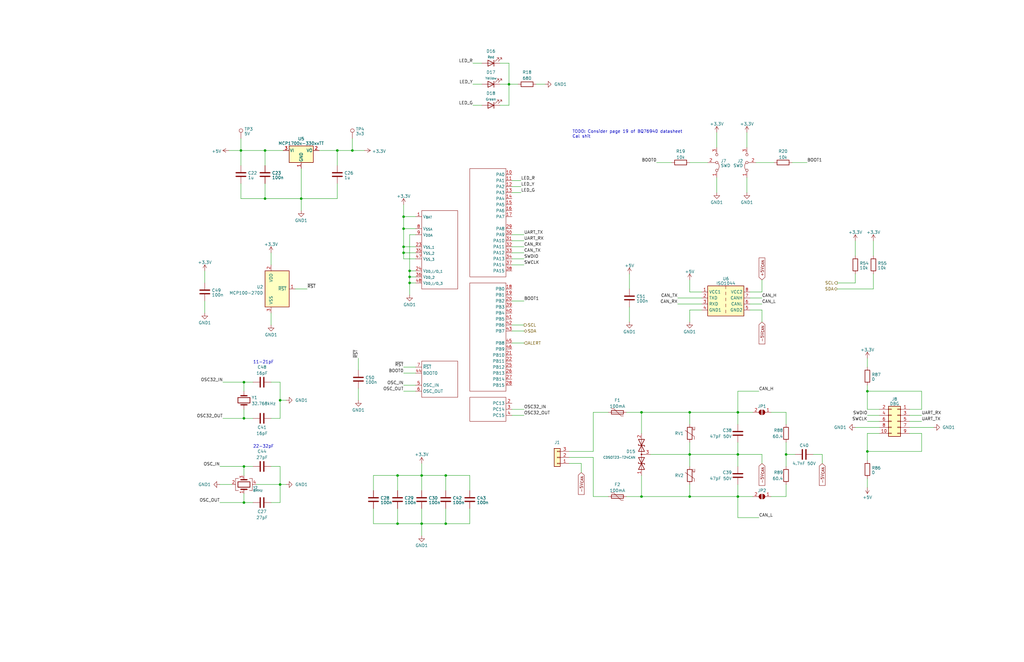
<source format=kicad_sch>
(kicad_sch (version 20230121) (generator eeschema)

  (uuid 93b16d5b-d59b-45ef-ba46-3da6179f9857)

  (paper "B")

  

  (junction (at 311.15 173.99) (diameter 0) (color 0 0 0 0)
    (uuid 091abeae-81b0-4390-b1b8-f5f6a62a688e)
  )
  (junction (at 127 83.82) (diameter 0) (color 0 0 0 0)
    (uuid 0c94c093-5072-46b1-915c-565d868a21f8)
  )
  (junction (at 177.8 220.98) (diameter 0) (color 0 0 0 0)
    (uuid 1a082eca-9c5c-4c33-b92d-b7401cfd2ebf)
  )
  (junction (at 311.15 191.77) (diameter 0) (color 0 0 0 0)
    (uuid 1bbdb566-563c-4c9d-898c-79c9d9636910)
  )
  (junction (at 142.24 63.5) (diameter 0) (color 0 0 0 0)
    (uuid 1d13aa80-1244-40b9-aa74-19692158873c)
  )
  (junction (at 102.87 161.29) (diameter 0) (color 0 0 0 0)
    (uuid 2a22a2ae-cfe6-4552-951e-d850640ad5e0)
  )
  (junction (at 102.87 176.53) (diameter 0) (color 0 0 0 0)
    (uuid 2e398b32-289c-4dbd-8c20-00c3ec1f2080)
  )
  (junction (at 172.72 116.84) (diameter 0) (color 0 0 0 0)
    (uuid 38bd7929-8700-4132-8e35-69dc67ced244)
  )
  (junction (at 102.87 212.09) (diameter 0) (color 0 0 0 0)
    (uuid 4629ad56-bc47-4bb8-8ff1-34d10d0d7c10)
  )
  (junction (at 270.51 173.99) (diameter 0) (color 0 0 0 0)
    (uuid 630cf419-4801-4918-9e38-42b232ec724f)
  )
  (junction (at 331.47 191.77) (diameter 0) (color 0 0 0 0)
    (uuid 6c7d7102-43e7-44cc-b27a-e432b2ac6183)
  )
  (junction (at 170.18 91.44) (diameter 0) (color 0 0 0 0)
    (uuid 7969f57b-5ed4-446e-a430-44430a305b5c)
  )
  (junction (at 290.83 173.99) (diameter 0) (color 0 0 0 0)
    (uuid 7d0bf5bc-4ade-4e9c-bf71-18662642cd90)
  )
  (junction (at 170.18 104.14) (diameter 0) (color 0 0 0 0)
    (uuid 81be03be-5e09-45a7-b269-249a3f5bfbf5)
  )
  (junction (at 187.96 220.98) (diameter 0) (color 0 0 0 0)
    (uuid 8368591e-4649-4398-83a9-38a5115dabd9)
  )
  (junction (at 102.87 196.85) (diameter 0) (color 0 0 0 0)
    (uuid 8db9a6e2-dfb3-4789-a70f-a2e1eb54aeae)
  )
  (junction (at 177.8 200.66) (diameter 0) (color 0 0 0 0)
    (uuid 94158604-a013-4575-bab9-27b65343e1a6)
  )
  (junction (at 167.64 220.98) (diameter 0) (color 0 0 0 0)
    (uuid 9d68cbf4-ce85-4cb2-8992-46c8ac0c8bfe)
  )
  (junction (at 214.63 35.56) (diameter 0) (color 0 0 0 0)
    (uuid a07c39b9-261d-4113-9ea1-01422c572b2c)
  )
  (junction (at 170.18 96.52) (diameter 0) (color 0 0 0 0)
    (uuid a4839264-5b97-4b18-b276-9b9f4d47ec0c)
  )
  (junction (at 290.83 209.55) (diameter 0) (color 0 0 0 0)
    (uuid a5da3444-db79-4ba1-9b1b-363997561b50)
  )
  (junction (at 148.59 63.5) (diameter 0) (color 0 0 0 0)
    (uuid aa2d01ff-c0bf-471c-aba6-c9f3b6d471d2)
  )
  (junction (at 118.11 204.47) (diameter 0) (color 0 0 0 0)
    (uuid ade7b6ea-bd04-41d6-9e13-5813fa3d8a2c)
  )
  (junction (at 172.72 119.38) (diameter 0) (color 0 0 0 0)
    (uuid bb0aed51-205c-40e3-9e38-ba33d0665db1)
  )
  (junction (at 365.76 165.1) (diameter 0) (color 0 0 0 0)
    (uuid bc908180-ce55-4b6b-9e0a-efba5eba5795)
  )
  (junction (at 111.76 83.82) (diameter 0) (color 0 0 0 0)
    (uuid d19d87d6-c397-4596-98c6-0bb2162ae681)
  )
  (junction (at 290.83 191.77) (diameter 0) (color 0 0 0 0)
    (uuid d635d75e-90a8-4380-b095-1dbc787ffacb)
  )
  (junction (at 101.6 63.5) (diameter 0) (color 0 0 0 0)
    (uuid dd1dd667-aeec-40d7-9cdf-b49c3de2b5c9)
  )
  (junction (at 118.11 168.91) (diameter 0) (color 0 0 0 0)
    (uuid df892a75-bcd7-4e27-8d14-751dda1b68f2)
  )
  (junction (at 111.76 63.5) (diameter 0) (color 0 0 0 0)
    (uuid e0f66cc1-a5a8-4b20-9de8-1401f9048c17)
  )
  (junction (at 270.51 209.55) (diameter 0) (color 0 0 0 0)
    (uuid e4e09ee4-22a1-43bf-8f11-cbdf1e9c5552)
  )
  (junction (at 172.72 114.3) (diameter 0) (color 0 0 0 0)
    (uuid e8ceca1a-4567-4ef5-8e97-0d0480efd083)
  )
  (junction (at 365.76 190.5) (diameter 0) (color 0 0 0 0)
    (uuid ed62351b-2cc2-4f19-a4b8-2cb168362242)
  )
  (junction (at 167.64 200.66) (diameter 0) (color 0 0 0 0)
    (uuid eeddb84d-1161-4af8-a53c-3cd026ef9ee5)
  )
  (junction (at 311.15 209.55) (diameter 0) (color 0 0 0 0)
    (uuid ef473f86-78c5-4e0f-85e1-8b9924693795)
  )
  (junction (at 187.96 200.66) (diameter 0) (color 0 0 0 0)
    (uuid fb7e4057-2bde-4218-9dd0-41fdd98add3b)
  )
  (junction (at 170.18 106.68) (diameter 0) (color 0 0 0 0)
    (uuid fb93447b-4acb-4d1b-92de-e2cd77be2226)
  )

  (wire (pts (xy 102.87 176.53) (xy 106.68 176.53))
    (stroke (width 0) (type default))
    (uuid 007bbcf9-373e-4177-8323-bf0508c5eecd)
  )
  (wire (pts (xy 118.11 196.85) (xy 118.11 204.47))
    (stroke (width 0) (type default))
    (uuid 00a5459a-f7e4-411a-a4dc-11deb6c5a705)
  )
  (wire (pts (xy 270.51 209.55) (xy 290.83 209.55))
    (stroke (width 0) (type default))
    (uuid 03862522-c102-4ba0-a562-77703dd27cfe)
  )
  (wire (pts (xy 142.24 77.47) (xy 142.24 83.82))
    (stroke (width 0) (type default))
    (uuid 0638dae2-41f5-439c-a122-526802aeae45)
  )
  (wire (pts (xy 219.71 81.28) (xy 215.9 81.28))
    (stroke (width 0) (type default))
    (uuid 068302ea-c3c0-454d-9997-1d29275e7c35)
  )
  (wire (pts (xy 331.47 173.99) (xy 325.12 173.99))
    (stroke (width 0) (type default))
    (uuid 071908dc-e468-43e6-8583-68a030259548)
  )
  (wire (pts (xy 302.26 55.88) (xy 302.26 62.23))
    (stroke (width 0) (type default))
    (uuid 0786a310-3a87-48f2-9e53-8337d0796117)
  )
  (wire (pts (xy 383.54 177.8) (xy 388.62 177.8))
    (stroke (width 0) (type default))
    (uuid 09280a53-f14f-4232-b3eb-acfe3241e7ff)
  )
  (wire (pts (xy 187.96 220.98) (xy 187.96 214.63))
    (stroke (width 0) (type default))
    (uuid 0a5c5edd-c31c-4b53-88d4-1371de8f70cf)
  )
  (wire (pts (xy 295.91 128.27) (xy 285.75 128.27))
    (stroke (width 0) (type default))
    (uuid 0c9d6346-dd88-4b02-986e-5fd7d8866d59)
  )
  (wire (pts (xy 250.19 173.99) (xy 256.54 173.99))
    (stroke (width 0) (type default))
    (uuid 0e658fba-b3df-4bb8-9496-e0c018173201)
  )
  (wire (pts (xy 383.54 172.72) (xy 388.62 172.72))
    (stroke (width 0) (type default))
    (uuid 1056dc94-2cf4-4182-b260-aba77ba8bf40)
  )
  (wire (pts (xy 365.76 182.88) (xy 365.76 190.5))
    (stroke (width 0) (type default))
    (uuid 10a45d59-122e-430a-a43e-c61948a6c428)
  )
  (wire (pts (xy 368.3 101.6) (xy 368.3 107.95))
    (stroke (width 0) (type default))
    (uuid 11388189-fdc7-4e0c-9bb9-1b58ebc69d63)
  )
  (wire (pts (xy 295.91 125.73) (xy 285.75 125.73))
    (stroke (width 0) (type default))
    (uuid 12ae06c5-3749-4342-acc4-eced00344d76)
  )
  (wire (pts (xy 331.47 204.47) (xy 331.47 209.55))
    (stroke (width 0) (type default))
    (uuid 13a500d2-dcc1-417c-889d-350261d5d793)
  )
  (wire (pts (xy 311.15 204.47) (xy 311.15 209.55))
    (stroke (width 0) (type default))
    (uuid 141063e5-7e55-4f09-b7a7-e7ba3a3821b4)
  )
  (wire (pts (xy 311.15 165.1) (xy 311.15 173.99))
    (stroke (width 0) (type default))
    (uuid 14175f83-27ef-4ff3-8386-f59c0bc82d14)
  )
  (wire (pts (xy 198.12 220.98) (xy 198.12 214.63))
    (stroke (width 0) (type default))
    (uuid 144e411a-5ca6-46bf-af5c-687c4d95a5bc)
  )
  (wire (pts (xy 368.3 115.57) (xy 368.3 121.92))
    (stroke (width 0) (type default))
    (uuid 1540f38a-1d3e-4989-9b6d-ff7087ce45ed)
  )
  (wire (pts (xy 172.72 119.38) (xy 172.72 116.84))
    (stroke (width 0) (type default))
    (uuid 155aa7c4-d37b-4e67-acf3-a02139c5e16d)
  )
  (wire (pts (xy 118.11 176.53) (xy 118.11 168.91))
    (stroke (width 0) (type default))
    (uuid 1660dbe0-2f6c-4d00-9fb5-ee36a18cd74d)
  )
  (wire (pts (xy 331.47 209.55) (xy 325.12 209.55))
    (stroke (width 0) (type default))
    (uuid 167ef78e-488e-46df-91d5-a41b5e706bbb)
  )
  (wire (pts (xy 92.71 212.09) (xy 102.87 212.09))
    (stroke (width 0) (type default))
    (uuid 18b37c2b-4e93-416b-bf43-77292be7ecdf)
  )
  (wire (pts (xy 250.19 209.55) (xy 256.54 209.55))
    (stroke (width 0) (type default))
    (uuid 18de701b-a2bb-4399-beda-b0933df0b1ac)
  )
  (wire (pts (xy 353.06 121.92) (xy 368.3 121.92))
    (stroke (width 0) (type default))
    (uuid 19811938-0ed9-4b9f-bed8-263eb81a4259)
  )
  (wire (pts (xy 102.87 165.1) (xy 102.87 161.29))
    (stroke (width 0) (type default))
    (uuid 1d6cf1d4-d0bb-4ab3-9f6f-3fe99f6ddf4c)
  )
  (wire (pts (xy 311.15 173.99) (xy 317.5 173.99))
    (stroke (width 0) (type default))
    (uuid 1d9d68d4-dc55-4201-adf9-3c84919c2a48)
  )
  (wire (pts (xy 220.98 172.72) (xy 215.9 172.72))
    (stroke (width 0) (type default))
    (uuid 1e8dae23-68ea-4001-82a2-ad1de565e157)
  )
  (wire (pts (xy 219.71 78.74) (xy 215.9 78.74))
    (stroke (width 0) (type default))
    (uuid 20a7bb3f-1aa4-4a77-ab0d-43a24bbe6ea6)
  )
  (wire (pts (xy 170.18 165.1) (xy 175.26 165.1))
    (stroke (width 0) (type default))
    (uuid 21207889-dc40-4523-806e-957dbd7f74c0)
  )
  (wire (pts (xy 172.72 116.84) (xy 175.26 116.84))
    (stroke (width 0) (type default))
    (uuid 26371d3e-6f4c-4f1d-b709-09622e92e8b0)
  )
  (wire (pts (xy 290.83 68.58) (xy 298.45 68.58))
    (stroke (width 0) (type default))
    (uuid 279b6fad-fbac-4b4d-ae0c-d1235eb8b9c4)
  )
  (wire (pts (xy 210.82 26.67) (xy 214.63 26.67))
    (stroke (width 0) (type default))
    (uuid 286c0457-4b38-48f1-8c82-13b6c816523c)
  )
  (wire (pts (xy 111.76 63.5) (xy 119.38 63.5))
    (stroke (width 0) (type default))
    (uuid 2fbb6d3c-1143-42e7-a1d8-602b2badb200)
  )
  (wire (pts (xy 365.76 151.13) (xy 365.76 154.94))
    (stroke (width 0) (type default))
    (uuid 2ffffc85-5bab-41ab-844e-907d48d970d0)
  )
  (wire (pts (xy 388.62 182.88) (xy 383.54 182.88))
    (stroke (width 0) (type default))
    (uuid 304b0033-fe70-4ecd-b6df-0294ce03393c)
  )
  (wire (pts (xy 340.36 68.58) (xy 334.01 68.58))
    (stroke (width 0) (type default))
    (uuid 30554662-270e-4328-baf7-7d5517d3ffe5)
  )
  (wire (pts (xy 170.18 96.52) (xy 170.18 104.14))
    (stroke (width 0) (type default))
    (uuid 3079f12f-e67a-43dc-97d6-5d64bcf16fec)
  )
  (wire (pts (xy 321.31 123.19) (xy 316.23 123.19))
    (stroke (width 0) (type default))
    (uuid 314bfa6b-9e68-4d20-a99b-8d63171ae6e0)
  )
  (wire (pts (xy 167.64 200.66) (xy 167.64 207.01))
    (stroke (width 0) (type default))
    (uuid 3329e3e5-d44f-4e51-a693-6f11bd77137a)
  )
  (wire (pts (xy 331.47 191.77) (xy 335.28 191.77))
    (stroke (width 0) (type default))
    (uuid 35567bee-8d9b-426b-92a6-763fd8cc16ba)
  )
  (wire (pts (xy 92.71 196.85) (xy 102.87 196.85))
    (stroke (width 0) (type default))
    (uuid 3564f4c6-4b95-4d2a-b0b9-30909b4c092e)
  )
  (wire (pts (xy 388.62 182.88) (xy 388.62 190.5))
    (stroke (width 0) (type default))
    (uuid 359b8f4e-f33a-4bf3-bd9d-fe27e150a9cd)
  )
  (wire (pts (xy 86.36 127) (xy 86.36 132.08))
    (stroke (width 0) (type default))
    (uuid 37629a17-0ae5-4b82-a4ec-af9448427ecd)
  )
  (wire (pts (xy 167.64 214.63) (xy 167.64 220.98))
    (stroke (width 0) (type default))
    (uuid 383ca767-2142-4959-91a4-d98f9eda50d2)
  )
  (wire (pts (xy 365.76 162.56) (xy 365.76 165.1))
    (stroke (width 0) (type default))
    (uuid 38ae4b01-e0f4-4e54-a096-ebf2613136db)
  )
  (wire (pts (xy 388.62 165.1) (xy 388.62 172.72))
    (stroke (width 0) (type default))
    (uuid 38b6c814-be91-4977-9c97-854fa67116ff)
  )
  (wire (pts (xy 102.87 200.66) (xy 102.87 196.85))
    (stroke (width 0) (type default))
    (uuid 3af8bc96-3920-4b47-9312-7cf8049698cf)
  )
  (wire (pts (xy 210.82 44.45) (xy 214.63 44.45))
    (stroke (width 0) (type default))
    (uuid 3b1d41ae-84a8-43db-bced-71582f3beb82)
  )
  (wire (pts (xy 111.76 63.5) (xy 111.76 69.85))
    (stroke (width 0) (type default))
    (uuid 3b97161d-79f0-46de-9fdd-d6d8dab124a7)
  )
  (wire (pts (xy 198.12 200.66) (xy 187.96 200.66))
    (stroke (width 0) (type default))
    (uuid 3bd19981-f319-4584-8013-49b5ed4e75fc)
  )
  (wire (pts (xy 250.19 193.04) (xy 240.03 193.04))
    (stroke (width 0) (type default))
    (uuid 3fa501f7-9c3a-4f53-85f0-a061270c06c1)
  )
  (wire (pts (xy 331.47 186.69) (xy 331.47 191.77))
    (stroke (width 0) (type default))
    (uuid 40140eae-2583-42cc-b27f-fc00d7dad4f0)
  )
  (wire (pts (xy 172.72 114.3) (xy 175.26 114.3))
    (stroke (width 0) (type default))
    (uuid 406c7feb-e079-4867-96e6-b1cea3b63ee2)
  )
  (wire (pts (xy 118.11 161.29) (xy 118.11 168.91))
    (stroke (width 0) (type default))
    (uuid 40a8cb02-40d6-4a9a-9dc7-9f466d07417d)
  )
  (wire (pts (xy 170.18 157.48) (xy 175.26 157.48))
    (stroke (width 0) (type default))
    (uuid 40ee0dc1-5faa-48fc-9cd7-c8a31982e8ad)
  )
  (wire (pts (xy 170.18 104.14) (xy 170.18 106.68))
    (stroke (width 0) (type default))
    (uuid 42003e34-c444-47f6-a879-9ed44190b737)
  )
  (wire (pts (xy 311.15 209.55) (xy 317.5 209.55))
    (stroke (width 0) (type default))
    (uuid 422bf8db-1cb4-4b67-9cc8-456a1a2f727f)
  )
  (wire (pts (xy 316.23 128.27) (xy 321.31 128.27))
    (stroke (width 0) (type default))
    (uuid 42873b34-596a-4fce-b119-2588cb21deac)
  )
  (wire (pts (xy 157.48 214.63) (xy 157.48 220.98))
    (stroke (width 0) (type default))
    (uuid 43c08d11-af0b-41ea-a9f3-83b3f93407f3)
  )
  (wire (pts (xy 170.18 162.56) (xy 175.26 162.56))
    (stroke (width 0) (type default))
    (uuid 443f0a14-b1f8-4a36-a826-72ca53787e7d)
  )
  (wire (pts (xy 118.11 212.09) (xy 118.11 204.47))
    (stroke (width 0) (type default))
    (uuid 4523ceb3-7b61-4c21-8a35-31681298f0e8)
  )
  (wire (pts (xy 265.43 115.57) (xy 265.43 121.92))
    (stroke (width 0) (type default))
    (uuid 4746f3b3-b596-47dd-8105-194364d6e4f6)
  )
  (wire (pts (xy 360.68 180.34) (xy 370.84 180.34))
    (stroke (width 0) (type default))
    (uuid 4bc06302-031a-4cec-8adb-f06e1f905814)
  )
  (wire (pts (xy 311.15 173.99) (xy 311.15 179.07))
    (stroke (width 0) (type default))
    (uuid 4d13f9e9-0ae1-46c4-a269-a70aa1623501)
  )
  (wire (pts (xy 102.87 161.29) (xy 106.68 161.29))
    (stroke (width 0) (type default))
    (uuid 4e0c7ebf-8d5b-4d81-b745-1084946fa14e)
  )
  (wire (pts (xy 101.6 77.47) (xy 101.6 83.82))
    (stroke (width 0) (type default))
    (uuid 4f0113c5-3179-4612-90ee-bc63b8e1a20f)
  )
  (wire (pts (xy 172.72 99.06) (xy 175.26 99.06))
    (stroke (width 0) (type default))
    (uuid 51b9c31f-1252-48bb-a912-a0a3b5102ae8)
  )
  (wire (pts (xy 177.8 220.98) (xy 177.8 226.06))
    (stroke (width 0) (type default))
    (uuid 54718a51-af43-40b9-b37d-c4b3387b53e7)
  )
  (wire (pts (xy 245.11 199.39) (xy 245.11 195.58))
    (stroke (width 0) (type default))
    (uuid 554d0250-a5eb-4c51-95c9-8cf683dde9fd)
  )
  (wire (pts (xy 114.3 106.68) (xy 114.3 111.76))
    (stroke (width 0) (type default))
    (uuid 58a36bde-490a-4256-b269-9dfd8a82d87a)
  )
  (wire (pts (xy 290.83 130.81) (xy 295.91 130.81))
    (stroke (width 0) (type default))
    (uuid 58ca59c7-9941-4ef0-b06f-338db7a7cdc1)
  )
  (wire (pts (xy 114.3 212.09) (xy 118.11 212.09))
    (stroke (width 0) (type default))
    (uuid 5a0fe34f-8242-4d84-a43a-ed59531637a2)
  )
  (wire (pts (xy 86.36 114.3) (xy 86.36 119.38))
    (stroke (width 0) (type default))
    (uuid 5b20ab5a-b8e0-46f4-96fa-e8c65adb4e7d)
  )
  (wire (pts (xy 187.96 220.98) (xy 198.12 220.98))
    (stroke (width 0) (type default))
    (uuid 5b8d13e6-a2aa-4b29-a61f-be202a9041a5)
  )
  (wire (pts (xy 311.15 186.69) (xy 311.15 191.77))
    (stroke (width 0) (type default))
    (uuid 5f82e33b-5974-4d3c-9068-5c8f68658824)
  )
  (wire (pts (xy 346.71 191.77) (xy 342.9 191.77))
    (stroke (width 0) (type default))
    (uuid 604f41d5-a6af-4d4c-a5a1-06b9145aec14)
  )
  (wire (pts (xy 215.9 137.16) (xy 220.98 137.16))
    (stroke (width 0) (type default))
    (uuid 60f10ee6-a434-40a8-8de2-73e4a4beecee)
  )
  (wire (pts (xy 167.64 220.98) (xy 177.8 220.98))
    (stroke (width 0) (type default))
    (uuid 61f5dcce-7874-49b7-9e3f-df1582746efd)
  )
  (wire (pts (xy 172.72 119.38) (xy 172.72 124.46))
    (stroke (width 0) (type default))
    (uuid 61fcee5d-254e-47bb-ae2f-4954f65dd043)
  )
  (wire (pts (xy 250.19 193.04) (xy 250.19 209.55))
    (stroke (width 0) (type default))
    (uuid 62fde382-a784-4ee4-8827-c5fcfa0c4f0b)
  )
  (wire (pts (xy 102.87 212.09) (xy 106.68 212.09))
    (stroke (width 0) (type default))
    (uuid 65a4a4c4-bef5-4bde-a30e-6b70916589e6)
  )
  (wire (pts (xy 290.83 135.89) (xy 290.83 130.81))
    (stroke (width 0) (type default))
    (uuid 673f65b0-d17d-4ae7-80a6-1e9cad2c75de)
  )
  (wire (pts (xy 172.72 114.3) (xy 172.72 99.06))
    (stroke (width 0) (type default))
    (uuid 68880a28-3130-4a01-a4c7-da2f21646024)
  )
  (wire (pts (xy 167.64 200.66) (xy 177.8 200.66))
    (stroke (width 0) (type default))
    (uuid 6a796233-5a90-4741-8643-67dd8eef1d2f)
  )
  (wire (pts (xy 365.76 175.26) (xy 370.84 175.26))
    (stroke (width 0) (type default))
    (uuid 6b0765c4-27ab-4eeb-847b-7ddf91739d37)
  )
  (wire (pts (xy 177.8 214.63) (xy 177.8 220.98))
    (stroke (width 0) (type default))
    (uuid 6c41a05b-ed24-4dda-98d1-9a706959e52d)
  )
  (wire (pts (xy 215.9 101.6) (xy 220.98 101.6))
    (stroke (width 0) (type default))
    (uuid 6ce28460-fe7c-4340-b796-b056104fcf52)
  )
  (wire (pts (xy 314.96 62.23) (xy 314.96 55.88))
    (stroke (width 0) (type default))
    (uuid 6d7f1f44-1553-4eb8-b0e2-7adfad8258d6)
  )
  (wire (pts (xy 331.47 191.77) (xy 331.47 196.85))
    (stroke (width 0) (type default))
    (uuid 6df3f309-3b86-4cff-bd10-a5be82778a3b)
  )
  (wire (pts (xy 321.31 118.11) (xy 321.31 123.19))
    (stroke (width 0) (type default))
    (uuid 6e851da3-727e-4d39-ad08-c4c817f6bd95)
  )
  (wire (pts (xy 148.59 63.5) (xy 153.67 63.5))
    (stroke (width 0) (type default))
    (uuid 6f69bbe4-dddc-45b4-a487-3584424fe024)
  )
  (wire (pts (xy 111.76 77.47) (xy 111.76 83.82))
    (stroke (width 0) (type default))
    (uuid 6f6f948a-af26-4cfc-b79c-6761cbabe9b6)
  )
  (wire (pts (xy 264.16 173.99) (xy 270.51 173.99))
    (stroke (width 0) (type default))
    (uuid 721b16e8-4539-496e-a959-5a1d342b9658)
  )
  (wire (pts (xy 157.48 200.66) (xy 157.48 207.01))
    (stroke (width 0) (type default))
    (uuid 729a0c70-093c-4648-baeb-805649ef62ef)
  )
  (wire (pts (xy 151.13 151.13) (xy 151.13 156.21))
    (stroke (width 0) (type default))
    (uuid 740723d8-37ee-4b9a-80e1-5f42fda8f1a5)
  )
  (wire (pts (xy 199.39 44.45) (xy 203.2 44.45))
    (stroke (width 0) (type default))
    (uuid 7528e2b9-34ef-4a15-9f93-cce42dc32ecf)
  )
  (wire (pts (xy 198.12 207.01) (xy 198.12 200.66))
    (stroke (width 0) (type default))
    (uuid 7616d23a-adc4-4fc2-86e2-19e010c3e2c8)
  )
  (wire (pts (xy 383.54 175.26) (xy 388.62 175.26))
    (stroke (width 0) (type default))
    (uuid 777e774d-046b-485b-9794-16e71e867f3e)
  )
  (wire (pts (xy 318.77 68.58) (xy 326.39 68.58))
    (stroke (width 0) (type default))
    (uuid 77810967-2da2-4a83-a592-44d64e0a8fc6)
  )
  (wire (pts (xy 290.83 191.77) (xy 274.32 191.77))
    (stroke (width 0) (type default))
    (uuid 778f8d95-f5d3-46b1-b9b0-c8b87cedefc9)
  )
  (wire (pts (xy 96.52 63.5) (xy 101.6 63.5))
    (stroke (width 0) (type default))
    (uuid 779a4bb0-00d6-4a15-809a-b7060adff0de)
  )
  (wire (pts (xy 331.47 179.07) (xy 331.47 173.99))
    (stroke (width 0) (type default))
    (uuid 780d4d7d-2300-466e-874c-cd84f0bec162)
  )
  (wire (pts (xy 311.15 191.77) (xy 311.15 196.85))
    (stroke (width 0) (type default))
    (uuid 789d5f93-4d2e-4874-adcb-faa7a2f7fb6c)
  )
  (wire (pts (xy 220.98 127) (xy 215.9 127))
    (stroke (width 0) (type default))
    (uuid 79a14fc5-ea9b-4fa0-aa54-911bccc17d7f)
  )
  (wire (pts (xy 346.71 191.77) (xy 346.71 195.58))
    (stroke (width 0) (type default))
    (uuid 7a32796d-1a93-4c45-aa22-9840c520fe39)
  )
  (wire (pts (xy 311.15 191.77) (xy 321.31 191.77))
    (stroke (width 0) (type default))
    (uuid 7a576471-50dd-4fbc-83f9-6ff7090c552f)
  )
  (wire (pts (xy 215.9 104.14) (xy 220.98 104.14))
    (stroke (width 0) (type default))
    (uuid 7b2efdad-2b30-4594-89bb-d3a3621cfd2e)
  )
  (wire (pts (xy 365.76 190.5) (xy 365.76 194.31))
    (stroke (width 0) (type default))
    (uuid 7d6ba4f9-f434-4186-beb9-1b99ff08fb1d)
  )
  (wire (pts (xy 311.15 209.55) (xy 311.15 218.44))
    (stroke (width 0) (type default))
    (uuid 7e0246c6-a566-4feb-b9c7-3520cc0f4162)
  )
  (wire (pts (xy 101.6 63.5) (xy 101.6 69.85))
    (stroke (width 0) (type default))
    (uuid 7f594060-d03d-4cbe-989a-341324a7f994)
  )
  (wire (pts (xy 177.8 220.98) (xy 187.96 220.98))
    (stroke (width 0) (type default))
    (uuid 7f6f2fa8-f69b-4565-a892-059033ec268a)
  )
  (wire (pts (xy 114.3 161.29) (xy 118.11 161.29))
    (stroke (width 0) (type default))
    (uuid 83bdceb6-7e60-44c8-8788-64f463d4b28b)
  )
  (wire (pts (xy 102.87 196.85) (xy 106.68 196.85))
    (stroke (width 0) (type default))
    (uuid 84016a4c-3879-42de-9525-1703e3da1da7)
  )
  (wire (pts (xy 365.76 165.1) (xy 365.76 172.72))
    (stroke (width 0) (type default))
    (uuid 854bf116-7a13-4ae9-bca4-b60c2258c865)
  )
  (wire (pts (xy 321.31 135.89) (xy 321.31 130.81))
    (stroke (width 0) (type default))
    (uuid 8668f4de-592d-4662-8576-edc713b20f33)
  )
  (wire (pts (xy 142.24 63.5) (xy 148.59 63.5))
    (stroke (width 0) (type default))
    (uuid 87a2a012-bf83-4d11-a750-c8efbdb44392)
  )
  (wire (pts (xy 118.11 168.91) (xy 120.65 168.91))
    (stroke (width 0) (type default))
    (uuid 87bcb694-5427-4b23-9d05-377e5b8db625)
  )
  (wire (pts (xy 270.51 173.99) (xy 290.83 173.99))
    (stroke (width 0) (type default))
    (uuid 89b3eaa3-f85f-4047-acd8-efdfc79bc5cd)
  )
  (wire (pts (xy 290.83 191.77) (xy 311.15 191.77))
    (stroke (width 0) (type default))
    (uuid 8ada07b9-601c-4731-b698-a5c8084e7aec)
  )
  (wire (pts (xy 215.9 111.76) (xy 220.98 111.76))
    (stroke (width 0) (type default))
    (uuid 8d15c70a-0f01-46e1-9601-170f82d0829d)
  )
  (wire (pts (xy 170.18 106.68) (xy 170.18 109.22))
    (stroke (width 0) (type default))
    (uuid 8e4d36bb-4860-4b4d-bb0a-6ec891b14720)
  )
  (wire (pts (xy 102.87 208.28) (xy 102.87 212.09))
    (stroke (width 0) (type default))
    (uuid 8f241eec-ff8f-4762-b022-d75787b5b813)
  )
  (wire (pts (xy 311.15 218.44) (xy 320.04 218.44))
    (stroke (width 0) (type default))
    (uuid 93321886-7e4b-4279-b88d-37be672c76ca)
  )
  (wire (pts (xy 199.39 35.56) (xy 203.2 35.56))
    (stroke (width 0) (type default))
    (uuid 968c35e8-be0f-4d3b-816f-f703eb1e8fe2)
  )
  (wire (pts (xy 170.18 91.44) (xy 170.18 96.52))
    (stroke (width 0) (type default))
    (uuid 981f6eb2-d278-4e86-90f2-2bdd803dfbb2)
  )
  (wire (pts (xy 383.54 180.34) (xy 393.7 180.34))
    (stroke (width 0) (type default))
    (uuid 9c61c0a1-3ce7-464d-a319-6bd9fdf64706)
  )
  (wire (pts (xy 170.18 96.52) (xy 175.26 96.52))
    (stroke (width 0) (type default))
    (uuid 9ca050ec-c9ec-4321-a15c-f720e2b8b861)
  )
  (wire (pts (xy 240.03 190.5) (xy 250.19 190.5))
    (stroke (width 0) (type default))
    (uuid a0006a85-b8ce-4e83-9a3a-fa964a45f157)
  )
  (wire (pts (xy 240.03 195.58) (xy 245.11 195.58))
    (stroke (width 0) (type default))
    (uuid a25396f5-0acc-47ef-9847-439cf59cdd42)
  )
  (wire (pts (xy 220.98 175.26) (xy 215.9 175.26))
    (stroke (width 0) (type default))
    (uuid a2cc642a-db23-4a2d-8b58-90b5071091a9)
  )
  (wire (pts (xy 290.83 186.69) (xy 290.83 191.77))
    (stroke (width 0) (type default))
    (uuid a3c7f435-12fc-40c3-8786-f16383db2b51)
  )
  (wire (pts (xy 151.13 163.83) (xy 151.13 168.91))
    (stroke (width 0) (type default))
    (uuid a477bfbd-f2fa-4c3e-843b-f93bc67fb849)
  )
  (wire (pts (xy 290.83 209.55) (xy 311.15 209.55))
    (stroke (width 0) (type default))
    (uuid a5ac6c12-adbd-4566-8229-a8796ec3bb13)
  )
  (wire (pts (xy 93.98 176.53) (xy 102.87 176.53))
    (stroke (width 0) (type default))
    (uuid a6c7b322-30c9-400d-ac38-64bc5ac4ceee)
  )
  (wire (pts (xy 97.79 204.47) (xy 92.71 204.47))
    (stroke (width 0) (type default))
    (uuid a7f38d49-20e7-4e01-a5e4-8790d1e78b45)
  )
  (wire (pts (xy 321.31 130.81) (xy 316.23 130.81))
    (stroke (width 0) (type default))
    (uuid aa14f4b1-233b-4e14-8b4c-6e0a44d213ff)
  )
  (wire (pts (xy 93.98 161.29) (xy 102.87 161.29))
    (stroke (width 0) (type default))
    (uuid b18e0706-3d45-4a6a-9302-e89c73a9ff2f)
  )
  (wire (pts (xy 265.43 129.54) (xy 265.43 135.89))
    (stroke (width 0) (type default))
    (uuid b1f781fe-c570-49d0-8c03-71346ce19ff7)
  )
  (wire (pts (xy 365.76 165.1) (xy 388.62 165.1))
    (stroke (width 0) (type default))
    (uuid b20bab60-5243-404f-9be9-8b020c0702ca)
  )
  (wire (pts (xy 167.64 200.66) (xy 157.48 200.66))
    (stroke (width 0) (type default))
    (uuid b303c49e-4b2b-43a5-9d19-71965be96524)
  )
  (wire (pts (xy 365.76 182.88) (xy 370.84 182.88))
    (stroke (width 0) (type default))
    (uuid b36c6b4a-5870-4318-94d9-d6805cb70193)
  )
  (wire (pts (xy 214.63 26.67) (xy 214.63 35.56))
    (stroke (width 0) (type default))
    (uuid b45ae631-4e3c-4abd-bdf7-d24cfad352ad)
  )
  (wire (pts (xy 177.8 200.66) (xy 177.8 207.01))
    (stroke (width 0) (type default))
    (uuid b49d835e-6bad-464d-965c-e6ac507da60a)
  )
  (wire (pts (xy 270.51 200.66) (xy 270.51 209.55))
    (stroke (width 0) (type default))
    (uuid b4efea7a-d8ba-48d1-9ff2-1c68d7624cf7)
  )
  (wire (pts (xy 124.46 121.92) (xy 129.54 121.92))
    (stroke (width 0) (type default))
    (uuid b66617cb-f955-4047-9d2a-7b617e959029)
  )
  (wire (pts (xy 187.96 207.01) (xy 187.96 200.66))
    (stroke (width 0) (type default))
    (uuid b6cc7046-d415-44c4-a025-7206b1af71a6)
  )
  (wire (pts (xy 175.26 154.94) (xy 170.18 154.94))
    (stroke (width 0) (type default))
    (uuid b8209da8-8cda-462f-abff-453301a4cf84)
  )
  (wire (pts (xy 101.6 63.5) (xy 111.76 63.5))
    (stroke (width 0) (type default))
    (uuid ba4c0d71-276e-4bad-b497-9c918dff0dc3)
  )
  (wire (pts (xy 290.83 173.99) (xy 311.15 173.99))
    (stroke (width 0) (type default))
    (uuid bc023864-c989-4285-92a9-3b20e2cdf892)
  )
  (wire (pts (xy 360.68 115.57) (xy 360.68 119.38))
    (stroke (width 0) (type default))
    (uuid bc0b95ea-00c8-4f42-8690-136665caf64c)
  )
  (wire (pts (xy 264.16 209.55) (xy 270.51 209.55))
    (stroke (width 0) (type default))
    (uuid bd1b75ad-93ab-4154-9fc7-a8184b370d1e)
  )
  (wire (pts (xy 290.83 123.19) (xy 295.91 123.19))
    (stroke (width 0) (type default))
    (uuid bddc0daa-7182-4b6e-bb8d-f981452556f9)
  )
  (wire (pts (xy 276.86 68.58) (xy 283.21 68.58))
    (stroke (width 0) (type default))
    (uuid bfd96d5e-fdbb-42ea-b740-5c2127ff88af)
  )
  (wire (pts (xy 290.83 191.77) (xy 290.83 196.85))
    (stroke (width 0) (type default))
    (uuid c085c84a-c739-4001-b2e8-15b51caa33fd)
  )
  (wire (pts (xy 365.76 172.72) (xy 370.84 172.72))
    (stroke (width 0) (type default))
    (uuid c342ba92-35aa-4cb4-b9c1-e53b60aa1e2b)
  )
  (wire (pts (xy 142.24 63.5) (xy 142.24 69.85))
    (stroke (width 0) (type default))
    (uuid c4e5785b-8db3-43ef-a029-35dfba1a2007)
  )
  (wire (pts (xy 127 83.82) (xy 142.24 83.82))
    (stroke (width 0) (type default))
    (uuid c5e49b40-65c1-4b77-970f-8991529f2a2b)
  )
  (wire (pts (xy 215.9 139.7) (xy 220.98 139.7))
    (stroke (width 0) (type default))
    (uuid c610e7f8-14d7-42a5-9c31-24f581610934)
  )
  (wire (pts (xy 215.9 106.68) (xy 220.98 106.68))
    (stroke (width 0) (type default))
    (uuid c94c6505-e5fc-400b-bc0d-d8ce47faa424)
  )
  (wire (pts (xy 111.76 83.82) (xy 127 83.82))
    (stroke (width 0) (type default))
    (uuid caab5d02-451a-43ce-a56f-40ec78c28cd0)
  )
  (wire (pts (xy 170.18 106.68) (xy 175.26 106.68))
    (stroke (width 0) (type default))
    (uuid ce52886d-f5d9-44be-a805-88bd44a41357)
  )
  (wire (pts (xy 101.6 83.82) (xy 111.76 83.82))
    (stroke (width 0) (type default))
    (uuid cf08a6b8-47b2-49d1-8dd1-29feb3c4ee9f)
  )
  (wire (pts (xy 214.63 35.56) (xy 214.63 44.45))
    (stroke (width 0) (type default))
    (uuid d152c6d3-ef03-4e6a-ba96-803dca9b1ed7)
  )
  (wire (pts (xy 148.59 58.42) (xy 148.59 63.5))
    (stroke (width 0) (type default))
    (uuid d2027616-2033-4dcd-900a-4ca1382bbafb)
  )
  (wire (pts (xy 290.83 118.11) (xy 290.83 123.19))
    (stroke (width 0) (type default))
    (uuid d3abd171-7869-4ae0-802e-29abe9629015)
  )
  (wire (pts (xy 219.71 76.2) (xy 215.9 76.2))
    (stroke (width 0) (type default))
    (uuid d3cd12c9-8d7d-4eb9-86aa-16d81d302d2a)
  )
  (wire (pts (xy 226.06 35.56) (xy 229.87 35.56))
    (stroke (width 0) (type default))
    (uuid d4738392-5668-4fad-900a-220534eee588)
  )
  (wire (pts (xy 170.18 109.22) (xy 175.26 109.22))
    (stroke (width 0) (type default))
    (uuid d4839d9e-0391-469c-acdc-f270c02557c8)
  )
  (wire (pts (xy 101.6 58.42) (xy 101.6 63.5))
    (stroke (width 0) (type default))
    (uuid d513caa4-252f-44e3-b9eb-dfdf88727215)
  )
  (wire (pts (xy 215.9 109.22) (xy 220.98 109.22))
    (stroke (width 0) (type default))
    (uuid d5952d61-bc36-44f0-be0a-c3b5a2b001c9)
  )
  (wire (pts (xy 114.3 196.85) (xy 118.11 196.85))
    (stroke (width 0) (type default))
    (uuid d5a9469e-6919-4e74-825e-b5e909831c12)
  )
  (wire (pts (xy 270.51 173.99) (xy 270.51 182.88))
    (stroke (width 0) (type default))
    (uuid d6a346d4-baaf-45ae-ac8f-4bfd30f63d33)
  )
  (wire (pts (xy 365.76 190.5) (xy 388.62 190.5))
    (stroke (width 0) (type default))
    (uuid d85181cb-df9d-4d93-93b7-c3c68ae48655)
  )
  (wire (pts (xy 118.11 204.47) (xy 120.65 204.47))
    (stroke (width 0) (type default))
    (uuid d936a46b-76ca-4347-bbb0-a4d8f7f88027)
  )
  (wire (pts (xy 134.62 63.5) (xy 142.24 63.5))
    (stroke (width 0) (type default))
    (uuid da9551dc-306f-4ca7-bd46-2eabc089d33f)
  )
  (wire (pts (xy 172.72 116.84) (xy 172.72 114.3))
    (stroke (width 0) (type default))
    (uuid db67adae-43d4-493c-949d-46ae1ab8f612)
  )
  (wire (pts (xy 157.48 220.98) (xy 167.64 220.98))
    (stroke (width 0) (type default))
    (uuid dc796d7f-72a0-464e-9bf7-a95415f6db21)
  )
  (wire (pts (xy 250.19 190.5) (xy 250.19 173.99))
    (stroke (width 0) (type default))
    (uuid de328010-6ebf-43ee-a45d-f167f57930f6)
  )
  (wire (pts (xy 321.31 191.77) (xy 321.31 195.58))
    (stroke (width 0) (type default))
    (uuid df6acd03-376b-43be-acb9-02ba38a37035)
  )
  (wire (pts (xy 316.23 125.73) (xy 321.31 125.73))
    (stroke (width 0) (type default))
    (uuid e467a42d-bc78-4da1-8590-d19b2dd0fa7d)
  )
  (wire (pts (xy 210.82 35.56) (xy 214.63 35.56))
    (stroke (width 0) (type default))
    (uuid e69c979c-a224-4e77-b622-7ab828206f37)
  )
  (wire (pts (xy 114.3 132.08) (xy 114.3 137.16))
    (stroke (width 0) (type default))
    (uuid e6e37f53-e86c-4235-8725-fd8ddc59f696)
  )
  (wire (pts (xy 187.96 200.66) (xy 177.8 200.66))
    (stroke (width 0) (type default))
    (uuid e7cde3d1-753d-4472-a6fe-dbef08df2bad)
  )
  (wire (pts (xy 311.15 165.1) (xy 320.04 165.1))
    (stroke (width 0) (type default))
    (uuid e828f911-99a1-40de-86f4-2255d5ddd70d)
  )
  (wire (pts (xy 365.76 201.93) (xy 365.76 205.74))
    (stroke (width 0) (type default))
    (uuid ea831fba-32cf-4fd5-b7e0-2660785b4211)
  )
  (wire (pts (xy 170.18 86.36) (xy 170.18 91.44))
    (stroke (width 0) (type default))
    (uuid ec5ca482-1b28-4f1d-9469-44b73926c7a1)
  )
  (wire (pts (xy 302.26 74.93) (xy 302.26 81.28))
    (stroke (width 0) (type default))
    (uuid edc05104-2554-4dc9-b302-e27b2a6beef8)
  )
  (wire (pts (xy 127 83.82) (xy 127 88.9))
    (stroke (width 0) (type default))
    (uuid edc86f6d-15fd-42ab-aaf3-4891e0ae2449)
  )
  (wire (pts (xy 215.9 144.78) (xy 220.98 144.78))
    (stroke (width 0) (type default))
    (uuid ee7ae8be-316b-4489-b38c-9c0153b5af5f)
  )
  (wire (pts (xy 365.76 177.8) (xy 370.84 177.8))
    (stroke (width 0) (type default))
    (uuid f03c2a00-8366-42de-a763-b4b966cbb2fa)
  )
  (wire (pts (xy 290.83 204.47) (xy 290.83 209.55))
    (stroke (width 0) (type default))
    (uuid f18eaab1-f9e2-4a32-b3ce-b566cc1239d6)
  )
  (wire (pts (xy 353.06 119.38) (xy 360.68 119.38))
    (stroke (width 0) (type default))
    (uuid f31b16d2-5f49-4a77-91ea-00bf533cc315)
  )
  (wire (pts (xy 114.3 176.53) (xy 118.11 176.53))
    (stroke (width 0) (type default))
    (uuid f5dfa8ed-1e85-47b9-bad1-14cd21889ba9)
  )
  (wire (pts (xy 214.63 35.56) (xy 218.44 35.56))
    (stroke (width 0) (type default))
    (uuid f6c1fc25-8ab1-41bd-86a2-918305334113)
  )
  (wire (pts (xy 360.68 101.6) (xy 360.68 107.95))
    (stroke (width 0) (type default))
    (uuid f8de6098-8e76-4f63-8c5c-d56d6cb9c7d8)
  )
  (wire (pts (xy 314.96 74.93) (xy 314.96 81.28))
    (stroke (width 0) (type default))
    (uuid f8f1fae0-8f84-4444-9a3d-b48455debf4d)
  )
  (wire (pts (xy 170.18 104.14) (xy 175.26 104.14))
    (stroke (width 0) (type default))
    (uuid f9a38d75-def8-47be-b038-e655c86def04)
  )
  (wire (pts (xy 170.18 91.44) (xy 175.26 91.44))
    (stroke (width 0) (type default))
    (uuid fb2a2288-ded1-4989-a711-325a68150956)
  )
  (wire (pts (xy 199.39 26.67) (xy 203.2 26.67))
    (stroke (width 0) (type default))
    (uuid fb3791d2-c538-4acf-bd6f-eee60fa0513b)
  )
  (wire (pts (xy 172.72 119.38) (xy 175.26 119.38))
    (stroke (width 0) (type default))
    (uuid fbe50b90-36a1-46d2-9b5b-6d11a7df02e8)
  )
  (wire (pts (xy 102.87 172.72) (xy 102.87 176.53))
    (stroke (width 0) (type default))
    (uuid fcab7661-637d-4f8a-a44a-64cc3f03fe44)
  )
  (wire (pts (xy 215.9 99.06) (xy 220.98 99.06))
    (stroke (width 0) (type default))
    (uuid fcab9821-5ebd-4b99-b8c1-526efa60fa89)
  )
  (wire (pts (xy 177.8 195.58) (xy 177.8 200.66))
    (stroke (width 0) (type default))
    (uuid fd51983c-2f43-46b6-bcb2-0eafa3dddb4b)
  )
  (wire (pts (xy 290.83 173.99) (xy 290.83 179.07))
    (stroke (width 0) (type default))
    (uuid fd756ae5-9342-422f-b7c6-26eafcd9a9d8)
  )
  (wire (pts (xy 127 71.12) (xy 127 83.82))
    (stroke (width 0) (type default))
    (uuid fed3566b-6f79-4746-9115-825f569013a1)
  )
  (wire (pts (xy 107.95 204.47) (xy 118.11 204.47))
    (stroke (width 0) (type default))
    (uuid ff6a86dc-fd0e-4f88-b63c-d0343c9a97d7)
  )

  (text "11-21pF" (at 106.68 153.67 0)
    (effects (font (size 1.27 1.27)) (justify left bottom))
    (uuid 0df408fb-ee9e-432a-85a7-1e63e6fa7d70)
  )
  (text "22-32pF" (at 106.68 189.23 0)
    (effects (font (size 1.27 1.27)) (justify left bottom))
    (uuid a8602948-5596-4263-b7cc-6c0d77da0c92)
  )
  (text "TODO: Consider page 19 of BQ76940 datasheet\nCal shit"
    (at 241.3 58.42 0)
    (effects (font (size 1.27 1.27)) (justify left bottom))
    (uuid eeaf92e9-0cc1-4e7a-a5e7-9c55725de6ab)
  )

  (label "CAN_L" (at 320.04 218.44 0) (fields_autoplaced)
    (effects (font (size 1.27 1.27)) (justify left bottom))
    (uuid 08a23d88-55df-41fb-84c2-0cd0501b2017)
  )
  (label "UART_TX" (at 388.62 177.8 0) (fields_autoplaced)
    (effects (font (size 1.27 1.27)) (justify left bottom))
    (uuid 0d9911f4-6f51-46f3-ac67-639d014b0383)
  )
  (label "LED_R" (at 199.39 26.67 180) (fields_autoplaced)
    (effects (font (size 1.27 1.27)) (justify right bottom))
    (uuid 0ff959d3-64a7-4f61-a03c-6480149faf0a)
  )
  (label "OSC_IN" (at 170.18 162.56 180) (fields_autoplaced)
    (effects (font (size 1.27 1.27)) (justify right bottom))
    (uuid 1180e8e9-ca99-4edb-be11-e1dd30960ea7)
  )
  (label "LED_Y" (at 219.71 78.74 0) (fields_autoplaced)
    (effects (font (size 1.27 1.27)) (justify left bottom))
    (uuid 2f3a5214-021d-4b97-bcab-02b3461d2239)
  )
  (label "SWDIO" (at 365.76 175.26 180) (fields_autoplaced)
    (effects (font (size 1.27 1.27)) (justify right bottom))
    (uuid 37a792c0-9b85-4d87-9ad5-be5db6658957)
  )
  (label "CAN_H" (at 321.31 125.73 0) (fields_autoplaced)
    (effects (font (size 1.27 1.27)) (justify left bottom))
    (uuid 3dde0c0a-4cbe-4a7e-ba67-2527cc638cc5)
  )
  (label "SWCLK" (at 365.76 177.8 180) (fields_autoplaced)
    (effects (font (size 1.27 1.27)) (justify right bottom))
    (uuid 552bb588-170d-4e6a-9bb1-da675a224020)
  )
  (label "OSC_OUT" (at 170.18 165.1 180) (fields_autoplaced)
    (effects (font (size 1.27 1.27)) (justify right bottom))
    (uuid 63cb690a-7441-44bb-b449-d3a659f96b39)
  )
  (label "CAN_RX" (at 285.75 128.27 180) (fields_autoplaced)
    (effects (font (size 1.27 1.27)) (justify right bottom))
    (uuid 661aab78-5f5f-4409-9e5a-d26d23969394)
  )
  (label "SWCLK" (at 220.98 111.76 0) (fields_autoplaced)
    (effects (font (size 1.27 1.27)) (justify left bottom))
    (uuid 6baed552-bd80-4eb9-865f-57499eeecacf)
  )
  (label "BOOT1" (at 220.98 127 0) (fields_autoplaced)
    (effects (font (size 1.27 1.27)) (justify left bottom))
    (uuid 75b71abe-54fd-48d0-81db-ef5223b97197)
  )
  (label "OSC32_OUT" (at 220.98 175.26 0) (fields_autoplaced)
    (effects (font (size 1.27 1.27)) (justify left bottom))
    (uuid 86a0c442-52a8-4dd9-b86b-c7eeb4f129c3)
  )
  (label "~{RST}" (at 170.18 154.94 180) (fields_autoplaced)
    (effects (font (size 1.27 1.27)) (justify right bottom))
    (uuid 890e6282-9fe6-4362-bda5-63777271fade)
  )
  (label "UART_TX" (at 220.98 99.06 0) (fields_autoplaced)
    (effects (font (size 1.27 1.27)) (justify left bottom))
    (uuid 90e2a746-42ad-437a-a927-aa4c21a3b19e)
  )
  (label "~{RST}" (at 129.54 121.92 0) (fields_autoplaced)
    (effects (font (size 1.27 1.27)) (justify left bottom))
    (uuid 92a36ea1-d004-479b-9fcd-f22d6aaf6b21)
  )
  (label "LED_Y" (at 199.39 35.56 180) (fields_autoplaced)
    (effects (font (size 1.27 1.27)) (justify right bottom))
    (uuid 98d01724-6937-4b3d-be76-274cae2632cb)
  )
  (label "~{RST}" (at 151.13 151.13 90) (fields_autoplaced)
    (effects (font (size 1.27 1.27)) (justify left bottom))
    (uuid 99e09e4f-44c6-45e7-a17c-1b5e2528bcb0)
  )
  (label "CAN_H" (at 320.04 165.1 0) (fields_autoplaced)
    (effects (font (size 1.27 1.27)) (justify left bottom))
    (uuid a03b7b6f-fab1-468f-95c0-20306d5fe54e)
  )
  (label "UART_RX" (at 220.98 101.6 0) (fields_autoplaced)
    (effects (font (size 1.27 1.27)) (justify left bottom))
    (uuid a9141ab3-0bf0-4337-913f-3959a74f1907)
  )
  (label "BOOT1" (at 340.36 68.58 0) (fields_autoplaced)
    (effects (font (size 1.27 1.27)) (justify left bottom))
    (uuid aa71e391-0807-43a6-ad77-cdb448f41515)
  )
  (label "OSC32_OUT" (at 93.98 176.53 180) (fields_autoplaced)
    (effects (font (size 1.27 1.27)) (justify right bottom))
    (uuid b8207321-596a-4206-b5e0-80af949d17e1)
  )
  (label "OSC_IN" (at 92.71 196.85 180) (fields_autoplaced)
    (effects (font (size 1.27 1.27)) (justify right bottom))
    (uuid bc53117b-b106-46e4-9bd6-0989cb091a65)
  )
  (label "OSC32_IN" (at 93.98 161.29 180) (fields_autoplaced)
    (effects (font (size 1.27 1.27)) (justify right bottom))
    (uuid be4460c3-cf53-4122-8e8e-f2c9da692513)
  )
  (label "OSC_OUT" (at 92.71 212.09 180) (fields_autoplaced)
    (effects (font (size 1.27 1.27)) (justify right bottom))
    (uuid c0aeedc1-eecc-4ff0-8561-f1757b3922ff)
  )
  (label "BOOT0" (at 170.18 157.48 180) (fields_autoplaced)
    (effects (font (size 1.27 1.27)) (justify right bottom))
    (uuid c3c9fb52-6961-4325-961e-a16cba0ec267)
  )
  (label "LED_G" (at 219.71 81.28 0) (fields_autoplaced)
    (effects (font (size 1.27 1.27)) (justify left bottom))
    (uuid cdfe753c-86c7-4c81-b137-2e75e8390892)
  )
  (label "SWDIO" (at 220.98 109.22 0) (fields_autoplaced)
    (effects (font (size 1.27 1.27)) (justify left bottom))
    (uuid d2ff6e73-731b-487a-81b3-23c48b310ef3)
  )
  (label "BOOT0" (at 276.86 68.58 180) (fields_autoplaced)
    (effects (font (size 1.27 1.27)) (justify right bottom))
    (uuid d3da19c6-faec-43f5-88a8-716dee173848)
  )
  (label "LED_G" (at 199.39 44.45 180) (fields_autoplaced)
    (effects (font (size 1.27 1.27)) (justify right bottom))
    (uuid e0d894d5-e4ad-4022-ad09-39cbfa9af158)
  )
  (label "LED_R" (at 219.71 76.2 0) (fields_autoplaced)
    (effects (font (size 1.27 1.27)) (justify left bottom))
    (uuid e3dd0071-8cc2-4a61-8c23-aa78fbec1285)
  )
  (label "OSC32_IN" (at 220.98 172.72 0) (fields_autoplaced)
    (effects (font (size 1.27 1.27)) (justify left bottom))
    (uuid f04ef1ab-d6e9-4f72-a938-5eaf870c9c59)
  )
  (label "CAN_TX" (at 285.75 125.73 180) (fields_autoplaced)
    (effects (font (size 1.27 1.27)) (justify right bottom))
    (uuid f340fc54-eb64-4b45-9ac6-36f7d5aa75c4)
  )
  (label "CAN_RX" (at 220.98 104.14 0) (fields_autoplaced)
    (effects (font (size 1.27 1.27)) (justify left bottom))
    (uuid f43971a6-5549-4b92-b893-c400442ed3cd)
  )
  (label "UART_RX" (at 388.62 175.26 0) (fields_autoplaced)
    (effects (font (size 1.27 1.27)) (justify left bottom))
    (uuid f7c1041e-66d1-4408-bf1d-29b7dd37b731)
  )
  (label "CAN_TX" (at 220.98 106.68 0) (fields_autoplaced)
    (effects (font (size 1.27 1.27)) (justify left bottom))
    (uuid f93cce53-3997-425c-8af4-2a51fb46fa66)
  )
  (label "CAN_L" (at 321.31 128.27 0) (fields_autoplaced)
    (effects (font (size 1.27 1.27)) (justify left bottom))
    (uuid fbe327b0-432c-48d1-a938-c2e3c4a38455)
  )

  (global_label "-5V_{CAN}" (shape input) (at 346.71 195.58 270) (fields_autoplaced)
    (effects (font (size 1.27 1.27)) (justify right))
    (uuid 44c27eaf-eda3-4836-bb70-93839f78b9d7)
    (property "Intersheetrefs" "${INTERSHEET_REFS}" (at 346.71 205.0148 90)
      (effects (font (size 1.27 1.27)) (justify right) hide)
    )
  )
  (global_label "+5V_{CAN}" (shape input) (at 321.31 118.11 90) (fields_autoplaced)
    (effects (font (size 1.27 1.27)) (justify left))
    (uuid 6bd961c2-20e7-418e-a4fa-884fc06a631f)
    (property "Intersheetrefs" "${INTERSHEET_REFS}" (at 321.31 108.6752 90)
      (effects (font (size 1.27 1.27)) (justify left) hide)
    )
  )
  (global_label "-5V_{CAN}" (shape input) (at 245.11 199.39 270) (fields_autoplaced)
    (effects (font (size 1.27 1.27)) (justify right))
    (uuid ac97cf34-152a-4171-9a65-90080bb0cf49)
    (property "Intersheetrefs" "${INTERSHEET_REFS}" (at 245.11 208.8248 90)
      (effects (font (size 1.27 1.27)) (justify right) hide)
    )
  )
  (global_label "-5V_{CAN}" (shape input) (at 321.31 135.89 270) (fields_autoplaced)
    (effects (font (size 1.27 1.27)) (justify right))
    (uuid cc1732d3-689a-4e52-a996-ee676ce42bbb)
    (property "Intersheetrefs" "${INTERSHEET_REFS}" (at 321.31 145.3248 90)
      (effects (font (size 1.27 1.27)) (justify right) hide)
    )
  )
  (global_label "-5V_{CAN}" (shape input) (at 321.31 195.58 270) (fields_autoplaced)
    (effects (font (size 1.27 1.27)) (justify right))
    (uuid e6310e33-bf2d-4ed5-964e-2c57ed8afa0b)
    (property "Intersheetrefs" "${INTERSHEET_REFS}" (at 321.31 205.4378 90)
      (effects (font (size 1.27 1.27)) (justify right) hide)
    )
  )

  (hierarchical_label "SCL" (shape output) (at 220.98 137.16 0) (fields_autoplaced)
    (effects (font (size 1.27 1.27)) (justify left))
    (uuid 09e53d03-f7b0-4cac-be67-3a2283556e5e)
  )
  (hierarchical_label "ALERT" (shape input) (at 220.98 144.78 0) (fields_autoplaced)
    (effects (font (size 1.27 1.27)) (justify left))
    (uuid 64432339-c756-4116-beb5-15e7b46e2cea)
  )
  (hierarchical_label "SCL" (shape output) (at 353.06 119.38 180) (fields_autoplaced)
    (effects (font (size 1.27 1.27)) (justify right))
    (uuid 954af260-4676-4c96-b9a5-ff247b892693)
  )
  (hierarchical_label "SDA" (shape bidirectional) (at 353.06 121.92 180) (fields_autoplaced)
    (effects (font (size 1.27 1.27)) (justify right))
    (uuid dd8034f2-4ba4-48b7-8233-83d6c190d198)
  )
  (hierarchical_label "SDA" (shape bidirectional) (at 220.98 139.7 0) (fields_autoplaced)
    (effects (font (size 1.27 1.27)) (justify left))
    (uuid fe03dc0c-5456-4fa6-9626-331e28607e7c)
  )

  (symbol (lib_id "Device:R") (at 287.02 68.58 90) (unit 1)
    (in_bom yes) (on_board yes) (dnp no) (fields_autoplaced)
    (uuid 00eb7dac-ac7b-4392-a41a-f58c8225cda9)
    (property "Reference" "R19" (at 287.02 63.8642 90)
      (effects (font (size 1.27 1.27)))
    )
    (property "Value" "10k" (at 287.02 66.4011 90)
      (effects (font (size 1.27 1.27)))
    )
    (property "Footprint" "Resistor_SMD:R_0603_1608Metric" (at 287.02 70.358 90)
      (effects (font (size 1.27 1.27)) hide)
    )
    (property "Datasheet" "https://www.mouser.com/datasheet/2/219/RK73H-1825326.pdf" (at 287.02 68.58 0)
      (effects (font (size 1.27 1.27)) hide)
    )
    (property "Mouser" "https://www.mouser.com/ProductDetail/KOA-Speer/RK73H1JTTD1002F?qs=sGAEpiMZZMtlubZbdhIBINkEv%252BGnJSJCzf6arQIEEEA%3D" (at 287.02 68.58 0)
      (effects (font (size 1.27 1.27)) hide)
    )
    (property "Part Number" "RK73H1JTTD1002F" (at 287.02 68.58 0)
      (effects (font (size 1.27 1.27)) hide)
    )
    (property "Rating" "100mW" (at 287.02 68.58 0)
      (effects (font (size 1.27 1.27)) hide)
    )
    (pin "1" (uuid 21398a06-4ecc-4607-be16-5971f042dc35))
    (pin "2" (uuid 3783d60a-af7a-4190-89bd-830b74d65980))
    (instances
      (project "bms"
        (path "/1b49cb1f-90b1-44fa-b422-2a3f1e40e56a/7e7b207e-e2b5-442c-b945-61660885490f"
          (reference "R19") (unit 1)
        )
      )
    )
  )

  (symbol (lib_id "power:GND1") (at 151.13 168.91 0) (unit 1)
    (in_bom yes) (on_board yes) (dnp no) (fields_autoplaced)
    (uuid 04247201-bb13-455d-a8db-8c9c05121462)
    (property "Reference" "#PWR010" (at 151.13 175.26 0)
      (effects (font (size 1.27 1.27)) hide)
    )
    (property "Value" "GND1" (at 151.13 173.0455 0)
      (effects (font (size 1.27 1.27)))
    )
    (property "Footprint" "" (at 151.13 168.91 0)
      (effects (font (size 1.27 1.27)) hide)
    )
    (property "Datasheet" "" (at 151.13 168.91 0)
      (effects (font (size 1.27 1.27)) hide)
    )
    (pin "1" (uuid 57da60c0-cebc-43b2-b1c5-4c34094f3c10))
    (instances
      (project "bms"
        (path "/1b49cb1f-90b1-44fa-b422-2a3f1e40e56a"
          (reference "#PWR010") (unit 1)
        )
        (path "/1b49cb1f-90b1-44fa-b422-2a3f1e40e56a/7e7b207e-e2b5-442c-b945-61660885490f"
          (reference "#PWR056") (unit 1)
        )
      )
    )
  )

  (symbol (lib_id "qtech:CH32V203CxT6") (at 205.74 93.98 0) (unit 1)
    (in_bom yes) (on_board yes) (dnp no) (fields_autoplaced)
    (uuid 05337bd8-e92e-448e-b617-c97636ec4b21)
    (property "Reference" "U3" (at 205.74 68.58 0)
      (effects (font (size 1.27 1.27)) hide)
    )
    (property "Value" "CH32V203CxT6" (at 205.74 119.38 0)
      (effects (font (size 1.27 1.27)) hide)
    )
    (property "Footprint" "Package_QFP:LQFP-48_7x7mm_P0.5mm" (at 205.74 121.92 0)
      (effects (font (size 1.27 1.27)) hide)
    )
    (property "Datasheet" "http://www.wch-ic.com/downloads/file/354.html" (at 205.74 124.46 0)
      (effects (font (size 1.27 1.27)) hide)
    )
    (property "Mouser" "-" (at 205.74 93.98 0)
      (effects (font (size 1.27 1.27)) hide)
    )
    (property "Part Number" "CH32V203C8T6" (at 205.74 93.98 0)
      (effects (font (size 1.27 1.27)) hide)
    )
    (property "Rating" "" (at 205.74 93.98 0)
      (effects (font (size 1.27 1.27)) hide)
    )
    (pin "10" (uuid c7723d7c-4927-44a4-8a50-4c384fd4e495))
    (pin "11" (uuid 251e3e2b-050c-4d3f-a9f0-5d1a4371443c))
    (pin "12" (uuid ede6f67f-9f43-4538-b2db-e43700e15fe1))
    (pin "13" (uuid a1410168-903c-47d4-b070-3ef5aa5b4a24))
    (pin "14" (uuid 17d0ed6a-9271-472d-ab6b-f3490c8fff25))
    (pin "15" (uuid 737e8655-43cf-4776-8286-a72a6404a03b))
    (pin "16" (uuid fe18867c-46fe-4dab-af1b-8f8ee9f4ac8a))
    (pin "17" (uuid 78577bf5-567f-48d3-86f6-67d14485b190))
    (pin "29" (uuid 706f558d-5045-4266-956d-9ad91d2baefa))
    (pin "30" (uuid d6392f79-cadb-4d0c-a306-a4d9a440ad62))
    (pin "31" (uuid 9ef2f870-b761-4c57-8cee-7400d3bc62ba))
    (pin "32" (uuid 256ae884-0abc-4c90-95a9-272965343329))
    (pin "33" (uuid 8f72fcc5-5a1a-4f24-8a48-c29a97aed20d))
    (pin "34" (uuid 9710d7b0-58b2-4a99-8b4f-e7279e343f2f))
    (pin "37" (uuid 219e3f5d-0620-4603-a3d9-20b372d8bb0e))
    (pin "38" (uuid e1a2bb6b-360c-4fcb-a842-04ba18087721))
    (pin "18" (uuid 60030a36-a12a-495b-b4f5-855579d04cf1))
    (pin "19" (uuid a59fb72d-53b9-47ce-a1cf-ab7b5a3cd9e5))
    (pin "20" (uuid 0c3cf99c-af23-4ae2-834e-a0e6ffd98b98))
    (pin "21" (uuid 49d6ecc3-9202-4cee-b836-3eedc01b61d5))
    (pin "22" (uuid d85d0dc0-4b34-4b28-a0d7-8b65702cfb7b))
    (pin "25" (uuid 8d7c7f95-003c-4a6e-91db-498ddd0598e7))
    (pin "26" (uuid 9b857522-49fe-4fce-9588-39493b707041))
    (pin "27" (uuid 0f241078-1e2e-4967-b992-21cafa228574))
    (pin "28" (uuid ad234e49-dca3-4280-ad7c-bbddab55c617))
    (pin "39" (uuid 4314ca77-5794-4e78-8bd3-105dd0d26d35))
    (pin "40" (uuid fd91d58d-f1e4-40bc-ac46-71513c81139e))
    (pin "41" (uuid 586cad6a-ef78-47c7-948b-03c7e0d22b63))
    (pin "42" (uuid cefbe5f2-df87-41d8-8b9e-70667a882949))
    (pin "43" (uuid 1a9cae25-c33d-44a3-a532-67ce1b869799))
    (pin "45" (uuid ffa4a192-4c44-479d-bda9-0d60c977a866))
    (pin "46" (uuid 0b220da3-848b-4471-a764-717af9d14b34))
    (pin "2" (uuid 349cef56-efca-4d19-ade2-8b04c592828f))
    (pin "3" (uuid 82b6eb03-a07c-4ccb-befe-554e5d1f4f6b))
    (pin "4" (uuid 34c83d22-3da6-462d-a555-943eb62f6a7d))
    (pin "44" (uuid bde2a4a0-dabf-4a0f-b349-6b75021cd41d))
    (pin "5" (uuid 3aedc79e-a07a-4a98-bf98-eeb291aff1c3))
    (pin "6" (uuid 538b77b3-3aea-44bd-8a9c-cc1424a6a229))
    (pin "7" (uuid 51dd2fe2-bb67-42f3-9a67-3dd851b544f9))
    (pin "1" (uuid be777c79-ad8c-4411-868f-17f34c55351f))
    (pin "23" (uuid 67384e5c-b7cd-4c2a-aaa4-c5e60491d170))
    (pin "24" (uuid b1571816-1212-481e-8dcc-74e22c32bceb))
    (pin "35" (uuid d1138f99-bcfd-4127-b69d-1425207141b2))
    (pin "36" (uuid 28c445c2-fba7-4c94-bea8-9e10c81d5b68))
    (pin "47" (uuid 6ab5e683-b49c-4836-9f8d-bfb071cb789c))
    (pin "48" (uuid a877cd13-82c1-4fda-ab1e-9bd56e727694))
    (pin "8" (uuid e9a9df87-b4c0-40ec-b7e5-962ee40cc46d))
    (pin "9" (uuid 44130276-7491-49a6-a23f-03e4b680ee24))
    (instances
      (project "bms"
        (path "/1b49cb1f-90b1-44fa-b422-2a3f1e40e56a/7e7b207e-e2b5-442c-b945-61660885490f"
          (reference "U3") (unit 1)
        )
      )
    )
  )

  (symbol (lib_id "Device:Crystal") (at 102.87 168.91 90) (unit 1)
    (in_bom yes) (on_board yes) (dnp no)
    (uuid 079c5d33-0ca4-4425-b4e9-d4a14b7f1f3a)
    (property "Reference" "Y1" (at 106.045 167.767 90)
      (effects (font (size 1.27 1.27)) (justify right))
    )
    (property "Value" "32.768kHz" (at 106.045 170.307 90)
      (effects (font (size 1.27 1.27)) (justify right))
    )
    (property "Footprint" "Crystal:Crystal_SMD_3215-2Pin_3.2x1.5mm" (at 102.87 168.91 0)
      (effects (font (size 1.27 1.27)) hide)
    )
    (property "Datasheet" "https://www.mouser.com/datasheet/2/3/ABS07AIG-3215092.pdf" (at 102.87 168.91 0)
      (effects (font (size 1.27 1.27)) hide)
    )
    (property "Mouser" "https://www.mouser.com/ProductDetail/ABRACON/ABS07AIG-32.768KHZ-T?qs=gG6m684uYP5oqwgXl1V4Jg%3D%3D" (at 102.87 168.91 0)
      (effects (font (size 1.27 1.27)) hide)
    )
    (property "Part Number" "ABS07AIG-32.768KHZ-T" (at 102.87 168.91 0)
      (effects (font (size 1.27 1.27)) hide)
    )
    (property "Rating" "12.5pF" (at 102.87 168.91 90)
      (effects (font (size 1.27 1.27)) hide)
    )
    (pin "1" (uuid 6f19adb4-0d39-48fd-acc7-f5bb5256522b))
    (pin "2" (uuid ee618ed9-686f-4153-aeb4-55dd39776916))
    (instances
      (project "bms"
        (path "/1b49cb1f-90b1-44fa-b422-2a3f1e40e56a/7e7b207e-e2b5-442c-b945-61660885490f"
          (reference "Y1") (unit 1)
        )
      )
      (project "bcu"
        (path "/25d034bf-7c8e-49f7-9d2a-9d07f1d1970d"
          (reference "Y1") (unit 1)
        )
      )
    )
  )

  (symbol (lib_id "power:GND1") (at 92.71 204.47 270) (unit 1)
    (in_bom yes) (on_board yes) (dnp no) (fields_autoplaced)
    (uuid 099c92ad-71f6-4f4f-887d-4c5f9e46a9b3)
    (property "Reference" "#PWR016" (at 86.36 204.47 0)
      (effects (font (size 1.27 1.27)) hide)
    )
    (property "Value" "GND1" (at 88.9 204.47 90)
      (effects (font (size 1.27 1.27)) (justify right))
    )
    (property "Footprint" "" (at 92.71 204.47 0)
      (effects (font (size 1.27 1.27)) hide)
    )
    (property "Datasheet" "" (at 92.71 204.47 0)
      (effects (font (size 1.27 1.27)) hide)
    )
    (pin "1" (uuid 26049878-723e-45f5-bbae-4e4f9d3d95fd))
    (instances
      (project "bms"
        (path "/1b49cb1f-90b1-44fa-b422-2a3f1e40e56a/7e7b207e-e2b5-442c-b945-61660885490f"
          (reference "#PWR016") (unit 1)
        )
      )
    )
  )

  (symbol (lib_id "power:GND1") (at 127 88.9 0) (unit 1)
    (in_bom yes) (on_board yes) (dnp no) (fields_autoplaced)
    (uuid 0aeb969b-7b4b-49f2-98af-903a8caf6ab3)
    (property "Reference" "#PWR010" (at 127 95.25 0)
      (effects (font (size 1.27 1.27)) hide)
    )
    (property "Value" "GND1" (at 127 93.0355 0)
      (effects (font (size 1.27 1.27)))
    )
    (property "Footprint" "" (at 127 88.9 0)
      (effects (font (size 1.27 1.27)) hide)
    )
    (property "Datasheet" "" (at 127 88.9 0)
      (effects (font (size 1.27 1.27)) hide)
    )
    (pin "1" (uuid 36b5fffa-bdd2-4044-aff0-f6ce7e8f9b2b))
    (instances
      (project "bms"
        (path "/1b49cb1f-90b1-44fa-b422-2a3f1e40e56a"
          (reference "#PWR010") (unit 1)
        )
        (path "/1b49cb1f-90b1-44fa-b422-2a3f1e40e56a/7e7b207e-e2b5-442c-b945-61660885490f"
          (reference "#PWR020") (unit 1)
        )
      )
    )
  )

  (symbol (lib_id "Device:C") (at 265.43 125.73 0) (unit 1)
    (in_bom yes) (on_board yes) (dnp no) (fields_autoplaced)
    (uuid 0df6bb15-81b2-4404-b5f6-5e59266d9e40)
    (property "Reference" "C51" (at 268.351 125.0863 0)
      (effects (font (size 1.27 1.27)) (justify left))
    )
    (property "Value" "100n" (at 268.351 127.0073 0)
      (effects (font (size 1.27 1.27)) (justify left))
    )
    (property "Footprint" "Capacitor_SMD:C_0603_1608Metric" (at 266.3952 129.54 0)
      (effects (font (size 1.27 1.27)) hide)
    )
    (property "Datasheet" "https://www.mouser.com/datasheet/2/40/X7RDielectric-2943470.pdf" (at 265.43 125.73 0)
      (effects (font (size 1.27 1.27)) hide)
    )
    (property "Mouser" "https://www.mouser.com/ProductDetail/KYOCERA-AVX/06035C104KAT2A?qs=sGAEpiMZZMs7ZEmUmaUL07F2qgI%252BUofJK2BrtL3gRPE%3D" (at 265.43 125.73 0)
      (effects (font (size 1.27 1.27)) hide)
    )
    (property "Part Number" "06035C104KAT2A" (at 265.43 125.73 0)
      (effects (font (size 1.27 1.27)) hide)
    )
    (property "Rating" "50V" (at 265.43 125.73 0)
      (effects (font (size 1.27 1.27)) hide)
    )
    (pin "1" (uuid a6f5c670-0704-4af7-91e1-a1d76e0e7d07))
    (pin "2" (uuid c1a4ff7f-2e0e-4946-8cf3-a877e28d3365))
    (instances
      (project "bms"
        (path "/1b49cb1f-90b1-44fa-b422-2a3f1e40e56a/7e7b207e-e2b5-442c-b945-61660885490f"
          (reference "C51") (unit 1)
        )
      )
    )
  )

  (symbol (lib_id "Connector:TestPoint") (at 148.59 58.42 0) (unit 1)
    (in_bom yes) (on_board yes) (dnp no) (fields_autoplaced)
    (uuid 123e73f6-dcb7-4c6a-907f-55945a57a334)
    (property "Reference" "TP4" (at 149.987 54.4743 0)
      (effects (font (size 1.27 1.27)) (justify left))
    )
    (property "Value" "3v3" (at 149.987 56.3953 0)
      (effects (font (size 1.27 1.27)) (justify left))
    )
    (property "Footprint" "TestPoint:TestPoint_Pad_D1.5mm" (at 153.67 58.42 0)
      (effects (font (size 1.27 1.27)) hide)
    )
    (property "Datasheet" "~" (at 153.67 58.42 0)
      (effects (font (size 1.27 1.27)) hide)
    )
    (pin "1" (uuid 58dd8488-cfa1-41a0-940f-f7ce92ad6845))
    (instances
      (project "bms"
        (path "/1b49cb1f-90b1-44fa-b422-2a3f1e40e56a/7e7b207e-e2b5-442c-b945-61660885490f"
          (reference "TP4") (unit 1)
        )
      )
    )
  )

  (symbol (lib_id "power:GND1") (at 393.7 180.34 90) (unit 1)
    (in_bom yes) (on_board yes) (dnp no)
    (uuid 144a93a9-b5cd-4f8c-b7c0-ce2c088d011d)
    (property "Reference" "#PWR010" (at 400.05 180.34 0)
      (effects (font (size 1.27 1.27)) hide)
    )
    (property "Value" "GND1" (at 400.05 180.34 90)
      (effects (font (size 1.27 1.27)))
    )
    (property "Footprint" "" (at 393.7 180.34 0)
      (effects (font (size 1.27 1.27)) hide)
    )
    (property "Datasheet" "" (at 393.7 180.34 0)
      (effects (font (size 1.27 1.27)) hide)
    )
    (pin "1" (uuid d534062b-743c-483c-8832-4b4e4f642714))
    (instances
      (project "bms"
        (path "/1b49cb1f-90b1-44fa-b422-2a3f1e40e56a"
          (reference "#PWR010") (unit 1)
        )
        (path "/1b49cb1f-90b1-44fa-b422-2a3f1e40e56a/7e7b207e-e2b5-442c-b945-61660885490f"
          (reference "#PWR051") (unit 1)
        )
      )
    )
  )

  (symbol (lib_id "Device:R") (at 368.3 111.76 180) (unit 1)
    (in_bom yes) (on_board yes) (dnp no) (fields_autoplaced)
    (uuid 162a88b2-d6fa-4bb2-b647-52b79a57bd5c)
    (property "Reference" "R55" (at 370.078 111.1163 0)
      (effects (font (size 1.27 1.27)) (justify right))
    )
    (property "Value" "10k" (at 370.078 113.0373 0)
      (effects (font (size 1.27 1.27)) (justify right))
    )
    (property "Footprint" "Resistor_SMD:R_0603_1608Metric" (at 370.078 111.76 90)
      (effects (font (size 1.27 1.27)) hide)
    )
    (property "Datasheet" "https://www.mouser.com/datasheet/2/219/RK73H-1825326.pdf" (at 368.3 111.76 0)
      (effects (font (size 1.27 1.27)) hide)
    )
    (property "Mouser" "https://www.mouser.com/ProductDetail/KOA-Speer/RK73H1JTTD1002F?qs=sGAEpiMZZMtlubZbdhIBINkEv%252BGnJSJCzf6arQIEEEA%3D" (at 368.3 111.76 0)
      (effects (font (size 1.27 1.27)) hide)
    )
    (property "Part Number" "RK73H1JTTD1002F" (at 368.3 111.76 0)
      (effects (font (size 1.27 1.27)) hide)
    )
    (property "Rating" "100mW" (at 368.3 111.76 0)
      (effects (font (size 1.27 1.27)) hide)
    )
    (pin "1" (uuid 158c3179-3e08-463c-aebe-10f6e16f403b))
    (pin "2" (uuid 5b9e85c7-6952-4e04-842e-5308b85d30bf))
    (instances
      (project "bms"
        (path "/1b49cb1f-90b1-44fa-b422-2a3f1e40e56a/7e7b207e-e2b5-442c-b945-61660885490f"
          (reference "R55") (unit 1)
        )
      )
    )
  )

  (symbol (lib_id "Device:C") (at 167.64 210.82 0) (unit 1)
    (in_bom yes) (on_board yes) (dnp no) (fields_autoplaced)
    (uuid 187e3b20-31f6-485c-8b69-46f28769f5d5)
    (property "Reference" "C29" (at 170.561 210.1763 0)
      (effects (font (size 1.27 1.27)) (justify left))
    )
    (property "Value" "100n" (at 170.561 212.0973 0)
      (effects (font (size 1.27 1.27)) (justify left))
    )
    (property "Footprint" "Capacitor_SMD:C_0603_1608Metric" (at 168.6052 214.63 0)
      (effects (font (size 1.27 1.27)) hide)
    )
    (property "Datasheet" "https://www.mouser.com/datasheet/2/40/X7RDielectric-2943470.pdf" (at 167.64 210.82 0)
      (effects (font (size 1.27 1.27)) hide)
    )
    (property "Mouser" "https://www.mouser.com/ProductDetail/KYOCERA-AVX/06035C104KAT2A?qs=sGAEpiMZZMs7ZEmUmaUL07F2qgI%252BUofJK2BrtL3gRPE%3D" (at 167.64 210.82 0)
      (effects (font (size 1.27 1.27)) hide)
    )
    (property "Part Number" "06035C104KAT2A" (at 167.64 210.82 0)
      (effects (font (size 1.27 1.27)) hide)
    )
    (property "Rating" "50V" (at 167.64 210.82 0)
      (effects (font (size 1.27 1.27)) hide)
    )
    (pin "1" (uuid 0c2cf818-d342-4e68-a7f7-5aa2073da288))
    (pin "2" (uuid 3571e073-4a99-4f03-a2c8-264b8fc81ab1))
    (instances
      (project "bms"
        (path "/1b49cb1f-90b1-44fa-b422-2a3f1e40e56a/7e7b207e-e2b5-442c-b945-61660885490f"
          (reference "C29") (unit 1)
        )
      )
    )
  )

  (symbol (lib_id "Device:Crystal_GND24") (at 102.87 204.47 90) (unit 1)
    (in_bom yes) (on_board yes) (dnp no)
    (uuid 1fbe4662-5a02-4e5e-ae13-0d0d4269298c)
    (property "Reference" "Y2" (at 106.68 205.74 90)
      (effects (font (size 1 1)) (justify right))
    )
    (property "Value" "8MHz" (at 106.68 207.01 90)
      (effects (font (size 1 1)) (justify right))
    )
    (property "Footprint" "Crystal:Crystal_SMD_Abracon_ABM3C-4Pin_5.0x3.2mm" (at 102.87 204.47 0)
      (effects (font (size 1.27 1.27)) hide)
    )
    (property "Datasheet" "https://www.mouser.com/datasheet/2/3/ABM3BAIG-1608910.pdf" (at 102.87 204.47 0)
      (effects (font (size 1.27 1.27)) hide)
    )
    (property "Mouser" "https://www.mouser.com/ProductDetail/ABRACON/ABM3BAIG-8.000MHZ-1Z-T?qs=uwxL4vQweFMtl1NAFNP1Qg%3D%3D" (at 102.87 204.47 0)
      (effects (font (size 1.27 1.27)) hide)
    )
    (property "Part Number" "ABM3BAIG-8.000MHZ-1Z-T" (at 102.87 204.47 0)
      (effects (font (size 1.27 1.27)) hide)
    )
    (property "Rating" "18pF" (at 102.87 204.47 90)
      (effects (font (size 1.27 1.27)) hide)
    )
    (pin "1" (uuid 02ed7c5e-a140-4de6-836f-603a16d04fcb))
    (pin "2" (uuid 48019d98-4e26-4b10-893e-7e453bc9262b))
    (pin "3" (uuid 83b6083b-ea26-42b7-976a-7906da6645f3))
    (pin "4" (uuid 11ac8576-ccfd-471f-b614-e3ecc13fa5b1))
    (instances
      (project "bms"
        (path "/1b49cb1f-90b1-44fa-b422-2a3f1e40e56a/7e7b207e-e2b5-442c-b945-61660885490f"
          (reference "Y2") (unit 1)
        )
      )
      (project "bcu"
        (path "/25d034bf-7c8e-49f7-9d2a-9d07f1d1970d"
          (reference "Y2") (unit 1)
        )
      )
    )
  )

  (symbol (lib_id "qtech:CH32V203CxT6") (at 205.74 142.24 0) (unit 2)
    (in_bom yes) (on_board yes) (dnp no) (fields_autoplaced)
    (uuid 223fb751-2d43-4347-9955-88d09fe3cc8e)
    (property "Reference" "U3" (at 205.74 116.84 0)
      (effects (font (size 1.27 1.27)) hide)
    )
    (property "Value" "CH32V203CxT6" (at 205.74 167.64 0)
      (effects (font (size 1.27 1.27)) hide)
    )
    (property "Footprint" "Package_QFP:LQFP-48_7x7mm_P0.5mm" (at 205.74 170.18 0)
      (effects (font (size 1.27 1.27)) hide)
    )
    (property "Datasheet" "http://www.wch-ic.com/downloads/file/354.html" (at 205.74 172.72 0)
      (effects (font (size 1.27 1.27)) hide)
    )
    (property "Mouser" "-" (at 205.74 142.24 0)
      (effects (font (size 1.27 1.27)) hide)
    )
    (property "Part Number" "CH32V203C8T6" (at 205.74 142.24 0)
      (effects (font (size 1.27 1.27)) hide)
    )
    (property "Rating" "" (at 205.74 142.24 0)
      (effects (font (size 1.27 1.27)) hide)
    )
    (pin "10" (uuid 4afb930b-4a34-4494-89ad-f8275a8c1147))
    (pin "11" (uuid b1dccf85-fafc-4f06-9313-6b87a5353e3b))
    (pin "12" (uuid fb4d2e12-babc-41ec-956a-3116168cb49b))
    (pin "13" (uuid 6b68816b-afa9-4a5f-9fd4-dcad9427c554))
    (pin "14" (uuid 263b7b33-c355-4aa1-a49d-26de4790132b))
    (pin "15" (uuid 3d468853-fb1f-4fde-8c92-6458edd7fd4a))
    (pin "16" (uuid 67ed91a0-49a8-45a5-914e-c8dbfd464dda))
    (pin "17" (uuid 2935a0f9-9662-4b03-8170-525aff67b3d0))
    (pin "29" (uuid 96d1d797-580d-45aa-8945-76f0b1eb1f50))
    (pin "30" (uuid 19c2881b-6e43-422c-8b8a-7d9f1c357bbb))
    (pin "31" (uuid aace1939-1345-4d6d-95f8-b875cc324c60))
    (pin "32" (uuid d9f87d91-d487-4644-88dd-5cb007b8677c))
    (pin "33" (uuid 79a56eb3-1d49-422c-a1f1-487b7eb3d432))
    (pin "34" (uuid be84c2d4-4231-4f86-af73-e271ca2e51be))
    (pin "37" (uuid ebcc53de-9f39-407d-ae51-8f061a9d4261))
    (pin "38" (uuid 7033997a-655c-4e53-9813-addf1cacb86f))
    (pin "18" (uuid ef852bf1-72c2-4dbf-9ec6-b21a8e119681))
    (pin "19" (uuid 6ca4e6b1-6be7-4a19-ac0c-7b9d854bcb40))
    (pin "20" (uuid e018ae12-85fd-4bb6-a48d-fa8ea4f272be))
    (pin "21" (uuid c0035e0c-da73-4202-941c-912b3b26c2d9))
    (pin "22" (uuid b1467baa-4014-4e0f-b554-5f4bc6815bd3))
    (pin "25" (uuid f331c1b0-ba4b-4193-a1cf-87186a87422c))
    (pin "26" (uuid d64f34eb-796b-4533-8f65-3d3e87bb0315))
    (pin "27" (uuid dc33b493-7bcf-4e89-bee5-5d71ecce7b65))
    (pin "28" (uuid 212262ae-4e67-4508-9ea9-62f6e5a34882))
    (pin "39" (uuid 869e2c77-b885-4b46-924a-ec8c3ccdad80))
    (pin "40" (uuid b656a498-9411-4ff4-8a40-8a876a661607))
    (pin "41" (uuid 6d7609b9-9691-4590-b253-ca2070d792fc))
    (pin "42" (uuid f809bee3-2934-4e0b-8654-0a2ee5326609))
    (pin "43" (uuid d1f9e58c-87e1-4e97-8a1e-17551e013b3a))
    (pin "45" (uuid c9d2b664-c745-4866-8006-35cf26691bf7))
    (pin "46" (uuid 7a5c4da4-06e7-49ee-8334-cd1107f5af88))
    (pin "2" (uuid 46d3b7c7-ce48-4668-b0ca-5b735281e5bf))
    (pin "3" (uuid 4add2326-398b-4853-a617-8017fd21ea5b))
    (pin "4" (uuid ce0827c9-23d7-4cc0-8fc4-38ef266ea64a))
    (pin "44" (uuid 4f7ff6aa-9d19-4b6d-8790-2aa271fcc434))
    (pin "5" (uuid 45b79d64-1147-4ab1-bb00-7dd5bacdd16c))
    (pin "6" (uuid 0c3d6061-0256-4b94-8e9d-f645aa8e02d5))
    (pin "7" (uuid 4966c40e-e572-4ba7-9acd-3492aaf7ef12))
    (pin "1" (uuid 737ed2d0-1670-48fd-abe6-05115f511570))
    (pin "23" (uuid ba08fd03-0414-4634-ab93-3b602fc08883))
    (pin "24" (uuid 3bd81a1d-6cf3-4fef-b498-b2fd8bb06901))
    (pin "35" (uuid 70e19c63-50c8-4729-a7d6-cd81734703a6))
    (pin "36" (uuid d3006123-866c-48ca-b9bd-8543e064e1d7))
    (pin "47" (uuid b06b88ad-e5d4-479b-8f49-36970d8f6f6c))
    (pin "48" (uuid 3fd0c221-d583-4265-9047-75ba2c1743c1))
    (pin "8" (uuid 1b9d339e-3e28-486b-83cf-531ba6e59d06))
    (pin "9" (uuid 33c28e13-1a1e-4a5a-a4ee-5ede2d2d6dd8))
    (instances
      (project "bms"
        (path "/1b49cb1f-90b1-44fa-b422-2a3f1e40e56a/7e7b207e-e2b5-442c-b945-61660885490f"
          (reference "U3") (unit 2)
        )
      )
    )
  )

  (symbol (lib_id "Regulator_Linear:MCP1700x-330xxTT") (at 127 63.5 0) (unit 1)
    (in_bom yes) (on_board yes) (dnp no) (fields_autoplaced)
    (uuid 26177989-f666-4266-9fe3-9416d5983630)
    (property "Reference" "U5" (at 127 58.5851 0)
      (effects (font (size 1.27 1.27)))
    )
    (property "Value" "MCP1700x-330xxTT" (at 127 60.5061 0)
      (effects (font (size 1.27 1.27)))
    )
    (property "Footprint" "Package_TO_SOT_SMD:SOT-23" (at 127 57.785 0)
      (effects (font (size 1.27 1.27)) hide)
    )
    (property "Datasheet" "http://ww1.microchip.com/downloads/en/DeviceDoc/20001826D.pdf" (at 127 63.5 0)
      (effects (font (size 1.27 1.27)) hide)
    )
    (property "Mouser" "https://www.mouser.com/ProductDetail/Microchip-Technology/MCP1700T-3302E-TT?qs=fM4xO01eazPmCNDrdHEdaw%3D%3D" (at 127 63.5 0)
      (effects (font (size 1.27 1.27)) hide)
    )
    (property "Part Number" "MCP1700T-3302E/TT " (at 127 63.5 0)
      (effects (font (size 1.27 1.27)) hide)
    )
    (property "Rating" "" (at 127 63.5 0)
      (effects (font (size 1.27 1.27)) hide)
    )
    (pin "1" (uuid 6dee91e9-5cf4-44f8-ae73-b8589fca5543))
    (pin "2" (uuid 456dc416-8bff-4842-9734-ce87ebcad13b))
    (pin "3" (uuid 5564d63b-4f47-489d-b8f7-018453599819))
    (instances
      (project "bms"
        (path "/1b49cb1f-90b1-44fa-b422-2a3f1e40e56a"
          (reference "U5") (unit 1)
        )
        (path "/1b49cb1f-90b1-44fa-b422-2a3f1e40e56a/7e7b207e-e2b5-442c-b945-61660885490f"
          (reference "U5") (unit 1)
        )
      )
    )
  )

  (symbol (lib_id "power:GND1") (at 302.26 81.28 0) (unit 1)
    (in_bom yes) (on_board yes) (dnp no) (fields_autoplaced)
    (uuid 2672e791-0866-48ee-951a-e44461ce875c)
    (property "Reference" "#PWR010" (at 302.26 87.63 0)
      (effects (font (size 1.27 1.27)) hide)
    )
    (property "Value" "GND1" (at 302.26 85.4155 0)
      (effects (font (size 1.27 1.27)))
    )
    (property "Footprint" "" (at 302.26 81.28 0)
      (effects (font (size 1.27 1.27)) hide)
    )
    (property "Datasheet" "" (at 302.26 81.28 0)
      (effects (font (size 1.27 1.27)) hide)
    )
    (pin "1" (uuid 2124d6d5-3135-4ca3-bab1-ef2390dd8cde))
    (instances
      (project "bms"
        (path "/1b49cb1f-90b1-44fa-b422-2a3f1e40e56a"
          (reference "#PWR010") (unit 1)
        )
        (path "/1b49cb1f-90b1-44fa-b422-2a3f1e40e56a/7e7b207e-e2b5-442c-b945-61660885490f"
          (reference "#PWR022") (unit 1)
        )
      )
    )
  )

  (symbol (lib_id "qtech:CH32V203CxT6") (at 185.42 106.68 0) (unit 5)
    (in_bom yes) (on_board yes) (dnp no) (fields_autoplaced)
    (uuid 27088b50-6239-40a2-b69a-77006f36a613)
    (property "Reference" "U3" (at 185.42 81.28 0)
      (effects (font (size 1.27 1.27)) hide)
    )
    (property "Value" "CH32V203CxT6" (at 185.42 132.08 0)
      (effects (font (size 1.27 1.27)) hide)
    )
    (property "Footprint" "Package_QFP:LQFP-48_7x7mm_P0.5mm" (at 185.42 134.62 0)
      (effects (font (size 1.27 1.27)) hide)
    )
    (property "Datasheet" "http://www.wch-ic.com/downloads/file/354.html" (at 185.42 137.16 0)
      (effects (font (size 1.27 1.27)) hide)
    )
    (property "Mouser" "-" (at 185.42 106.68 0)
      (effects (font (size 1.27 1.27)) hide)
    )
    (property "Part Number" "CH32V203C8T6" (at 185.42 106.68 0)
      (effects (font (size 1.27 1.27)) hide)
    )
    (property "Rating" "" (at 185.42 106.68 0)
      (effects (font (size 1.27 1.27)) hide)
    )
    (pin "10" (uuid 94d8761f-caa1-4d33-a692-0a62aec279f2))
    (pin "11" (uuid 097fc1cf-8e02-4bae-939f-6e68d436c7fe))
    (pin "12" (uuid 815ce60f-4bbe-49e2-b355-c1c876ff05a7))
    (pin "13" (uuid fd679380-9ecb-4229-94f3-475572a34ad8))
    (pin "14" (uuid 301fa2fe-1850-4eb1-a0c0-7b118f059657))
    (pin "15" (uuid 318fadd8-658e-4709-bcb7-5d05b1b2a2b5))
    (pin "16" (uuid f9ce6610-94a0-41de-a88c-2f79b7894aac))
    (pin "17" (uuid 37c3a736-bc20-42c7-9d7a-0dd1970e1715))
    (pin "29" (uuid 58c6956c-bc21-4059-a9ee-a724e53f5f89))
    (pin "30" (uuid 871b8e64-a7dc-4d12-b19e-20d246648f6a))
    (pin "31" (uuid f0f4b367-c58e-42cf-add1-8d208f133ec6))
    (pin "32" (uuid abb0b58f-8b6f-4e21-8ea0-c667ed9a3bcd))
    (pin "33" (uuid b4fd78bc-a816-413c-bf48-32afb069ad42))
    (pin "34" (uuid 65be69bb-336b-4a06-bff1-b7db88a01da3))
    (pin "37" (uuid d3d4da37-be30-4833-9e44-fcaa396ea5d8))
    (pin "38" (uuid 0506f008-2f52-41ac-ae39-5df9b0fbdcb0))
    (pin "18" (uuid 6a3e8652-8f77-45e0-88f9-4756526ce08b))
    (pin "19" (uuid e57482e4-436a-4b8f-a2c4-650167b80bbb))
    (pin "20" (uuid 015e5a3c-cd37-4bc1-9c9a-6d1bbc043a01))
    (pin "21" (uuid 5f633b3f-8e77-43f2-b566-4b5b7aec4fcd))
    (pin "22" (uuid fda0aac4-1a98-4ec7-a291-32c34ffc3ead))
    (pin "25" (uuid 467aeac0-b719-4bbf-b7d4-422a88ff9a2e))
    (pin "26" (uuid 54471e3b-d319-4df6-8b24-fc52a04a75f6))
    (pin "27" (uuid ddc348e2-696b-403e-b249-8517b9f10140))
    (pin "28" (uuid 8e666a65-47bc-4873-875a-8b2a277817b2))
    (pin "39" (uuid b3185d23-4eaf-419a-ad74-b8ab8297cefa))
    (pin "40" (uuid 89c1e2e7-9e72-4622-9aeb-019b45da2386))
    (pin "41" (uuid 3887240c-e50e-4b1a-87fc-243afc3b1fa3))
    (pin "42" (uuid 42d40db0-cde2-439f-9873-d5d67de8f9dd))
    (pin "43" (uuid 208b9946-306c-446d-9c70-b995feba27ea))
    (pin "45" (uuid 373b59cf-0b15-4110-9fdd-74e3963bd56e))
    (pin "46" (uuid 5036c59b-fad7-4af6-ae7a-68117c512bf7))
    (pin "2" (uuid 074b3d25-aa75-4647-8610-34eb525d6e55))
    (pin "3" (uuid 9b825dfa-8807-49b9-8329-401e5ffc7249))
    (pin "4" (uuid f80a7a63-3c6d-42ed-b29c-9a703ae70d21))
    (pin "44" (uuid 7abba4f3-f248-4e58-87de-65fbdb634436))
    (pin "5" (uuid 20936509-8cdd-4e1f-8650-a2dc4df2732b))
    (pin "6" (uuid 8231ab8d-b40a-4d28-80c5-c06142cce9f6))
    (pin "7" (uuid 37728436-bccc-4ac9-971b-b25cff236f66))
    (pin "1" (uuid 20104d8b-08e4-48d5-ac32-dcfcf402e574))
    (pin "23" (uuid a94d0f05-406e-4c2c-9454-0583bcb6a6cf))
    (pin "24" (uuid 545d456a-1c3d-4b24-b7ca-584bd9b606b0))
    (pin "35" (uuid 791909b2-695a-4c95-abe0-86f8a89c4868))
    (pin "36" (uuid fb3c6fba-038d-4ecd-aea4-efe99ff6e1ac))
    (pin "47" (uuid 9d78aa98-5b8f-4b84-9a7a-1c3301135c34))
    (pin "48" (uuid 04213607-4e9c-4f73-9540-81540c3206ed))
    (pin "8" (uuid 79846690-a914-4fb8-aa65-a586182b9593))
    (pin "9" (uuid 6b20bcde-9095-4b02-9c79-cb07829f3639))
    (instances
      (project "bms"
        (path "/1b49cb1f-90b1-44fa-b422-2a3f1e40e56a/7e7b207e-e2b5-442c-b945-61660885490f"
          (reference "U3") (unit 5)
        )
      )
    )
  )

  (symbol (lib_id "Jumper:SolderJumper_2_Open") (at 321.31 173.99 0) (mirror y) (unit 1)
    (in_bom no) (on_board yes) (dnp no)
    (uuid 27718890-0689-4ba7-8071-bf4527666d2b)
    (property "Reference" "JP1" (at 321.31 171.45 0)
      (effects (font (size 1.27 1.27)))
    )
    (property "Value" "SolderJumper_2_Open" (at 321.31 170.18 0)
      (effects (font (size 1.27 1.27)) hide)
    )
    (property "Footprint" "Jumper:SolderJumper-2_P1.3mm_Open_RoundedPad1.0x1.5mm" (at 321.31 173.99 0)
      (effects (font (size 1.27 1.27)) hide)
    )
    (property "Datasheet" "~" (at 321.31 173.99 0)
      (effects (font (size 1.27 1.27)) hide)
    )
    (pin "1" (uuid 130177bc-203c-4429-8f06-cd451075252c))
    (pin "2" (uuid 87fbc10b-76d6-4180-a9d6-29085f1414c0))
    (instances
      (project "bms"
        (path "/1b49cb1f-90b1-44fa-b422-2a3f1e40e56a/7e7b207e-e2b5-442c-b945-61660885490f"
          (reference "JP1") (unit 1)
        )
      )
      (project "bcu"
        (path "/25d034bf-7c8e-49f7-9d2a-9d07f1d1970d"
          (reference "JP?") (unit 1)
        )
        (path "/25d034bf-7c8e-49f7-9d2a-9d07f1d1970d/a09a3112-e7c0-487b-b6ec-20a03421ba54"
          (reference "JP3") (unit 1)
        )
      )
    )
  )

  (symbol (lib_id "Device:C") (at 142.24 73.66 0) (unit 1)
    (in_bom yes) (on_board yes) (dnp no) (fields_autoplaced)
    (uuid 2fce0235-0aa1-4de0-9511-29e5d3d0e6a3)
    (property "Reference" "C26" (at 145.161 73.0163 0)
      (effects (font (size 1.27 1.27)) (justify left))
    )
    (property "Value" "1u" (at 145.161 74.9373 0)
      (effects (font (size 1.27 1.27)) (justify left))
    )
    (property "Footprint" "Capacitor_SMD:C_0603_1608Metric" (at 143.2052 77.47 0)
      (effects (font (size 1.27 1.27)) hide)
    )
    (property "Datasheet" "https://www.mouser.com/datasheet/2/585/MLCC-1837944.pdf" (at 142.24 73.66 0)
      (effects (font (size 1.27 1.27)) hide)
    )
    (property "Mouser" "https://www.mouser.com/ProductDetail/Samsung-Electro-Mechanics/CL10B105KA8NNND?qs=sGAEpiMZZMs7ZEmUmaUL03JOSOi7G3a3Pbmf%252BVZ%2FyZWWNareYBTNVg%3D%3D" (at 142.24 73.66 0)
      (effects (font (size 1.27 1.27)) hide)
    )
    (property "Part Number" "CL10B105KA8NNND" (at 142.24 73.66 0)
      (effects (font (size 1.27 1.27)) hide)
    )
    (property "Rating" "25V" (at 142.24 73.66 0)
      (effects (font (size 1.27 1.27)) hide)
    )
    (pin "1" (uuid c3b75aeb-7244-4e9b-baf9-c9e59fcf3485))
    (pin "2" (uuid 314a13a8-ad91-4dff-8247-6e323412e1b5))
    (instances
      (project "bms"
        (path "/1b49cb1f-90b1-44fa-b422-2a3f1e40e56a/7e7b207e-e2b5-442c-b945-61660885490f"
          (reference "C26") (unit 1)
        )
      )
    )
  )

  (symbol (lib_id "Device:C") (at 311.15 182.88 0) (mirror y) (unit 1)
    (in_bom yes) (on_board yes) (dnp no)
    (uuid 31ac1e64-17cf-418a-9a3b-38d32c18750f)
    (property "Reference" "C38" (at 308.61 181.61 0)
      (effects (font (size 1.27 1.27)) (justify left))
    )
    (property "Value" "47pF 50V" (at 308.61 184.15 0)
      (effects (font (size 1.27 1.27)) (justify left))
    )
    (property "Footprint" "Capacitor_SMD:C_0402_1005Metric" (at 310.1848 186.69 0)
      (effects (font (size 1.27 1.27)) hide)
    )
    (property "Datasheet" "https://www.mouser.com/datasheet/2/281/1/GRT1555C1H470JA02_01A-3157872.pdf" (at 311.15 182.88 0)
      (effects (font (size 1.27 1.27)) hide)
    )
    (property "Mouser" "https://www.mouser.com/ProductDetail/Murata-Electronics/GRT1555C1H470JA02D?qs=qkDYIeTQ%252BEmwVxkhIB%2FZ%2Fg%3D%3D" (at 311.15 182.88 0)
      (effects (font (size 1.27 1.27)) hide)
    )
    (property "Part Number" "GRT1555C1H470JA02D" (at 311.15 182.88 0)
      (effects (font (size 1.27 1.27)) hide)
    )
    (pin "1" (uuid cf1f6714-82ba-45c1-8531-715180a05ab7))
    (pin "2" (uuid de99ae13-ebfe-4bc7-aa6c-1ac18fed97ad))
    (instances
      (project "bms"
        (path "/1b49cb1f-90b1-44fa-b422-2a3f1e40e56a/7e7b207e-e2b5-442c-b945-61660885490f"
          (reference "C38") (unit 1)
        )
      )
      (project "bcu"
        (path "/25d034bf-7c8e-49f7-9d2a-9d07f1d1970d"
          (reference "C?") (unit 1)
        )
        (path "/25d034bf-7c8e-49f7-9d2a-9d07f1d1970d/a09a3112-e7c0-487b-b6ec-20a03421ba54"
          (reference "C21") (unit 1)
        )
      )
    )
  )

  (symbol (lib_id "Connector_Generic:Conn_02x05_Odd_Even") (at 378.46 177.8 0) (mirror y) (unit 1)
    (in_bom yes) (on_board yes) (dnp no)
    (uuid 329fcb82-8a8a-4b18-8e40-e0ba1dd02cc0)
    (property "Reference" "J8" (at 377.19 168.4401 0)
      (effects (font (size 1.27 1.27)))
    )
    (property "Value" "DBG" (at 377.19 170.3611 0)
      (effects (font (size 1.27 1.27)))
    )
    (property "Footprint" "Connector_PinSocket_2.54mm:PinSocket_2x05_P2.54mm_Vertical" (at 378.46 177.8 0)
      (effects (font (size 1.27 1.27)) hide)
    )
    (property "Datasheet" "~" (at 378.46 177.8 0)
      (effects (font (size 1.27 1.27)) hide)
    )
    (pin "1" (uuid b68c743d-2713-41f6-af1f-01b259b5e029))
    (pin "10" (uuid c4a1404f-546d-4c18-8673-8334475e932e))
    (pin "2" (uuid 48bbf1b4-6e79-4048-b150-829d9c2c7ae6))
    (pin "3" (uuid cd7b1070-ed14-4a5f-9a68-de0189623bd7))
    (pin "4" (uuid d44b385c-d353-48a3-a002-73f8bfef49be))
    (pin "5" (uuid 6f1366a8-f485-424e-9f2a-4155a7d7f998))
    (pin "6" (uuid 25b88a71-9d62-448c-a7b7-b8774ee1a6b1))
    (pin "7" (uuid 74951a5a-4a88-44ff-87eb-f5f3ba80ca35))
    (pin "8" (uuid f8fc9350-3647-417c-9f44-a350515b501b))
    (pin "9" (uuid 0594a983-09d1-4c2c-bbe5-e06c7c00148d))
    (instances
      (project "bms"
        (path "/1b49cb1f-90b1-44fa-b422-2a3f1e40e56a/7e7b207e-e2b5-442c-b945-61660885490f"
          (reference "J8") (unit 1)
        )
      )
    )
  )

  (symbol (lib_id "power:GND1") (at 229.87 35.56 90) (unit 1)
    (in_bom yes) (on_board yes) (dnp no) (fields_autoplaced)
    (uuid 36e595dd-026c-4fb7-a15f-1d221658d88d)
    (property "Reference" "#PWR010" (at 236.22 35.56 0)
      (effects (font (size 1.27 1.27)) hide)
    )
    (property "Value" "GND1" (at 233.68 35.56 90)
      (effects (font (size 1.27 1.27)) (justify right))
    )
    (property "Footprint" "" (at 229.87 35.56 0)
      (effects (font (size 1.27 1.27)) hide)
    )
    (property "Datasheet" "" (at 229.87 35.56 0)
      (effects (font (size 1.27 1.27)) hide)
    )
    (pin "1" (uuid 81f86619-7db8-47cb-b605-c05b4066343f))
    (instances
      (project "bms"
        (path "/1b49cb1f-90b1-44fa-b422-2a3f1e40e56a"
          (reference "#PWR010") (unit 1)
        )
        (path "/1b49cb1f-90b1-44fa-b422-2a3f1e40e56a/7e7b207e-e2b5-442c-b945-61660885490f"
          (reference "#PWR055") (unit 1)
        )
      )
    )
  )

  (symbol (lib_id "Connector_Generic:Conn_01x03") (at 234.95 193.04 180) (unit 1)
    (in_bom yes) (on_board yes) (dnp no) (fields_autoplaced)
    (uuid 37170a4c-86a0-48de-92bc-c8cbb9900c37)
    (property "Reference" "J1" (at 234.95 186.69 0)
      (effects (font (size 1.27 1.27)))
    )
    (property "Value" "Conn_01x03" (at 234.95 186.69 0)
      (effects (font (size 1.27 1.27)) hide)
    )
    (property "Footprint" "Connector_JST:JST_XA_S02B-XASK-1_1x02_P2.50mm_Horizontal" (at 234.95 193.04 0)
      (effects (font (size 1.27 1.27)) hide)
    )
    (property "Datasheet" "~" (at 234.95 193.04 0)
      (effects (font (size 1.27 1.27)) hide)
    )
    (pin "1" (uuid 03f1e34a-7286-4ce2-a681-905cfc21a771))
    (pin "2" (uuid 63a22fa0-27ff-4693-ac5a-8136e453ed3f))
    (pin "3" (uuid 4410257c-003a-4e20-a274-c92f59c04a3f))
    (instances
      (project "bms"
        (path "/1b49cb1f-90b1-44fa-b422-2a3f1e40e56a/7e7b207e-e2b5-442c-b945-61660885490f"
          (reference "J1") (unit 1)
        )
      )
      (project "bcu"
        (path "/25d034bf-7c8e-49f7-9d2a-9d07f1d1970d/a09a3112-e7c0-487b-b6ec-20a03421ba54"
          (reference "J3") (unit 1)
        )
      )
    )
  )

  (symbol (lib_id "power:+5V") (at 265.43 115.57 0) (unit 1)
    (in_bom yes) (on_board yes) (dnp no) (fields_autoplaced)
    (uuid 3e324cd1-10c4-4a97-aa61-8cc7639e3e36)
    (property "Reference" "#PWR01" (at 265.43 119.38 0)
      (effects (font (size 1.27 1.27)) hide)
    )
    (property "Value" "+5V" (at 265.43 112.0681 0)
      (effects (font (size 1.27 1.27)))
    )
    (property "Footprint" "" (at 265.43 115.57 0)
      (effects (font (size 1.27 1.27)) hide)
    )
    (property "Datasheet" "" (at 265.43 115.57 0)
      (effects (font (size 1.27 1.27)) hide)
    )
    (pin "1" (uuid 9e204dc2-184f-45f7-9ced-b5359cdcd06a))
    (instances
      (project "bms"
        (path "/1b49cb1f-90b1-44fa-b422-2a3f1e40e56a"
          (reference "#PWR01") (unit 1)
        )
        (path "/1b49cb1f-90b1-44fa-b422-2a3f1e40e56a/7e7b207e-e2b5-442c-b945-61660885490f"
          (reference "#PWR040") (unit 1)
        )
      )
    )
  )

  (symbol (lib_id "Device:LED") (at 207.01 26.67 180) (unit 1)
    (in_bom yes) (on_board yes) (dnp no)
    (uuid 41e3beab-e71a-4eaa-b5c3-e14484f8e0ab)
    (property "Reference" "D16" (at 207.01 21.59 0)
      (effects (font (size 1.27 1.27)))
    )
    (property "Value" "Red" (at 207.01 24.13 0)
      (effects (font (size 1 1)))
    )
    (property "Footprint" "LED_SMD:LED_0603_1608Metric_Pad1.05x0.95mm_HandSolder" (at 207.01 26.67 0)
      (effects (font (size 1.27 1.27)) hide)
    )
    (property "Datasheet" "https://www.rohm.com/datasheet?p=SML-D12V8W(C)&dist=Mouser&media=referral&source=mouser.com&campaign=Mouser" (at 207.01 26.67 0)
      (effects (font (size 1.27 1.27)) hide)
    )
    (property "Mouser" "https://www.mouser.com/ProductDetail/ROHM-Semiconductor/SML-D12V8WT86C?qs=HXFqYaX1Q2ye4ArtHU4ddQ%3D%3D" (at 207.01 26.67 0)
      (effects (font (size 1.27 1.27)) hide)
    )
    (property "Part Number" "SML-D12V8WT86C" (at 207.01 26.67 0)
      (effects (font (size 1.27 1.27)) hide)
    )
    (property "Rating" "2.2V 20mA" (at 207.01 26.67 0)
      (effects (font (size 1.27 1.27)) hide)
    )
    (pin "1" (uuid e864686c-94d1-43d3-9fca-4f70d8a20b20))
    (pin "2" (uuid a50c2614-4cef-4e35-897c-02a6da04476f))
    (instances
      (project "bms"
        (path "/1b49cb1f-90b1-44fa-b422-2a3f1e40e56a/7e7b207e-e2b5-442c-b945-61660885490f"
          (reference "D16") (unit 1)
        )
      )
    )
  )

  (symbol (lib_id "qtech:CH32V203CxT6") (at 185.42 160.02 0) (unit 4)
    (in_bom yes) (on_board yes) (dnp no) (fields_autoplaced)
    (uuid 45a87d8a-cf27-4359-8136-cfabb72d1a6c)
    (property "Reference" "U3" (at 185.42 134.62 0)
      (effects (font (size 1.27 1.27)) hide)
    )
    (property "Value" "CH32V203CxT6" (at 185.42 185.42 0)
      (effects (font (size 1.27 1.27)) hide)
    )
    (property "Footprint" "Package_QFP:LQFP-48_7x7mm_P0.5mm" (at 185.42 187.96 0)
      (effects (font (size 1.27 1.27)) hide)
    )
    (property "Datasheet" "http://www.wch-ic.com/downloads/file/354.html" (at 185.42 190.5 0)
      (effects (font (size 1.27 1.27)) hide)
    )
    (property "Mouser" "-" (at 185.42 160.02 0)
      (effects (font (size 1.27 1.27)) hide)
    )
    (property "Part Number" "CH32V203C8T6" (at 185.42 160.02 0)
      (effects (font (size 1.27 1.27)) hide)
    )
    (property "Rating" "" (at 185.42 160.02 0)
      (effects (font (size 1.27 1.27)) hide)
    )
    (pin "10" (uuid 525ef7f3-8e91-4a08-bc04-fcba0dbbc68b))
    (pin "11" (uuid 272604d3-cff0-4b89-be15-6235b9d3d46a))
    (pin "12" (uuid 64a7385a-e8a3-4311-99eb-b98f4e875eec))
    (pin "13" (uuid a5063887-8b35-4760-b8ad-935451127055))
    (pin "14" (uuid 4fe44779-cb96-4176-9b99-65931229e368))
    (pin "15" (uuid 1273e74b-fe02-47f6-9fe1-0b75275ab6dd))
    (pin "16" (uuid a56ea08e-f33b-4273-8cea-c41a0479ff86))
    (pin "17" (uuid 71869137-92bf-49dd-824b-925fffc42715))
    (pin "29" (uuid 94053779-7b19-421b-92e8-8aeb8a0a6b15))
    (pin "30" (uuid c605e6e3-70af-4764-9662-e777f202634b))
    (pin "31" (uuid dfb186e5-b00e-4a7b-a71f-dd79da1e0701))
    (pin "32" (uuid bc331fec-8fbd-48cd-980d-2bd8c8728d11))
    (pin "33" (uuid eaa1d3a1-2915-4c07-9a1e-61f7620866ae))
    (pin "34" (uuid 03cb5427-70bc-4930-9e8f-f1972e71500e))
    (pin "37" (uuid dabe8c4f-fe01-4718-87c4-641946c6b917))
    (pin "38" (uuid 736c6312-c9ac-4a02-a94d-81a04d895816))
    (pin "18" (uuid f3029816-c6a1-45b9-99be-910ba765a9bc))
    (pin "19" (uuid ec5c6456-5acb-4a78-acaa-fa9f9310401e))
    (pin "20" (uuid 1d76f609-da3c-4ff3-adfb-c4df94888fc1))
    (pin "21" (uuid 60632411-0f88-41fd-adc6-efe66e3b6b6c))
    (pin "22" (uuid 2d062652-4168-4c0d-b158-8bd55e42ced3))
    (pin "25" (uuid d65c9e9e-1ddf-44ae-806c-7653a03e7e0d))
    (pin "26" (uuid ee289de6-f592-4ab7-aaf6-5e88595ce25b))
    (pin "27" (uuid 029b883c-98f4-4db9-bcdd-ee73d82e5907))
    (pin "28" (uuid e9eead0b-eb3b-4f4a-858e-0de01491611d))
    (pin "39" (uuid b4da076f-af3e-4625-81ae-86b271c985a9))
    (pin "40" (uuid 362d6604-c8f2-4990-9831-32e250754ab9))
    (pin "41" (uuid 20b79527-e252-430c-ae5e-3a99cd71a498))
    (pin "42" (uuid c63f5447-ceea-469c-b0c0-0376f235ec11))
    (pin "43" (uuid ebb8db02-ce2a-4842-9f9d-6c3967e9a6fd))
    (pin "45" (uuid 9d5a2ec5-3497-42ed-a9c7-c06daf08f0be))
    (pin "46" (uuid 6f0ab992-f7cc-48a2-977a-8b6d943f4ed6))
    (pin "2" (uuid 1235738f-197e-48b9-ba8d-c6ef5cdca728))
    (pin "3" (uuid 5ab22e6b-57d1-4915-9af7-ed86a05f915b))
    (pin "4" (uuid 8fe010c1-228c-490e-9442-42285ff53330))
    (pin "44" (uuid 255561d6-55fd-4f83-98b1-c6c912c1bfb1))
    (pin "5" (uuid fa37f56b-9cc1-4e15-b8ea-2cf85ef3fc8b))
    (pin "6" (uuid 9979b84a-c851-40bf-a204-d6e63a82c767))
    (pin "7" (uuid df65be8f-8fea-4257-9595-0fc29050659c))
    (pin "1" (uuid 30aeaa87-ac98-4fc0-b62e-269d5ea2b97b))
    (pin "23" (uuid e20e3d97-a0c6-496a-ab3c-ef93533d806c))
    (pin "24" (uuid 2210524f-60d2-4027-b386-914190ed74a5))
    (pin "35" (uuid 044a6b11-5d59-49b7-a406-67c0a0e82b3a))
    (pin "36" (uuid 2ad45ec8-10cd-4190-9f02-039b4c6c85bf))
    (pin "47" (uuid 5a3538a2-7984-444a-877d-a450d4e1fdc9))
    (pin "48" (uuid d1493dc5-a118-40ed-ba34-e9b15a851b8e))
    (pin "8" (uuid 9d70771f-c796-43dd-968f-153fed43b791))
    (pin "9" (uuid 7fa6065f-8116-43d9-81e4-3ab88f772568))
    (instances
      (project "bms"
        (path "/1b49cb1f-90b1-44fa-b422-2a3f1e40e56a/7e7b207e-e2b5-442c-b945-61660885490f"
          (reference "U3") (unit 4)
        )
      )
    )
  )

  (symbol (lib_id "Device:R") (at 222.25 35.56 90) (unit 1)
    (in_bom yes) (on_board yes) (dnp no)
    (uuid 4a744cc2-7be1-47f6-bce5-e71259e8d596)
    (property "Reference" "R18" (at 222.25 30.48 90)
      (effects (font (size 1.27 1.27)))
    )
    (property "Value" "680" (at 222.25 33.02 90)
      (effects (font (size 1.27 1.27)))
    )
    (property "Footprint" "Resistor_SMD:R_0603_1608Metric" (at 222.25 37.338 90)
      (effects (font (size 1.27 1.27)) hide)
    )
    (property "Datasheet" "https://www.koaspeer.com/pdfs/RK73B.pdf" (at 222.25 35.56 0)
      (effects (font (size 1.27 1.27)) hide)
    )
    (property "Mouser" "https://www.mouser.com/ProductDetail/KOA-Speer/RK73B1JTTD681J?qs=sGAEpiMZZMvdGkrng054t%2FSn9nKQyxj8Yz3C6jBf6xs%3D" (at 222.25 35.56 90)
      (effects (font (size 1.27 1.27)) hide)
    )
    (property "Part Number" "RK73B1JTTD681J" (at 222.25 35.56 90)
      (effects (font (size 1.27 1.27)) hide)
    )
    (property "Rating" "125mW" (at 222.25 35.56 90)
      (effects (font (size 1.27 1.27)) hide)
    )
    (pin "1" (uuid 81741406-ff68-4847-bee8-5aebee9ad7e5))
    (pin "2" (uuid d6d06dc7-2009-4c63-9bf4-dcf630fc3687))
    (instances
      (project "bms"
        (path "/1b49cb1f-90b1-44fa-b422-2a3f1e40e56a/7e7b207e-e2b5-442c-b945-61660885490f"
          (reference "R18") (unit 1)
        )
      )
    )
  )

  (symbol (lib_id "power:+3.3V") (at 177.8 195.58 0) (unit 1)
    (in_bom yes) (on_board yes) (dnp no)
    (uuid 4acc64db-f78a-47ee-af5b-61230d622703)
    (property "Reference" "#PWR036" (at 177.8 199.39 0)
      (effects (font (size 1.27 1.27)) hide)
    )
    (property "Value" "+3.3V" (at 177.8 191.77 0)
      (effects (font (size 1.27 1.27)))
    )
    (property "Footprint" "" (at 177.8 195.58 0)
      (effects (font (size 1.27 1.27)) hide)
    )
    (property "Datasheet" "" (at 177.8 195.58 0)
      (effects (font (size 1.27 1.27)) hide)
    )
    (pin "1" (uuid bb711d63-cddb-4640-8414-d293a2c494a7))
    (instances
      (project "bms"
        (path "/1b49cb1f-90b1-44fa-b422-2a3f1e40e56a/7e7b207e-e2b5-442c-b945-61660885490f"
          (reference "#PWR036") (unit 1)
        )
      )
    )
  )

  (symbol (lib_id "power:GND1") (at 177.8 226.06 0) (unit 1)
    (in_bom yes) (on_board yes) (dnp no) (fields_autoplaced)
    (uuid 4b869f6c-9218-4658-bbf8-44657dee47e2)
    (property "Reference" "#PWR010" (at 177.8 232.41 0)
      (effects (font (size 1.27 1.27)) hide)
    )
    (property "Value" "GND1" (at 177.8 230.1955 0)
      (effects (font (size 1.27 1.27)))
    )
    (property "Footprint" "" (at 177.8 226.06 0)
      (effects (font (size 1.27 1.27)) hide)
    )
    (property "Datasheet" "" (at 177.8 226.06 0)
      (effects (font (size 1.27 1.27)) hide)
    )
    (pin "1" (uuid 9aef8af6-7b70-40a0-85b9-2f9dfb015fe8))
    (instances
      (project "bms"
        (path "/1b49cb1f-90b1-44fa-b422-2a3f1e40e56a"
          (reference "#PWR010") (unit 1)
        )
        (path "/1b49cb1f-90b1-44fa-b422-2a3f1e40e56a/7e7b207e-e2b5-442c-b945-61660885490f"
          (reference "#PWR015") (unit 1)
        )
      )
    )
  )

  (symbol (lib_id "Device:R") (at 331.47 200.66 0) (mirror y) (unit 1)
    (in_bom yes) (on_board yes) (dnp no)
    (uuid 4c89d8a6-fc0d-48f1-9a64-74adbff5269b)
    (property "Reference" "R89" (at 330.2 199.39 0)
      (effects (font (size 1.27 1.27)) (justify left))
    )
    (property "Value" "60.4" (at 330.2 201.93 0)
      (effects (font (size 1.27 1.27)) (justify left))
    )
    (property "Footprint" "Resistor_SMD:R_0603_1608Metric" (at 333.248 200.66 90)
      (effects (font (size 1.27 1.27)) hide)
    )
    (property "Datasheet" "https://www.vishay.com/doc?20035" (at 331.47 200.66 0)
      (effects (font (size 1.27 1.27)) hide)
    )
    (property "Mouser" "https://www.mouser.com/ProductDetail/Vishay-Dale/CRCW060360R4FKEA?qs=6fyMJ9%2FiJ9KMVX8MBWVfDg%3D%3D" (at 331.47 200.66 0)
      (effects (font (size 1.27 1.27)) hide)
    )
    (property "Part Number" "CRCW060360R4FKEA" (at 331.47 200.66 0)
      (effects (font (size 1.27 1.27)) hide)
    )
    (pin "1" (uuid 29d97568-0633-4907-9911-19b870f82622))
    (pin "2" (uuid 0c0dca2c-84c7-46dd-8565-9a714ce4b1a6))
    (instances
      (project "bms"
        (path "/1b49cb1f-90b1-44fa-b422-2a3f1e40e56a/7e7b207e-e2b5-442c-b945-61660885490f"
          (reference "R89") (unit 1)
        )
      )
      (project "bcu"
        (path "/25d034bf-7c8e-49f7-9d2a-9d07f1d1970d"
          (reference "R?") (unit 1)
        )
        (path "/25d034bf-7c8e-49f7-9d2a-9d07f1d1970d/a09a3112-e7c0-487b-b6ec-20a03421ba54"
          (reference "R9") (unit 1)
        )
      )
    )
  )

  (symbol (lib_id "power:+3.3V") (at 153.67 63.5 270) (unit 1)
    (in_bom yes) (on_board yes) (dnp no) (fields_autoplaced)
    (uuid 4dc22b56-aa01-4aa6-8c38-6b7a41cbe4c5)
    (property "Reference" "#PWR030" (at 149.86 63.5 0)
      (effects (font (size 1.27 1.27)) hide)
    )
    (property "Value" "+3.3V" (at 156.845 63.8168 90)
      (effects (font (size 1.27 1.27)) (justify left))
    )
    (property "Footprint" "" (at 153.67 63.5 0)
      (effects (font (size 1.27 1.27)) hide)
    )
    (property "Datasheet" "" (at 153.67 63.5 0)
      (effects (font (size 1.27 1.27)) hide)
    )
    (pin "1" (uuid 7c90a941-9e3e-45ad-93b6-77a559852a78))
    (instances
      (project "bms"
        (path "/1b49cb1f-90b1-44fa-b422-2a3f1e40e56a/7e7b207e-e2b5-442c-b945-61660885490f"
          (reference "#PWR030") (unit 1)
        )
      )
    )
  )

  (symbol (lib_id "Device:C") (at 86.36 123.19 0) (unit 1)
    (in_bom yes) (on_board yes) (dnp no) (fields_autoplaced)
    (uuid 503ace52-0f61-4575-9426-3b278ddd7ac9)
    (property "Reference" "C49" (at 89.281 122.5463 0)
      (effects (font (size 1.27 1.27)) (justify left))
    )
    (property "Value" "100n" (at 89.281 124.4673 0)
      (effects (font (size 1.27 1.27)) (justify left))
    )
    (property "Footprint" "Capacitor_SMD:C_0603_1608Metric" (at 87.3252 127 0)
      (effects (font (size 1.27 1.27)) hide)
    )
    (property "Datasheet" "https://www.mouser.com/datasheet/2/40/X7RDielectric-2943470.pdf" (at 86.36 123.19 0)
      (effects (font (size 1.27 1.27)) hide)
    )
    (property "Mouser" "https://www.mouser.com/ProductDetail/KYOCERA-AVX/06035C104KAT2A?qs=sGAEpiMZZMs7ZEmUmaUL07F2qgI%252BUofJK2BrtL3gRPE%3D" (at 86.36 123.19 0)
      (effects (font (size 1.27 1.27)) hide)
    )
    (property "Part Number" "06035C104KAT2A" (at 86.36 123.19 0)
      (effects (font (size 1.27 1.27)) hide)
    )
    (property "Rating" "50V" (at 86.36 123.19 0)
      (effects (font (size 1.27 1.27)) hide)
    )
    (pin "1" (uuid 531b6b41-8f03-4bcf-9d2a-1c665976cd56))
    (pin "2" (uuid d65c465d-02e3-4db1-b130-c0c4c7cf6539))
    (instances
      (project "bms"
        (path "/1b49cb1f-90b1-44fa-b422-2a3f1e40e56a/7e7b207e-e2b5-442c-b945-61660885490f"
          (reference "C49") (unit 1)
        )
      )
    )
  )

  (symbol (lib_id "power:+5V") (at 96.52 63.5 90) (unit 1)
    (in_bom yes) (on_board yes) (dnp no) (fields_autoplaced)
    (uuid 52722d5e-1a52-4e3d-b304-77f340ab15a8)
    (property "Reference" "#PWR01" (at 100.33 63.5 0)
      (effects (font (size 1.27 1.27)) hide)
    )
    (property "Value" "+5V" (at 93.3451 63.8168 90)
      (effects (font (size 1.27 1.27)) (justify left))
    )
    (property "Footprint" "" (at 96.52 63.5 0)
      (effects (font (size 1.27 1.27)) hide)
    )
    (property "Datasheet" "" (at 96.52 63.5 0)
      (effects (font (size 1.27 1.27)) hide)
    )
    (pin "1" (uuid e5c55db5-de5b-42f5-98fd-c12f4a207fa9))
    (instances
      (project "bms"
        (path "/1b49cb1f-90b1-44fa-b422-2a3f1e40e56a"
          (reference "#PWR01") (unit 1)
        )
        (path "/1b49cb1f-90b1-44fa-b422-2a3f1e40e56a/7e7b207e-e2b5-442c-b945-61660885490f"
          (reference "#PWR031") (unit 1)
        )
      )
    )
  )

  (symbol (lib_id "power:GND1") (at 314.96 81.28 0) (unit 1)
    (in_bom yes) (on_board yes) (dnp no) (fields_autoplaced)
    (uuid 52d59821-6ea6-407d-b549-8072af74fbf8)
    (property "Reference" "#PWR010" (at 314.96 87.63 0)
      (effects (font (size 1.27 1.27)) hide)
    )
    (property "Value" "GND1" (at 314.96 85.4155 0)
      (effects (font (size 1.27 1.27)))
    )
    (property "Footprint" "" (at 314.96 81.28 0)
      (effects (font (size 1.27 1.27)) hide)
    )
    (property "Datasheet" "" (at 314.96 81.28 0)
      (effects (font (size 1.27 1.27)) hide)
    )
    (pin "1" (uuid a6572ed9-1fb4-482a-9849-4a10979aa9fd))
    (instances
      (project "bms"
        (path "/1b49cb1f-90b1-44fa-b422-2a3f1e40e56a"
          (reference "#PWR010") (unit 1)
        )
        (path "/1b49cb1f-90b1-44fa-b422-2a3f1e40e56a/7e7b207e-e2b5-442c-b945-61660885490f"
          (reference "#PWR024") (unit 1)
        )
      )
    )
  )

  (symbol (lib_id "Device:R") (at 360.68 111.76 180) (unit 1)
    (in_bom yes) (on_board yes) (dnp no) (fields_autoplaced)
    (uuid 539ff9e0-e792-44ff-874e-5e4965950b02)
    (property "Reference" "R54" (at 362.458 111.1163 0)
      (effects (font (size 1.27 1.27)) (justify right))
    )
    (property "Value" "10k" (at 362.458 113.0373 0)
      (effects (font (size 1.27 1.27)) (justify right))
    )
    (property "Footprint" "Resistor_SMD:R_0603_1608Metric" (at 362.458 111.76 90)
      (effects (font (size 1.27 1.27)) hide)
    )
    (property "Datasheet" "https://www.mouser.com/datasheet/2/219/RK73H-1825326.pdf" (at 360.68 111.76 0)
      (effects (font (size 1.27 1.27)) hide)
    )
    (property "Mouser" "https://www.mouser.com/ProductDetail/KOA-Speer/RK73H1JTTD1002F?qs=sGAEpiMZZMtlubZbdhIBINkEv%252BGnJSJCzf6arQIEEEA%3D" (at 360.68 111.76 0)
      (effects (font (size 1.27 1.27)) hide)
    )
    (property "Part Number" "RK73H1JTTD1002F" (at 360.68 111.76 0)
      (effects (font (size 1.27 1.27)) hide)
    )
    (property "Rating" "100mW" (at 360.68 111.76 0)
      (effects (font (size 1.27 1.27)) hide)
    )
    (pin "1" (uuid fb8e3ba9-066a-416b-bf3f-6d705099c9cb))
    (pin "2" (uuid 27c73352-8308-48ee-a9db-4ea0c73cfb2e))
    (instances
      (project "bms"
        (path "/1b49cb1f-90b1-44fa-b422-2a3f1e40e56a/7e7b207e-e2b5-442c-b945-61660885490f"
          (reference "R54") (unit 1)
        )
      )
    )
  )

  (symbol (lib_id "Jumper:Jumper_3_Bridged12") (at 302.26 68.58 270) (mirror x) (unit 1)
    (in_bom yes) (on_board yes) (dnp no)
    (uuid 5f1e8187-da29-43c8-91dc-d04ff3bf0536)
    (property "Reference" "J7" (at 303.8861 67.9363 90)
      (effects (font (size 1.27 1.27)) (justify left))
    )
    (property "Value" "SWD" (at 303.8861 69.8573 90)
      (effects (font (size 1.27 1.27)) (justify left))
    )
    (property "Footprint" "Jumper:SolderJumper-3_P1.3mm_Bridged12_RoundedPad1.0x1.5mm" (at 302.26 68.58 0)
      (effects (font (size 1.27 1.27)) hide)
    )
    (property "Datasheet" "~" (at 302.26 68.58 0)
      (effects (font (size 1.27 1.27)) hide)
    )
    (property "Mouser" "" (at 302.26 68.58 0)
      (effects (font (size 1.27 1.27)) hide)
    )
    (property "Part Number" "" (at 302.26 68.58 0)
      (effects (font (size 1.27 1.27)) hide)
    )
    (property "Rating" "" (at 302.26 68.58 0)
      (effects (font (size 1.27 1.27)) hide)
    )
    (pin "1" (uuid 65031758-af3d-4824-9398-6288a553ca5f))
    (pin "2" (uuid ad97e3cc-d25e-46b5-916a-574484e2d2fe))
    (pin "3" (uuid f64d5141-32d7-4677-a3ed-9d1f2cf19743))
    (instances
      (project "bms"
        (path "/1b49cb1f-90b1-44fa-b422-2a3f1e40e56a/7e7b207e-e2b5-442c-b945-61660885490f"
          (reference "J7") (unit 1)
        )
      )
    )
  )

  (symbol (lib_id "power:GND1") (at 114.3 137.16 0) (unit 1)
    (in_bom yes) (on_board yes) (dnp no) (fields_autoplaced)
    (uuid 65869a4f-aeb7-4290-9f22-3aa4c0b44f23)
    (property "Reference" "#PWR010" (at 114.3 143.51 0)
      (effects (font (size 1.27 1.27)) hide)
    )
    (property "Value" "GND1" (at 114.3 141.2955 0)
      (effects (font (size 1.27 1.27)))
    )
    (property "Footprint" "" (at 114.3 137.16 0)
      (effects (font (size 1.27 1.27)) hide)
    )
    (property "Datasheet" "" (at 114.3 137.16 0)
      (effects (font (size 1.27 1.27)) hide)
    )
    (pin "1" (uuid c860d8c3-9730-4c61-8eae-b17a4e6dac50))
    (instances
      (project "bms"
        (path "/1b49cb1f-90b1-44fa-b422-2a3f1e40e56a"
          (reference "#PWR010") (unit 1)
        )
        (path "/1b49cb1f-90b1-44fa-b422-2a3f1e40e56a/7e7b207e-e2b5-442c-b945-61660885490f"
          (reference "#PWR037") (unit 1)
        )
      )
    )
  )

  (symbol (lib_id "power:+3.3V") (at 302.26 55.88 0) (unit 1)
    (in_bom yes) (on_board yes) (dnp no) (fields_autoplaced)
    (uuid 685b34f8-b565-4774-9fed-8a4054110861)
    (property "Reference" "#PWR021" (at 302.26 59.69 0)
      (effects (font (size 1.27 1.27)) hide)
    )
    (property "Value" "+3.3V" (at 302.26 52.3042 0)
      (effects (font (size 1.27 1.27)))
    )
    (property "Footprint" "" (at 302.26 55.88 0)
      (effects (font (size 1.27 1.27)) hide)
    )
    (property "Datasheet" "" (at 302.26 55.88 0)
      (effects (font (size 1.27 1.27)) hide)
    )
    (pin "1" (uuid 149f68d6-9c1d-4292-add2-4612ce808a85))
    (instances
      (project "bms"
        (path "/1b49cb1f-90b1-44fa-b422-2a3f1e40e56a/7e7b207e-e2b5-442c-b945-61660885490f"
          (reference "#PWR021") (unit 1)
        )
      )
    )
  )

  (symbol (lib_id "Device:C") (at 101.6 73.66 0) (unit 1)
    (in_bom yes) (on_board yes) (dnp no) (fields_autoplaced)
    (uuid 6f77b463-b990-4c3e-9b9c-e5a904e0d07b)
    (property "Reference" "C22" (at 104.521 73.0163 0)
      (effects (font (size 1.27 1.27)) (justify left))
    )
    (property "Value" "1u" (at 104.521 74.9373 0)
      (effects (font (size 1.27 1.27)) (justify left))
    )
    (property "Footprint" "Capacitor_SMD:C_0603_1608Metric" (at 102.5652 77.47 0)
      (effects (font (size 1.27 1.27)) hide)
    )
    (property "Datasheet" "https://www.mouser.com/datasheet/2/585/MLCC-1837944.pdf" (at 101.6 73.66 0)
      (effects (font (size 1.27 1.27)) hide)
    )
    (property "Mouser" "https://www.mouser.com/ProductDetail/Samsung-Electro-Mechanics/CL10B105KA8NNND?qs=sGAEpiMZZMs7ZEmUmaUL03JOSOi7G3a3Pbmf%252BVZ%2FyZWWNareYBTNVg%3D%3D" (at 101.6 73.66 0)
      (effects (font (size 1.27 1.27)) hide)
    )
    (property "Part Number" "CL10B105KA8NNND" (at 101.6 73.66 0)
      (effects (font (size 1.27 1.27)) hide)
    )
    (property "Rating" "25V" (at 101.6 73.66 0)
      (effects (font (size 1.27 1.27)) hide)
    )
    (pin "1" (uuid b1dd271d-ae1b-42cc-af60-05904028853d))
    (pin "2" (uuid d17a1817-eff6-43ee-821e-6571cc5e7007))
    (instances
      (project "bms"
        (path "/1b49cb1f-90b1-44fa-b422-2a3f1e40e56a/7e7b207e-e2b5-442c-b945-61660885490f"
          (reference "C22") (unit 1)
        )
      )
    )
  )

  (symbol (lib_id "Device:LED") (at 207.01 44.45 180) (unit 1)
    (in_bom yes) (on_board yes) (dnp no)
    (uuid 6fec1cc7-291d-4584-991b-a82214bb2eea)
    (property "Reference" "D18" (at 207.01 39.37 0)
      (effects (font (size 1.27 1.27)))
    )
    (property "Value" "Green" (at 207.01 41.91 0)
      (effects (font (size 1 1)))
    )
    (property "Footprint" "LED_SMD:LED_0603_1608Metric_Pad1.05x0.95mm_HandSolder" (at 207.01 44.45 0)
      (effects (font (size 1.27 1.27)) hide)
    )
    (property "Datasheet" "https://www.rohm.com/datasheet?p=SML-D12P8W(C)&dist=Mouser&media=referral&source=mouser.com&campaign=Mouser" (at 207.01 44.45 0)
      (effects (font (size 1.27 1.27)) hide)
    )
    (property "Mouser" "https://www.mouser.com/ProductDetail/ROHM-Semiconductor/SML-D12P8WT86C?qs=HXFqYaX1Q2wFepzn1zWRrg%3D%3D" (at 207.01 44.45 0)
      (effects (font (size 1.27 1.27)) hide)
    )
    (property "Part Number" "SML-D12P8WT86C" (at 207.01 44.45 0)
      (effects (font (size 1.27 1.27)) hide)
    )
    (property "Rating" "2.2V 20mA" (at 207.01 44.45 0)
      (effects (font (size 1.27 1.27)) hide)
    )
    (pin "1" (uuid 8c849b57-122d-419b-96b0-25c57edb3898))
    (pin "2" (uuid eed9d88a-1d59-43c5-a2d7-7b2ce157fb07))
    (instances
      (project "bms"
        (path "/1b49cb1f-90b1-44fa-b422-2a3f1e40e56a/7e7b207e-e2b5-442c-b945-61660885490f"
          (reference "D18") (unit 1)
        )
      )
    )
  )

  (symbol (lib_id "power:GND1") (at 172.72 124.46 0) (unit 1)
    (in_bom yes) (on_board yes) (dnp no) (fields_autoplaced)
    (uuid 77fe4222-23ba-4a04-8c33-b9e933669b98)
    (property "Reference" "#PWR010" (at 172.72 130.81 0)
      (effects (font (size 1.27 1.27)) hide)
    )
    (property "Value" "GND1" (at 172.72 128.5955 0)
      (effects (font (size 1.27 1.27)))
    )
    (property "Footprint" "" (at 172.72 124.46 0)
      (effects (font (size 1.27 1.27)) hide)
    )
    (property "Datasheet" "" (at 172.72 124.46 0)
      (effects (font (size 1.27 1.27)) hide)
    )
    (pin "1" (uuid e88895ba-43eb-4230-ad3a-e43f4497ee2f))
    (instances
      (project "bms"
        (path "/1b49cb1f-90b1-44fa-b422-2a3f1e40e56a"
          (reference "#PWR010") (unit 1)
        )
        (path "/1b49cb1f-90b1-44fa-b422-2a3f1e40e56a/7e7b207e-e2b5-442c-b945-61660885490f"
          (reference "#PWR035") (unit 1)
        )
      )
    )
  )

  (symbol (lib_id "Device:C") (at 339.09 191.77 90) (mirror x) (unit 1)
    (in_bom yes) (on_board yes) (dnp no)
    (uuid 785efbc5-818a-448f-8aba-ae367ae63cec)
    (property "Reference" "C40" (at 339.09 187.96 90)
      (effects (font (size 1.27 1.27)))
    )
    (property "Value" "4.7nF 50V" (at 339.09 195.58 90)
      (effects (font (size 1.27 1.27)))
    )
    (property "Footprint" "Capacitor_SMD:C_0402_1005Metric" (at 342.9 192.7352 0)
      (effects (font (size 1.27 1.27)) hide)
    )
    (property "Datasheet" "https://www.mouser.com/datasheet/2/281/1/GCM155R72A472KA37_01A-3142478.pdf" (at 339.09 191.77 0)
      (effects (font (size 1.27 1.27)) hide)
    )
    (property "Mouser" "https://www.mouser.com/ProductDetail/Murata-Electronics/GCM155R72A472KA37D?qs=aEuGZpxfbxUdOQVE8GeD2Q%3D%3D" (at 339.09 191.77 0)
      (effects (font (size 1.27 1.27)) hide)
    )
    (property "Part Number" "GCM155R72A472KA37D" (at 339.09 191.77 0)
      (effects (font (size 1.27 1.27)) hide)
    )
    (pin "1" (uuid 2044b50d-527d-4888-9e23-a575eecb5cf6))
    (pin "2" (uuid 6d19e640-25bb-4ea6-857d-f98a9e5e4bec))
    (instances
      (project "bms"
        (path "/1b49cb1f-90b1-44fa-b422-2a3f1e40e56a/7e7b207e-e2b5-442c-b945-61660885490f"
          (reference "C40") (unit 1)
        )
      )
      (project "bcu"
        (path "/25d034bf-7c8e-49f7-9d2a-9d07f1d1970d"
          (reference "C?") (unit 1)
        )
        (path "/25d034bf-7c8e-49f7-9d2a-9d07f1d1970d/a09a3112-e7c0-487b-b6ec-20a03421ba54"
          (reference "C24") (unit 1)
        )
      )
    )
  )

  (symbol (lib_id "Device:C") (at 198.12 210.82 0) (unit 1)
    (in_bom yes) (on_board yes) (dnp no) (fields_autoplaced)
    (uuid 79cecc40-cb08-4ee6-a7c8-0a0b277b40b0)
    (property "Reference" "C43" (at 201.041 210.1763 0)
      (effects (font (size 1.27 1.27)) (justify left))
    )
    (property "Value" "100n" (at 201.041 212.0973 0)
      (effects (font (size 1.27 1.27)) (justify left))
    )
    (property "Footprint" "Capacitor_SMD:C_0603_1608Metric" (at 199.0852 214.63 0)
      (effects (font (size 1.27 1.27)) hide)
    )
    (property "Datasheet" "https://www.mouser.com/datasheet/2/40/X7RDielectric-2943470.pdf" (at 198.12 210.82 0)
      (effects (font (size 1.27 1.27)) hide)
    )
    (property "Mouser" "https://www.mouser.com/ProductDetail/KYOCERA-AVX/06035C104KAT2A?qs=sGAEpiMZZMs7ZEmUmaUL07F2qgI%252BUofJK2BrtL3gRPE%3D" (at 198.12 210.82 0)
      (effects (font (size 1.27 1.27)) hide)
    )
    (property "Part Number" "06035C104KAT2A" (at 198.12 210.82 0)
      (effects (font (size 1.27 1.27)) hide)
    )
    (property "Rating" "50V" (at 198.12 210.82 0)
      (effects (font (size 1.27 1.27)) hide)
    )
    (pin "1" (uuid e4fdd1d7-e1ce-4e1a-9cdc-c0b832db095a))
    (pin "2" (uuid 3cf4bf10-11cc-403d-a903-381bd24a5418))
    (instances
      (project "bms"
        (path "/1b49cb1f-90b1-44fa-b422-2a3f1e40e56a/7e7b207e-e2b5-442c-b945-61660885490f"
          (reference "C43") (unit 1)
        )
      )
    )
  )

  (symbol (lib_id "power:+5V") (at 290.83 118.11 0) (unit 1)
    (in_bom yes) (on_board yes) (dnp no) (fields_autoplaced)
    (uuid 7ebe838f-ef1e-4118-bc7f-c87a7788bba8)
    (property "Reference" "#PWR01" (at 290.83 121.92 0)
      (effects (font (size 1.27 1.27)) hide)
    )
    (property "Value" "+5V" (at 290.83 114.6081 0)
      (effects (font (size 1.27 1.27)))
    )
    (property "Footprint" "" (at 290.83 118.11 0)
      (effects (font (size 1.27 1.27)) hide)
    )
    (property "Datasheet" "" (at 290.83 118.11 0)
      (effects (font (size 1.27 1.27)) hide)
    )
    (pin "1" (uuid 6437f42d-e192-40f4-9bbe-42ee2e269116))
    (instances
      (project "bms"
        (path "/1b49cb1f-90b1-44fa-b422-2a3f1e40e56a"
          (reference "#PWR01") (unit 1)
        )
        (path "/1b49cb1f-90b1-44fa-b422-2a3f1e40e56a/7e7b207e-e2b5-442c-b945-61660885490f"
          (reference "#PWR042") (unit 1)
        )
      )
    )
  )

  (symbol (lib_id "power:+3.3V") (at 170.18 86.36 0) (unit 1)
    (in_bom yes) (on_board yes) (dnp no) (fields_autoplaced)
    (uuid 80a33f18-1243-43af-9130-a84047977a9f)
    (property "Reference" "#PWR019" (at 170.18 90.17 0)
      (effects (font (size 1.27 1.27)) hide)
    )
    (property "Value" "+3.3V" (at 170.18 82.7842 0)
      (effects (font (size 1.27 1.27)))
    )
    (property "Footprint" "" (at 170.18 86.36 0)
      (effects (font (size 1.27 1.27)) hide)
    )
    (property "Datasheet" "" (at 170.18 86.36 0)
      (effects (font (size 1.27 1.27)) hide)
    )
    (pin "1" (uuid 3143472f-a730-43d5-b0fd-de5833854fdf))
    (instances
      (project "bms"
        (path "/1b49cb1f-90b1-44fa-b422-2a3f1e40e56a/7e7b207e-e2b5-442c-b945-61660885490f"
          (reference "#PWR019") (unit 1)
        )
      )
    )
  )

  (symbol (lib_id "Device:Polyfuse") (at 260.35 209.55 270) (mirror x) (unit 1)
    (in_bom yes) (on_board yes) (dnp no)
    (uuid 82ed0ae8-3201-441e-9d89-807d0d404a9e)
    (property "Reference" "F2" (at 260.35 204.47 90)
      (effects (font (size 1.27 1.27)))
    )
    (property "Value" "100mA" (at 260.35 207.01 90)
      (effects (font (size 1.27 1.27)))
    )
    (property "Footprint" "Fuse:Fuse_1206_3216Metric" (at 255.27 208.28 0)
      (effects (font (size 1.27 1.27)) (justify left) hide)
    )
    (property "Datasheet" "https://www.mouser.com/datasheet/2/643/ds_CP_0ZTJ_series-1960408.pdf" (at 260.35 209.55 0)
      (effects (font (size 1.27 1.27)) hide)
    )
    (property "Mouser" "https://www.mouser.com/ProductDetail/Bel-Fuse/0ZTJ0010FF2E?qs=sPbYRqrBIVloRUc9cuHcrQ%3D%3D" (at 260.35 209.55 0)
      (effects (font (size 1.27 1.27)) hide)
    )
    (property "Part Number" "0ZTJ0010FF2E" (at 260.35 209.55 0)
      (effects (font (size 1.27 1.27)) hide)
    )
    (pin "1" (uuid 8785a52a-079d-46c0-8d10-43bb2b6bfcf3))
    (pin "2" (uuid d2b7724f-43d7-4e5b-8b1f-1b63226a63c2))
    (instances
      (project "bms"
        (path "/1b49cb1f-90b1-44fa-b422-2a3f1e40e56a/7e7b207e-e2b5-442c-b945-61660885490f"
          (reference "F2") (unit 1)
        )
      )
      (project "bcu"
        (path "/25d034bf-7c8e-49f7-9d2a-9d07f1d1970d/a09a3112-e7c0-487b-b6ec-20a03421ba54"
          (reference "F6") (unit 1)
        )
      )
    )
  )

  (symbol (lib_id "power:+3.3V") (at 114.3 106.68 0) (unit 1)
    (in_bom yes) (on_board yes) (dnp no) (fields_autoplaced)
    (uuid 82fa9aaa-31cd-4d67-b2c6-191d49a9abd7)
    (property "Reference" "#PWR017" (at 114.3 110.49 0)
      (effects (font (size 1.27 1.27)) hide)
    )
    (property "Value" "+3.3V" (at 114.3 103.1042 0)
      (effects (font (size 1.27 1.27)))
    )
    (property "Footprint" "" (at 114.3 106.68 0)
      (effects (font (size 1.27 1.27)) hide)
    )
    (property "Datasheet" "" (at 114.3 106.68 0)
      (effects (font (size 1.27 1.27)) hide)
    )
    (pin "1" (uuid 1cb05c1a-aae2-4ae4-b102-b81d69d963bb))
    (instances
      (project "bms"
        (path "/1b49cb1f-90b1-44fa-b422-2a3f1e40e56a/7e7b207e-e2b5-442c-b945-61660885490f"
          (reference "#PWR017") (unit 1)
        )
      )
    )
  )

  (symbol (lib_id "Device:C") (at 110.49 161.29 90) (unit 1)
    (in_bom yes) (on_board yes) (dnp no)
    (uuid 849196a3-b489-4eb6-907c-b10ab1c51050)
    (property "Reference" "C48" (at 110.49 154.94 90)
      (effects (font (size 1.27 1.27)))
    )
    (property "Value" "16pF" (at 110.49 157.48 90)
      (effects (font (size 1.27 1.27)))
    )
    (property "Footprint" "Capacitor_SMD:C_0402_1005Metric" (at 114.3 160.3248 0)
      (effects (font (size 1.27 1.27)) hide)
    )
    (property "Datasheet" "https://www.mouser.com/datasheet/2/281/1/GRT1555C1H160FA02_01A-3157778.pdf" (at 110.49 161.29 0)
      (effects (font (size 1.27 1.27)) hide)
    )
    (property "Mouser" "https://www.mouser.com/ProductDetail/Murata-Electronics/GRT1555C1H160FA02D?qs=sGAEpiMZZMvsSlwiRhF8qtsGU%2FCnaNeQK%2FRPhzDUCwG37d6z40XXUQ%3D%3D" (at 110.49 161.29 0)
      (effects (font (size 1.27 1.27)) hide)
    )
    (property "Part Number" "GRT1555C1H160FA02D" (at 110.49 161.29 0)
      (effects (font (size 1.27 1.27)) hide)
    )
    (property "Rating" "16pF 50V" (at 110.49 161.29 90)
      (effects (font (size 1.27 1.27)) hide)
    )
    (pin "1" (uuid 1b542f70-d551-45c1-aeac-116e2bf75b5a))
    (pin "2" (uuid e1e75314-3729-4730-afc7-cb2190d9538c))
    (instances
      (project "bms"
        (path "/1b49cb1f-90b1-44fa-b422-2a3f1e40e56a/7e7b207e-e2b5-442c-b945-61660885490f"
          (reference "C48") (unit 1)
        )
      )
      (project "bcu"
        (path "/25d034bf-7c8e-49f7-9d2a-9d07f1d1970d"
          (reference "C9") (unit 1)
        )
      )
    )
  )

  (symbol (lib_id "qtech:ISO1044") (at 306.07 125.73 0) (unit 1)
    (in_bom yes) (on_board yes) (dnp no) (fields_autoplaced)
    (uuid 97417321-4480-4c35-962f-55dd3354f3d2)
    (property "Reference" "U6" (at 306.07 117.6401 0)
      (effects (font (size 1.27 1.27)))
    )
    (property "Value" "ISO1044" (at 306.07 119.5611 0)
      (effects (font (size 1.27 1.27)))
    )
    (property "Footprint" "Package_SO:SOIC-8_3.9x4.9mm_P1.27mm" (at 303.53 138.43 0)
      (effects (font (size 1.27 1.27)) hide)
    )
    (property "Datasheet" "https://www.ti.com/lit/ds/symlink/iso1044.pdf" (at 303.53 138.43 0)
      (effects (font (size 1.27 1.27)) hide)
    )
    (property "Mouser" "https://www.mouser.com/ProductDetail/Texas-Instruments/ISO1044BD?qs=W%2FMpXkg%252BdQ6CUu0TGf8UTA%3D%3D" (at 306.07 125.73 0)
      (effects (font (size 1.27 1.27)) hide)
    )
    (property "Part Number" "ISO1044BD" (at 306.07 125.73 0)
      (effects (font (size 1.27 1.27)) hide)
    )
    (property "Rating" "" (at 306.07 125.73 0)
      (effects (font (size 1.27 1.27)) hide)
    )
    (pin "1" (uuid 1f0840bb-c1c3-48ca-927d-5449720d2272))
    (pin "2" (uuid d866e298-c9ed-443b-8e7f-c6c04a8d2c76))
    (pin "3" (uuid dc92a9f6-14a3-44a4-a8f6-8a5cc2dd2c89))
    (pin "4" (uuid efc7951b-3d55-471d-82c7-d1d27370ec4b))
    (pin "5" (uuid 77412f44-180e-4552-89d8-36d1a894c481))
    (pin "6" (uuid c811c569-23f1-4ce6-9b5d-fc6e57c4adf1))
    (pin "7" (uuid 6a780aa8-22d7-452a-8a66-dab38b189ec8))
    (pin "8" (uuid a31d640c-b9c2-47d6-8819-cc17932ec941))
    (instances
      (project "bms"
        (path "/1b49cb1f-90b1-44fa-b422-2a3f1e40e56a/7e7b207e-e2b5-442c-b945-61660885490f"
          (reference "U6") (unit 1)
        )
      )
    )
  )

  (symbol (lib_id "power:+3.3V") (at 314.96 55.88 0) (unit 1)
    (in_bom yes) (on_board yes) (dnp no) (fields_autoplaced)
    (uuid 98bc49ce-02ca-40ed-9fa2-587d0f1baae7)
    (property "Reference" "#PWR023" (at 314.96 59.69 0)
      (effects (font (size 1.27 1.27)) hide)
    )
    (property "Value" "+3.3V" (at 314.96 52.3042 0)
      (effects (font (size 1.27 1.27)))
    )
    (property "Footprint" "" (at 314.96 55.88 0)
      (effects (font (size 1.27 1.27)) hide)
    )
    (property "Datasheet" "" (at 314.96 55.88 0)
      (effects (font (size 1.27 1.27)) hide)
    )
    (pin "1" (uuid 023a579b-69fe-4546-9474-d61cd50000ef))
    (instances
      (project "bms"
        (path "/1b49cb1f-90b1-44fa-b422-2a3f1e40e56a/7e7b207e-e2b5-442c-b945-61660885490f"
          (reference "#PWR023") (unit 1)
        )
      )
    )
  )

  (symbol (lib_id "Device:LED") (at 207.01 35.56 180) (unit 1)
    (in_bom yes) (on_board yes) (dnp no)
    (uuid 99cb9ed8-9704-4623-8448-85353a8a0f52)
    (property "Reference" "D17" (at 207.01 30.48 0)
      (effects (font (size 1.27 1.27)))
    )
    (property "Value" "Yellow" (at 207.01 33.02 0)
      (effects (font (size 1 1)))
    )
    (property "Footprint" "LED_SMD:LED_0603_1608Metric_Pad1.05x0.95mm_HandSolder" (at 207.01 35.56 0)
      (effects (font (size 1.27 1.27)) hide)
    )
    (property "Datasheet" "https://www.rohm.com/datasheet?p=SML-D12Y8W(C)&dist=Mouser&media=referral&source=mouser.com&campaign=Mouser" (at 207.01 35.56 0)
      (effects (font (size 1.27 1.27)) hide)
    )
    (property "Mouser" "https://www.mouser.com/ProductDetail/ROHM-Semiconductor/SML-D12Y8WT86C?qs=HXFqYaX1Q2zmWm4VzJ%252BtnA%3D%3D" (at 207.01 35.56 0)
      (effects (font (size 1.27 1.27)) hide)
    )
    (property "Part Number" "SML-D12Y8WT86C" (at 207.01 35.56 0)
      (effects (font (size 1.27 1.27)) hide)
    )
    (property "Rating" "2.2V 20mA" (at 207.01 35.56 0)
      (effects (font (size 1.27 1.27)) hide)
    )
    (pin "1" (uuid 1716ceae-bc4b-4f97-8524-35f0cb1045f7))
    (pin "2" (uuid 59f1761e-908a-42b0-8ecf-597bf19a43d8))
    (instances
      (project "bms"
        (path "/1b49cb1f-90b1-44fa-b422-2a3f1e40e56a/7e7b207e-e2b5-442c-b945-61660885490f"
          (reference "D17") (unit 1)
        )
      )
    )
  )

  (symbol (lib_id "power:+3.3V") (at 360.68 101.6 0) (unit 1)
    (in_bom yes) (on_board yes) (dnp no) (fields_autoplaced)
    (uuid 9e069f93-93ee-462f-8704-710d9e27cc79)
    (property "Reference" "#PWR026" (at 360.68 105.41 0)
      (effects (font (size 1.27 1.27)) hide)
    )
    (property "Value" "+3.3V" (at 360.68 98.0242 0)
      (effects (font (size 1.27 1.27)))
    )
    (property "Footprint" "" (at 360.68 101.6 0)
      (effects (font (size 1.27 1.27)) hide)
    )
    (property "Datasheet" "" (at 360.68 101.6 0)
      (effects (font (size 1.27 1.27)) hide)
    )
    (pin "1" (uuid bee06a00-cb30-4b29-89d8-4982ef1afe1c))
    (instances
      (project "bms"
        (path "/1b49cb1f-90b1-44fa-b422-2a3f1e40e56a/7e7b207e-e2b5-442c-b945-61660885490f"
          (reference "#PWR026") (unit 1)
        )
      )
    )
  )

  (symbol (lib_id "Device:R") (at 330.2 68.58 270) (unit 1)
    (in_bom yes) (on_board yes) (dnp no) (fields_autoplaced)
    (uuid a05b7e84-2b67-4bf0-898f-bfbe2527f697)
    (property "Reference" "R20" (at 330.2 63.8642 90)
      (effects (font (size 1.27 1.27)))
    )
    (property "Value" "10k" (at 330.2 66.4011 90)
      (effects (font (size 1.27 1.27)))
    )
    (property "Footprint" "Resistor_SMD:R_0603_1608Metric" (at 330.2 66.802 90)
      (effects (font (size 1.27 1.27)) hide)
    )
    (property "Datasheet" "https://www.mouser.com/datasheet/2/219/RK73H-1825326.pdf" (at 330.2 68.58 0)
      (effects (font (size 1.27 1.27)) hide)
    )
    (property "Mouser" "https://www.mouser.com/ProductDetail/KOA-Speer/RK73H1JTTD1002F?qs=sGAEpiMZZMtlubZbdhIBINkEv%252BGnJSJCzf6arQIEEEA%3D" (at 330.2 68.58 0)
      (effects (font (size 1.27 1.27)) hide)
    )
    (property "Part Number" "RK73H1JTTD1002F" (at 330.2 68.58 0)
      (effects (font (size 1.27 1.27)) hide)
    )
    (property "Rating" "100mW" (at 330.2 68.58 0)
      (effects (font (size 1.27 1.27)) hide)
    )
    (pin "1" (uuid cafe0ad9-cf41-4231-814a-8f8083307347))
    (pin "2" (uuid ad77b516-d04d-48e7-9caa-2375781753f6))
    (instances
      (project "bms"
        (path "/1b49cb1f-90b1-44fa-b422-2a3f1e40e56a/7e7b207e-e2b5-442c-b945-61660885490f"
          (reference "R20") (unit 1)
        )
      )
    )
  )

  (symbol (lib_id "power:GND1") (at 360.68 180.34 270) (unit 1)
    (in_bom yes) (on_board yes) (dnp no)
    (uuid ac6e3502-cc51-40bf-a763-846ab4809a3d)
    (property "Reference" "#PWR010" (at 354.33 180.34 0)
      (effects (font (size 1.27 1.27)) hide)
    )
    (property "Value" "GND1" (at 354.33 180.34 90)
      (effects (font (size 1.27 1.27)))
    )
    (property "Footprint" "" (at 360.68 180.34 0)
      (effects (font (size 1.27 1.27)) hide)
    )
    (property "Datasheet" "" (at 360.68 180.34 0)
      (effects (font (size 1.27 1.27)) hide)
    )
    (pin "1" (uuid 4bbe1cfa-3020-424c-b821-81bc155409ab))
    (instances
      (project "bms"
        (path "/1b49cb1f-90b1-44fa-b422-2a3f1e40e56a"
          (reference "#PWR010") (unit 1)
        )
        (path "/1b49cb1f-90b1-44fa-b422-2a3f1e40e56a/7e7b207e-e2b5-442c-b945-61660885490f"
          (reference "#PWR052") (unit 1)
        )
      )
    )
  )

  (symbol (lib_id "Device:Varistor") (at 290.83 182.88 180) (unit 1)
    (in_bom yes) (on_board yes) (dnp no)
    (uuid aca7ade6-a3ac-44c6-ad08-04a729d23cf4)
    (property "Reference" "RV1" (at 288.29 182.88 0)
      (effects (font (size 1.27 1.27)) (justify left))
    )
    (property "Value" "Varistor" (at 288.29 181.5108 0)
      (effects (font (size 1.27 1.27)) (justify left) hide)
    )
    (property "Footprint" "Resistor_SMD:R_1206_3216Metric" (at 292.608 182.88 90)
      (effects (font (size 1.27 1.27)) hide)
    )
    (property "Datasheet" "https://www.mouser.com/datasheet/2/54/avht_series-1773099.pdf" (at 290.83 182.88 0)
      (effects (font (size 1.27 1.27)) hide)
    )
    (property "Sim.Name" "kicad_builtin_varistor" (at 290.83 182.88 0)
      (effects (font (size 1.27 1.27)) hide)
    )
    (property "Sim.Device" "SUBCKT" (at 290.83 182.88 0)
      (effects (font (size 1.27 1.27)) hide)
    )
    (property "Sim.Pins" "1=A 2=B" (at 290.83 182.88 0)
      (effects (font (size 1.27 1.27)) hide)
    )
    (property "Sim.Params" "threshold=1k" (at 290.83 182.88 0)
      (effects (font (size 1.27 1.27)) hide)
    )
    (property "Sim.Library" "${KICAD7_SYMBOL_DIR}/Simulation_SPICE.sp" (at 290.83 182.88 0)
      (effects (font (size 1.27 1.27)) hide)
    )
    (property "Mouser" "https://www.mouser.com/ProductDetail/Bourns/AV14K1206201NIR1HT?qs=OlC7AqGiEDmYsye0rS80kA%3D%3D" (at 290.83 182.88 0)
      (effects (font (size 1.27 1.27)) hide)
    )
    (property "Part Number" "AV14K1206201NIR1HT" (at 290.83 182.88 0)
      (effects (font (size 1.27 1.27)) hide)
    )
    (pin "1" (uuid b583f510-e496-4d65-9b0d-32a8581a5c00))
    (pin "2" (uuid 8a057834-61f5-4474-af7d-e0300b87b1fb))
    (instances
      (project "bms"
        (path "/1b49cb1f-90b1-44fa-b422-2a3f1e40e56a/7e7b207e-e2b5-442c-b945-61660885490f"
          (reference "RV1") (unit 1)
        )
      )
      (project "bcu"
        (path "/25d034bf-7c8e-49f7-9d2a-9d07f1d1970d/a09a3112-e7c0-487b-b6ec-20a03421ba54"
          (reference "RV1") (unit 1)
        )
      )
    )
  )

  (symbol (lib_id "Connector:TestPoint") (at 101.6 58.42 0) (unit 1)
    (in_bom yes) (on_board yes) (dnp no) (fields_autoplaced)
    (uuid b18f2a73-d80c-4c10-9aff-c98fd642a90d)
    (property "Reference" "TP3" (at 102.997 54.4743 0)
      (effects (font (size 1.27 1.27)) (justify left))
    )
    (property "Value" "5V" (at 102.997 56.3953 0)
      (effects (font (size 1.27 1.27)) (justify left))
    )
    (property "Footprint" "TestPoint:TestPoint_Pad_D1.5mm" (at 106.68 58.42 0)
      (effects (font (size 1.27 1.27)) hide)
    )
    (property "Datasheet" "~" (at 106.68 58.42 0)
      (effects (font (size 1.27 1.27)) hide)
    )
    (pin "1" (uuid ecff7996-fcc2-4c84-a89a-20b248746a91))
    (instances
      (project "bms"
        (path "/1b49cb1f-90b1-44fa-b422-2a3f1e40e56a/7e7b207e-e2b5-442c-b945-61660885490f"
          (reference "TP3") (unit 1)
        )
      )
    )
  )

  (symbol (lib_id "Device:C") (at 111.76 73.66 0) (unit 1)
    (in_bom yes) (on_board yes) (dnp no) (fields_autoplaced)
    (uuid b1aa9d8c-c57f-41cf-8a33-4c9564e89f97)
    (property "Reference" "C23" (at 114.681 73.0163 0)
      (effects (font (size 1.27 1.27)) (justify left))
    )
    (property "Value" "100n" (at 114.681 74.9373 0)
      (effects (font (size 1.27 1.27)) (justify left))
    )
    (property "Footprint" "Capacitor_SMD:C_0603_1608Metric" (at 112.7252 77.47 0)
      (effects (font (size 1.27 1.27)) hide)
    )
    (property "Datasheet" "https://www.mouser.com/datasheet/2/40/X7RDielectric-2943470.pdf" (at 111.76 73.66 0)
      (effects (font (size 1.27 1.27)) hide)
    )
    (property "Mouser" "https://www.mouser.com/ProductDetail/KYOCERA-AVX/06035C104KAT2A?qs=sGAEpiMZZMs7ZEmUmaUL07F2qgI%252BUofJK2BrtL3gRPE%3D" (at 111.76 73.66 0)
      (effects (font (size 1.27 1.27)) hide)
    )
    (property "Part Number" "06035C104KAT2A" (at 111.76 73.66 0)
      (effects (font (size 1.27 1.27)) hide)
    )
    (property "Rating" "50V" (at 111.76 73.66 0)
      (effects (font (size 1.27 1.27)) hide)
    )
    (pin "1" (uuid c71cd793-1f44-4f03-840e-a0bd1c02ed2b))
    (pin "2" (uuid 38b53e96-42ba-489d-8e0d-9f58fac180a9))
    (instances
      (project "bms"
        (path "/1b49cb1f-90b1-44fa-b422-2a3f1e40e56a/7e7b207e-e2b5-442c-b945-61660885490f"
          (reference "C23") (unit 1)
        )
      )
    )
  )

  (symbol (lib_id "power:GND1") (at 290.83 135.89 0) (unit 1)
    (in_bom yes) (on_board yes) (dnp no) (fields_autoplaced)
    (uuid b332f7ac-6736-4948-a8b2-3bd062be78c4)
    (property "Reference" "#PWR010" (at 290.83 142.24 0)
      (effects (font (size 1.27 1.27)) hide)
    )
    (property "Value" "GND1" (at 290.83 140.0255 0)
      (effects (font (size 1.27 1.27)))
    )
    (property "Footprint" "" (at 290.83 135.89 0)
      (effects (font (size 1.27 1.27)) hide)
    )
    (property "Datasheet" "" (at 290.83 135.89 0)
      (effects (font (size 1.27 1.27)) hide)
    )
    (pin "1" (uuid 70f79016-9f03-4a61-8935-52646934beff))
    (instances
      (project "bms"
        (path "/1b49cb1f-90b1-44fa-b422-2a3f1e40e56a"
          (reference "#PWR010") (unit 1)
        )
        (path "/1b49cb1f-90b1-44fa-b422-2a3f1e40e56a/7e7b207e-e2b5-442c-b945-61660885490f"
          (reference "#PWR041") (unit 1)
        )
      )
    )
  )

  (symbol (lib_id "Device:R") (at 365.76 198.12 180) (unit 1)
    (in_bom yes) (on_board yes) (dnp no) (fields_autoplaced)
    (uuid b3c487a2-9d61-4253-a506-a537e4c41a33)
    (property "Reference" "R86" (at 367.538 197.4763 0)
      (effects (font (size 1.27 1.27)) (justify right))
    )
    (property "Value" "0" (at 367.538 199.3973 0)
      (effects (font (size 1.27 1.27)) (justify right))
    )
    (property "Footprint" "Resistor_SMD:R_0201_0603Metric" (at 367.538 198.12 90)
      (effects (font (size 1.27 1.27)) hide)
    )
    (property "Datasheet" "~" (at 365.76 198.12 0)
      (effects (font (size 1.27 1.27)) hide)
    )
    (pin "1" (uuid f3e6105b-12e5-4dae-b6ef-a8fa33973c89))
    (pin "2" (uuid 5533c22a-f25c-4c78-99e5-140e26634926))
    (instances
      (project "bms"
        (path "/1b49cb1f-90b1-44fa-b422-2a3f1e40e56a/7e7b207e-e2b5-442c-b945-61660885490f"
          (reference "R86") (unit 1)
        )
      )
    )
  )

  (symbol (lib_id "Jumper:SolderJumper_2_Open") (at 321.31 209.55 0) (mirror y) (unit 1)
    (in_bom no) (on_board yes) (dnp no)
    (uuid b504fc50-e42f-448a-a5cc-2f82fb80c46e)
    (property "Reference" "JP2" (at 321.31 207.01 0)
      (effects (font (size 1.27 1.27)))
    )
    (property "Value" "SolderJumper_2_Open" (at 321.31 205.74 0)
      (effects (font (size 1.27 1.27)) hide)
    )
    (property "Footprint" "Jumper:SolderJumper-2_P1.3mm_Open_RoundedPad1.0x1.5mm" (at 321.31 209.55 0)
      (effects (font (size 1.27 1.27)) hide)
    )
    (property "Datasheet" "~" (at 321.31 209.55 0)
      (effects (font (size 1.27 1.27)) hide)
    )
    (pin "1" (uuid ac21ec1c-fc14-46a8-984a-35ceac42b7ca))
    (pin "2" (uuid ec56c62a-b5bf-4a2e-a88a-252ac367d135))
    (instances
      (project "bms"
        (path "/1b49cb1f-90b1-44fa-b422-2a3f1e40e56a/7e7b207e-e2b5-442c-b945-61660885490f"
          (reference "JP2") (unit 1)
        )
      )
      (project "bcu"
        (path "/25d034bf-7c8e-49f7-9d2a-9d07f1d1970d"
          (reference "JP?") (unit 1)
        )
        (path "/25d034bf-7c8e-49f7-9d2a-9d07f1d1970d/a09a3112-e7c0-487b-b6ec-20a03421ba54"
          (reference "JP4") (unit 1)
        )
      )
    )
  )

  (symbol (lib_id "power:+3.3V") (at 365.76 151.13 0) (unit 1)
    (in_bom yes) (on_board yes) (dnp no) (fields_autoplaced)
    (uuid b666c0dc-0c06-4bbb-b431-6d5eec0d9d46)
    (property "Reference" "#PWR049" (at 365.76 154.94 0)
      (effects (font (size 1.27 1.27)) hide)
    )
    (property "Value" "+3.3V" (at 365.76 147.6281 0)
      (effects (font (size 1.27 1.27)))
    )
    (property "Footprint" "" (at 365.76 151.13 0)
      (effects (font (size 1.27 1.27)) hide)
    )
    (property "Datasheet" "" (at 365.76 151.13 0)
      (effects (font (size 1.27 1.27)) hide)
    )
    (pin "1" (uuid 16ce71a4-361d-42fe-8db4-535ca7318f85))
    (instances
      (project "bms"
        (path "/1b49cb1f-90b1-44fa-b422-2a3f1e40e56a/7e7b207e-e2b5-442c-b945-61660885490f"
          (reference "#PWR049") (unit 1)
        )
      )
    )
  )

  (symbol (lib_id "Device:R") (at 365.76 158.75 180) (unit 1)
    (in_bom yes) (on_board yes) (dnp no) (fields_autoplaced)
    (uuid ba19cf7e-646c-42ba-a1cf-5c841ca265e0)
    (property "Reference" "R87" (at 367.538 158.1063 0)
      (effects (font (size 1.27 1.27)) (justify right))
    )
    (property "Value" "0" (at 367.538 160.0273 0)
      (effects (font (size 1.27 1.27)) (justify right))
    )
    (property "Footprint" "Resistor_SMD:R_0201_0603Metric" (at 367.538 158.75 90)
      (effects (font (size 1.27 1.27)) hide)
    )
    (property "Datasheet" "~" (at 365.76 158.75 0)
      (effects (font (size 1.27 1.27)) hide)
    )
    (pin "1" (uuid c4e298fc-044f-4fbb-8fad-35b81cfe077b))
    (pin "2" (uuid 8ec8c15b-0a96-4941-9d8d-9085bb4ef2f2))
    (instances
      (project "bms"
        (path "/1b49cb1f-90b1-44fa-b422-2a3f1e40e56a/7e7b207e-e2b5-442c-b945-61660885490f"
          (reference "R87") (unit 1)
        )
      )
    )
  )

  (symbol (lib_id "Device:C") (at 110.49 212.09 90) (unit 1)
    (in_bom yes) (on_board yes) (dnp no)
    (uuid ba641c00-dab1-42ca-8a03-9ad826c57f64)
    (property "Reference" "C27" (at 110.49 215.9 90)
      (effects (font (size 1.27 1.27)))
    )
    (property "Value" "27pF" (at 110.49 218.44 90)
      (effects (font (size 1.27 1.27)))
    )
    (property "Footprint" "Capacitor_SMD:C_0402_1005Metric" (at 114.3 211.1248 0)
      (effects (font (size 1.27 1.27)) hide)
    )
    (property "Datasheet" "https://www.mouser.com/datasheet/2/281/1/GCM1555C1H270FA16_01A-3141692.pdf" (at 110.49 212.09 0)
      (effects (font (size 1.27 1.27)) hide)
    )
    (property "Mouser" "https://www.mouser.com/ProductDetail/Murata-Electronics/GCM1555C1H270FA16J?qs=sGAEpiMZZMvsSlwiRhF8qiE2qjJvMbsZ0%252BiS9iy16iabyJ4t1gRi4A%3D%3D" (at 110.49 212.09 0)
      (effects (font (size 1.27 1.27)) hide)
    )
    (property "Part Number" "GCM1555C1H270FA16J" (at 110.49 212.09 0)
      (effects (font (size 1.27 1.27)) hide)
    )
    (property "Rating" "27pF 50V" (at 110.49 212.09 90)
      (effects (font (size 1.27 1.27)) hide)
    )
    (pin "1" (uuid ad9e798a-890c-40d0-b749-8f53286c741b))
    (pin "2" (uuid e0a0587a-c378-403d-8ccc-072744a3d0c3))
    (instances
      (project "bms"
        (path "/1b49cb1f-90b1-44fa-b422-2a3f1e40e56a/7e7b207e-e2b5-442c-b945-61660885490f"
          (reference "C27") (unit 1)
        )
      )
      (project "bcu"
        (path "/25d034bf-7c8e-49f7-9d2a-9d07f1d1970d"
          (reference "C8") (unit 1)
        )
      )
    )
  )

  (symbol (lib_id "qtech:CH32V203CxT6") (at 205.74 172.72 0) (unit 3)
    (in_bom yes) (on_board yes) (dnp no) (fields_autoplaced)
    (uuid bb582b05-0486-434d-9b50-3bdafde3ea1d)
    (property "Reference" "U3" (at 205.74 147.32 0)
      (effects (font (size 1.27 1.27)) hide)
    )
    (property "Value" "CH32V203CxT6" (at 205.74 198.12 0)
      (effects (font (size 1.27 1.27)) hide)
    )
    (property "Footprint" "Package_QFP:LQFP-48_7x7mm_P0.5mm" (at 205.74 200.66 0)
      (effects (font (size 1.27 1.27)) hide)
    )
    (property "Datasheet" "http://www.wch-ic.com/downloads/file/354.html" (at 205.74 203.2 0)
      (effects (font (size 1.27 1.27)) hide)
    )
    (property "Mouser" "-" (at 205.74 172.72 0)
      (effects (font (size 1.27 1.27)) hide)
    )
    (property "Part Number" "CH32V203C8T6" (at 205.74 172.72 0)
      (effects (font (size 1.27 1.27)) hide)
    )
    (property "Rating" "" (at 205.74 172.72 0)
      (effects (font (size 1.27 1.27)) hide)
    )
    (pin "10" (uuid 4878dc3a-6c33-45c0-aba2-147d2b85b605))
    (pin "11" (uuid 11680dd5-de65-44ca-96df-4184838370d4))
    (pin "12" (uuid 37c6ddef-2fff-4582-9035-062adfd06b1f))
    (pin "13" (uuid 44d7d250-0f83-40dd-b5b3-cc01266addab))
    (pin "14" (uuid cdb6051b-e7ed-4419-b21e-222a89cda030))
    (pin "15" (uuid f7874ab4-3486-4e31-a3bb-f1b6bad1b81a))
    (pin "16" (uuid ba42670b-4845-4433-9a05-29480a6a1da5))
    (pin "17" (uuid 2b301ca3-9161-4b74-a95e-e9a98acffe35))
    (pin "29" (uuid 520ab41d-d74a-4d3c-abf2-e347ca8909fc))
    (pin "30" (uuid cc64c8eb-9f4f-4a46-9a23-11bb4bd9c907))
    (pin "31" (uuid c243b58d-2b62-4a6f-a108-5951517158b5))
    (pin "32" (uuid e85a6d36-1e66-49fa-b8d9-bf0cd1b4a63d))
    (pin "33" (uuid 7459b0a4-a02a-4ce4-b0aa-01daf484fe83))
    (pin "34" (uuid 1e82cbe2-20fe-43b6-9d65-377a97db8152))
    (pin "37" (uuid 4c54ba28-a2f0-42a5-ba35-1a6b973c567e))
    (pin "38" (uuid e7f6c31a-bc3c-49e1-8e81-5a46a0c0235b))
    (pin "18" (uuid 30376534-bc9e-403b-961e-60fae9f70d8e))
    (pin "19" (uuid 4b9c614c-383d-466e-a348-fff638575b7e))
    (pin "20" (uuid 79cb3211-0c72-4631-b71f-48ed770b718e))
    (pin "21" (uuid 14f0cecb-bbd1-4ac9-ab26-80dca96ba27b))
    (pin "22" (uuid 9e7236ca-2b39-4b54-a0ac-0f8554781931))
    (pin "25" (uuid a3530d79-af15-415f-986d-86a8b4c4fec7))
    (pin "26" (uuid 1fcc8007-d068-424c-97f8-8138e5ed3c88))
    (pin "27" (uuid f3c22d88-c05f-4766-8707-eef08b66d941))
    (pin "28" (uuid 51c40e5d-dad8-43e2-8926-3f692b502893))
    (pin "39" (uuid bb508629-e58d-4d0d-b9e0-b536f6bc7b43))
    (pin "40" (uuid fba12a76-2fea-44e2-a3aa-646c99acfcb8))
    (pin "41" (uuid 26d4e9a8-c8b3-49e7-9e1a-7a50bc11fd2f))
    (pin "42" (uuid d7e504f1-2fa8-468d-9fba-efe054689914))
    (pin "43" (uuid ca824757-e954-4534-a432-e0bcf2649c8e))
    (pin "45" (uuid 0c86ab71-845a-4a36-aff0-a71d475d2ac3))
    (pin "46" (uuid 38847f93-fe82-47f2-b99c-05ddf98a4499))
    (pin "2" (uuid af68a8e2-9d59-4ee8-ac1d-eecde8e2a4f7))
    (pin "3" (uuid 469f6ebc-edf7-4637-ad6e-25260fbde167))
    (pin "4" (uuid c3ab95da-5009-48f7-937b-d5a5a23ecd03))
    (pin "44" (uuid 8cd7206b-3501-46d1-8ab0-995a13d35511))
    (pin "5" (uuid 07721c11-9383-4d87-9e6a-f7337d06717f))
    (pin "6" (uuid cc3285c9-d6ea-4a02-ae87-7e62e2765eb6))
    (pin "7" (uuid 0f700164-46c9-466d-bea3-7141cc2d3e75))
    (pin "1" (uuid bd5e4658-2651-4d99-b77e-409589a564fe))
    (pin "23" (uuid 145da268-f939-4d36-9242-2900746a9339))
    (pin "24" (uuid e5bf0c02-75e6-4f2c-b5c9-a822dace1d89))
    (pin "35" (uuid dc6b4db6-823b-446a-84cc-a925b6c4a24e))
    (pin "36" (uuid 8a458b21-619b-4587-82d7-29e2d69e6a28))
    (pin "47" (uuid dfeffb0b-c3c6-491e-b6b8-16a1cb4e07ee))
    (pin "48" (uuid 21b7fd24-820b-4cbb-9a54-b70053c7b079))
    (pin "8" (uuid be618595-243a-4077-a4dd-e36d24609b22))
    (pin "9" (uuid afec90e1-b9d9-45e4-a37b-bc1b0d4ce6f4))
    (instances
      (project "bms"
        (path "/1b49cb1f-90b1-44fa-b422-2a3f1e40e56a/7e7b207e-e2b5-442c-b945-61660885490f"
          (reference "U3") (unit 3)
        )
      )
    )
  )

  (symbol (lib_id "Device:R") (at 331.47 182.88 0) (mirror y) (unit 1)
    (in_bom yes) (on_board yes) (dnp no)
    (uuid bc0b4137-90af-401e-8854-2c2dddf89645)
    (property "Reference" "R88" (at 330.2 181.61 0)
      (effects (font (size 1.27 1.27)) (justify left))
    )
    (property "Value" "60.4" (at 330.2 184.15 0)
      (effects (font (size 1.27 1.27)) (justify left))
    )
    (property "Footprint" "Resistor_SMD:R_0603_1608Metric" (at 333.248 182.88 90)
      (effects (font (size 1.27 1.27)) hide)
    )
    (property "Datasheet" "https://www.vishay.com/doc?20035" (at 331.47 182.88 0)
      (effects (font (size 1.27 1.27)) hide)
    )
    (property "Mouser" "https://www.mouser.com/ProductDetail/Vishay-Dale/CRCW060360R4FKEA?qs=6fyMJ9%2FiJ9KMVX8MBWVfDg%3D%3D" (at 331.47 182.88 0)
      (effects (font (size 1.27 1.27)) hide)
    )
    (property "Part Number" "CRCW060360R4FKEA" (at 331.47 182.88 0)
      (effects (font (size 1.27 1.27)) hide)
    )
    (pin "1" (uuid 472b3811-54d2-4144-a641-d17073935afc))
    (pin "2" (uuid fb65d663-c479-40f6-bd87-7868555272a0))
    (instances
      (project "bms"
        (path "/1b49cb1f-90b1-44fa-b422-2a3f1e40e56a/7e7b207e-e2b5-442c-b945-61660885490f"
          (reference "R88") (unit 1)
        )
      )
      (project "bcu"
        (path "/25d034bf-7c8e-49f7-9d2a-9d07f1d1970d"
          (reference "R?") (unit 1)
        )
        (path "/25d034bf-7c8e-49f7-9d2a-9d07f1d1970d/a09a3112-e7c0-487b-b6ec-20a03421ba54"
          (reference "R8") (unit 1)
        )
      )
    )
  )

  (symbol (lib_id "power:+5V") (at 365.76 205.74 180) (unit 1)
    (in_bom yes) (on_board yes) (dnp no)
    (uuid bc6979d0-cf7b-4b14-9a62-6d89f9441825)
    (property "Reference" "#PWR01" (at 365.76 201.93 0)
      (effects (font (size 1.27 1.27)) hide)
    )
    (property "Value" "+5V" (at 365.76 209.8755 0)
      (effects (font (size 1.27 1.27)))
    )
    (property "Footprint" "" (at 365.76 205.74 0)
      (effects (font (size 1.27 1.27)) hide)
    )
    (property "Datasheet" "" (at 365.76 205.74 0)
      (effects (font (size 1.27 1.27)) hide)
    )
    (pin "1" (uuid 6a5bfd1b-64f6-4dcb-9258-b2287d97dff7))
    (instances
      (project "bms"
        (path "/1b49cb1f-90b1-44fa-b422-2a3f1e40e56a"
          (reference "#PWR01") (unit 1)
        )
        (path "/1b49cb1f-90b1-44fa-b422-2a3f1e40e56a/7e7b207e-e2b5-442c-b945-61660885490f"
          (reference "#PWR047") (unit 1)
        )
      )
    )
  )

  (symbol (lib_id "Device:C") (at 157.48 210.82 0) (unit 1)
    (in_bom yes) (on_board yes) (dnp no) (fields_autoplaced)
    (uuid bd6d87fd-1c3b-4e8e-911b-b071a297a907)
    (property "Reference" "C28" (at 160.401 210.1763 0)
      (effects (font (size 1.27 1.27)) (justify left))
    )
    (property "Value" "100n" (at 160.401 212.0973 0)
      (effects (font (size 1.27 1.27)) (justify left))
    )
    (property "Footprint" "Capacitor_SMD:C_0603_1608Metric" (at 158.4452 214.63 0)
      (effects (font (size 1.27 1.27)) hide)
    )
    (property "Datasheet" "https://www.mouser.com/datasheet/2/40/X7RDielectric-2943470.pdf" (at 157.48 210.82 0)
      (effects (font (size 1.27 1.27)) hide)
    )
    (property "Mouser" "https://www.mouser.com/ProductDetail/KYOCERA-AVX/06035C104KAT2A?qs=sGAEpiMZZMs7ZEmUmaUL07F2qgI%252BUofJK2BrtL3gRPE%3D" (at 157.48 210.82 0)
      (effects (font (size 1.27 1.27)) hide)
    )
    (property "Part Number" "06035C104KAT2A" (at 157.48 210.82 0)
      (effects (font (size 1.27 1.27)) hide)
    )
    (property "Rating" "50V" (at 157.48 210.82 0)
      (effects (font (size 1.27 1.27)) hide)
    )
    (pin "1" (uuid cc43ad9c-cf90-4287-ae3a-56bbfe623f7f))
    (pin "2" (uuid 15dfce8f-6c4c-4ac9-85ec-5677600ca33a))
    (instances
      (project "bms"
        (path "/1b49cb1f-90b1-44fa-b422-2a3f1e40e56a/7e7b207e-e2b5-442c-b945-61660885490f"
          (reference "C28") (unit 1)
        )
      )
    )
  )

  (symbol (lib_id "Device:C") (at 177.8 210.82 0) (unit 1)
    (in_bom yes) (on_board yes) (dnp no) (fields_autoplaced)
    (uuid c0d06e8c-2750-48dd-b400-dbc4ed63569b)
    (property "Reference" "C30" (at 180.721 210.1763 0)
      (effects (font (size 1.27 1.27)) (justify left))
    )
    (property "Value" "100n" (at 180.721 212.0973 0)
      (effects (font (size 1.27 1.27)) (justify left))
    )
    (property "Footprint" "Capacitor_SMD:C_0603_1608Metric" (at 178.7652 214.63 0)
      (effects (font (size 1.27 1.27)) hide)
    )
    (property "Datasheet" "https://www.mouser.com/datasheet/2/40/X7RDielectric-2943470.pdf" (at 177.8 210.82 0)
      (effects (font (size 1.27 1.27)) hide)
    )
    (property "Mouser" "https://www.mouser.com/ProductDetail/KYOCERA-AVX/06035C104KAT2A?qs=sGAEpiMZZMs7ZEmUmaUL07F2qgI%252BUofJK2BrtL3gRPE%3D" (at 177.8 210.82 0)
      (effects (font (size 1.27 1.27)) hide)
    )
    (property "Part Number" "06035C104KAT2A" (at 177.8 210.82 0)
      (effects (font (size 1.27 1.27)) hide)
    )
    (property "Rating" "50V" (at 177.8 210.82 0)
      (effects (font (size 1.27 1.27)) hide)
    )
    (pin "1" (uuid d4c9cec8-ea83-4b36-b139-11cdcff79699))
    (pin "2" (uuid 860c7494-ef84-4833-98f1-b779fcfb2d45))
    (instances
      (project "bms"
        (path "/1b49cb1f-90b1-44fa-b422-2a3f1e40e56a/7e7b207e-e2b5-442c-b945-61660885490f"
          (reference "C30") (unit 1)
        )
      )
    )
  )

  (symbol (lib_id "power:+3.3V") (at 86.36 114.3 0) (unit 1)
    (in_bom yes) (on_board yes) (dnp no) (fields_autoplaced)
    (uuid c5286582-b22b-4c0f-a8f4-091264522fd6)
    (property "Reference" "#PWR053" (at 86.36 118.11 0)
      (effects (font (size 1.27 1.27)) hide)
    )
    (property "Value" "+3.3V" (at 86.36 110.7242 0)
      (effects (font (size 1.27 1.27)))
    )
    (property "Footprint" "" (at 86.36 114.3 0)
      (effects (font (size 1.27 1.27)) hide)
    )
    (property "Datasheet" "" (at 86.36 114.3 0)
      (effects (font (size 1.27 1.27)) hide)
    )
    (pin "1" (uuid 82cbcf97-862d-4b43-9ef9-d72676f489f8))
    (instances
      (project "bms"
        (path "/1b49cb1f-90b1-44fa-b422-2a3f1e40e56a/7e7b207e-e2b5-442c-b945-61660885490f"
          (reference "#PWR053") (unit 1)
        )
      )
    )
  )

  (symbol (lib_id "power:GND1") (at 86.36 132.08 0) (unit 1)
    (in_bom yes) (on_board yes) (dnp no) (fields_autoplaced)
    (uuid c78b4f18-2240-401e-ac9a-bb491082054e)
    (property "Reference" "#PWR010" (at 86.36 138.43 0)
      (effects (font (size 1.27 1.27)) hide)
    )
    (property "Value" "GND1" (at 86.36 136.2155 0)
      (effects (font (size 1.27 1.27)))
    )
    (property "Footprint" "" (at 86.36 132.08 0)
      (effects (font (size 1.27 1.27)) hide)
    )
    (property "Datasheet" "" (at 86.36 132.08 0)
      (effects (font (size 1.27 1.27)) hide)
    )
    (pin "1" (uuid 7e9f5851-6985-4876-804b-c0fdfc7bf01d))
    (instances
      (project "bms"
        (path "/1b49cb1f-90b1-44fa-b422-2a3f1e40e56a"
          (reference "#PWR010") (unit 1)
        )
        (path "/1b49cb1f-90b1-44fa-b422-2a3f1e40e56a/7e7b207e-e2b5-442c-b945-61660885490f"
          (reference "#PWR054") (unit 1)
        )
      )
    )
  )

  (symbol (lib_id "Device:D_TVS_Dual_AAC") (at 270.51 191.77 90) (unit 1)
    (in_bom yes) (on_board yes) (dnp no)
    (uuid c79a1dd8-63ce-432b-bb22-cf4162e71957)
    (property "Reference" "D15" (at 267.97 190.5 90)
      (effects (font (size 1.27 1.27)) (justify left))
    )
    (property "Value" "CDSOT23-T24CAN" (at 267.97 193.04 90)
      (effects (font (size 1 1)) (justify left))
    )
    (property "Footprint" "Package_TO_SOT_SMD:SOT-23-3" (at 270.51 195.58 0)
      (effects (font (size 1.27 1.27)) hide)
    )
    (property "Datasheet" "https://www.mouser.com/datasheet/2/54/cdsot23_t24can_q-1534349.pdf" (at 270.51 195.58 0)
      (effects (font (size 1.27 1.27)) hide)
    )
    (property "Mouser" "https://www.mouser.com/ProductDetail/Bourns/CDSOT23-T24CAN-Q?qs=xhbEVWpZdWdLN7nyBILlNA%3D%3D" (at 270.51 191.77 0)
      (effects (font (size 1.27 1.27)) hide)
    )
    (property "Part Number" "CDSOT23-T24CAN-Q" (at 270.51 191.77 0)
      (effects (font (size 1.27 1.27)) hide)
    )
    (pin "1" (uuid f86b36e3-20d9-4182-a8dc-d5106a9d4c57))
    (pin "2" (uuid 6c512d44-3746-4f72-9656-daa0497cf855))
    (pin "3" (uuid 9d2e6341-73db-4120-9a53-55ae5f5f5749))
    (instances
      (project "bms"
        (path "/1b49cb1f-90b1-44fa-b422-2a3f1e40e56a/7e7b207e-e2b5-442c-b945-61660885490f"
          (reference "D15") (unit 1)
        )
      )
      (project "bcu"
        (path "/25d034bf-7c8e-49f7-9d2a-9d07f1d1970d/a09a3112-e7c0-487b-b6ec-20a03421ba54"
          (reference "D5") (unit 1)
        )
      )
    )
  )

  (symbol (lib_id "power:GND1") (at 265.43 135.89 0) (unit 1)
    (in_bom yes) (on_board yes) (dnp no) (fields_autoplaced)
    (uuid cc841b07-186b-4d09-88c9-80b7e0d751ab)
    (property "Reference" "#PWR010" (at 265.43 142.24 0)
      (effects (font (size 1.27 1.27)) hide)
    )
    (property "Value" "GND1" (at 265.43 140.0255 0)
      (effects (font (size 1.27 1.27)))
    )
    (property "Footprint" "" (at 265.43 135.89 0)
      (effects (font (size 1.27 1.27)) hide)
    )
    (property "Datasheet" "" (at 265.43 135.89 0)
      (effects (font (size 1.27 1.27)) hide)
    )
    (pin "1" (uuid e47896fa-08cb-4000-a339-0d8be8811be1))
    (instances
      (project "bms"
        (path "/1b49cb1f-90b1-44fa-b422-2a3f1e40e56a"
          (reference "#PWR010") (unit 1)
        )
        (path "/1b49cb1f-90b1-44fa-b422-2a3f1e40e56a/7e7b207e-e2b5-442c-b945-61660885490f"
          (reference "#PWR039") (unit 1)
        )
      )
    )
  )

  (symbol (lib_id "power:+3.3V") (at 368.3 101.6 0) (unit 1)
    (in_bom yes) (on_board yes) (dnp no) (fields_autoplaced)
    (uuid cccea24f-8429-4311-8a6e-c97218d72520)
    (property "Reference" "#PWR027" (at 368.3 105.41 0)
      (effects (font (size 1.27 1.27)) hide)
    )
    (property "Value" "+3.3V" (at 368.3 98.0242 0)
      (effects (font (size 1.27 1.27)))
    )
    (property "Footprint" "" (at 368.3 101.6 0)
      (effects (font (size 1.27 1.27)) hide)
    )
    (property "Datasheet" "" (at 368.3 101.6 0)
      (effects (font (size 1.27 1.27)) hide)
    )
    (pin "1" (uuid 1f6627af-ab25-4111-bb89-9e298fc9b07a))
    (instances
      (project "bms"
        (path "/1b49cb1f-90b1-44fa-b422-2a3f1e40e56a/7e7b207e-e2b5-442c-b945-61660885490f"
          (reference "#PWR027") (unit 1)
        )
      )
    )
  )

  (symbol (lib_id "Device:C") (at 151.13 160.02 0) (unit 1)
    (in_bom yes) (on_board yes) (dnp no) (fields_autoplaced)
    (uuid d028da02-3f96-4167-bab5-5e80ede1c9bc)
    (property "Reference" "C50" (at 154.051 159.3763 0)
      (effects (font (size 1.27 1.27)) (justify left))
    )
    (property "Value" "100n" (at 154.051 161.2973 0)
      (effects (font (size 1.27 1.27)) (justify left))
    )
    (property "Footprint" "Capacitor_SMD:C_0603_1608Metric" (at 152.0952 163.83 0)
      (effects (font (size 1.27 1.27)) hide)
    )
    (property "Datasheet" "https://www.mouser.com/datasheet/2/40/X7RDielectric-2943470.pdf" (at 151.13 160.02 0)
      (effects (font (size 1.27 1.27)) hide)
    )
    (property "Mouser" "https://www.mouser.com/ProductDetail/KYOCERA-AVX/06035C104KAT2A?qs=sGAEpiMZZMs7ZEmUmaUL07F2qgI%252BUofJK2BrtL3gRPE%3D" (at 151.13 160.02 0)
      (effects (font (size 1.27 1.27)) hide)
    )
    (property "Part Number" "06035C104KAT2A" (at 151.13 160.02 0)
      (effects (font (size 1.27 1.27)) hide)
    )
    (property "Rating" "50V" (at 151.13 160.02 0)
      (effects (font (size 1.27 1.27)) hide)
    )
    (pin "1" (uuid 34fcebfc-b35c-4da3-adc0-b31c8bfb20f1))
    (pin "2" (uuid ce31850f-d832-4c95-b9d3-a23d5306862e))
    (instances
      (project "bms"
        (path "/1b49cb1f-90b1-44fa-b422-2a3f1e40e56a/7e7b207e-e2b5-442c-b945-61660885490f"
          (reference "C50") (unit 1)
        )
      )
    )
  )

  (symbol (lib_id "Device:C") (at 187.96 210.82 0) (unit 1)
    (in_bom yes) (on_board yes) (dnp no) (fields_autoplaced)
    (uuid da8c9c2d-3108-4703-95a3-2ca4b2c2c28b)
    (property "Reference" "C42" (at 190.881 210.1763 0)
      (effects (font (size 1.27 1.27)) (justify left))
    )
    (property "Value" "100n" (at 190.881 212.0973 0)
      (effects (font (size 1.27 1.27)) (justify left))
    )
    (property "Footprint" "Capacitor_SMD:C_0603_1608Metric" (at 188.9252 214.63 0)
      (effects (font (size 1.27 1.27)) hide)
    )
    (property "Datasheet" "https://www.mouser.com/datasheet/2/40/X7RDielectric-2943470.pdf" (at 187.96 210.82 0)
      (effects (font (size 1.27 1.27)) hide)
    )
    (property "Mouser" "https://www.mouser.com/ProductDetail/KYOCERA-AVX/06035C104KAT2A?qs=sGAEpiMZZMs7ZEmUmaUL07F2qgI%252BUofJK2BrtL3gRPE%3D" (at 187.96 210.82 0)
      (effects (font (size 1.27 1.27)) hide)
    )
    (property "Part Number" "06035C104KAT2A" (at 187.96 210.82 0)
      (effects (font (size 1.27 1.27)) hide)
    )
    (property "Rating" "50V" (at 187.96 210.82 0)
      (effects (font (size 1.27 1.27)) hide)
    )
    (pin "1" (uuid 3239bd3a-5f6d-40d2-bfd4-3b7cc368f715))
    (pin "2" (uuid a4b2175b-f444-43d5-9faa-3f142199bfbb))
    (instances
      (project "bms"
        (path "/1b49cb1f-90b1-44fa-b422-2a3f1e40e56a/7e7b207e-e2b5-442c-b945-61660885490f"
          (reference "C42") (unit 1)
        )
      )
    )
  )

  (symbol (lib_id "power:GND1") (at 120.65 168.91 90) (unit 1)
    (in_bom yes) (on_board yes) (dnp no) (fields_autoplaced)
    (uuid dfc661ac-eaa2-48f8-84b4-d37f85d38959)
    (property "Reference" "#PWR018" (at 127 168.91 0)
      (effects (font (size 1.27 1.27)) hide)
    )
    (property "Value" "GND1" (at 124.46 168.91 90)
      (effects (font (size 1.27 1.27)) (justify right))
    )
    (property "Footprint" "" (at 120.65 168.91 0)
      (effects (font (size 1.27 1.27)) hide)
    )
    (property "Datasheet" "" (at 120.65 168.91 0)
      (effects (font (size 1.27 1.27)) hide)
    )
    (pin "1" (uuid 4eece7fa-1b61-4151-a5ad-d4c262581329))
    (instances
      (project "bms"
        (path "/1b49cb1f-90b1-44fa-b422-2a3f1e40e56a/7e7b207e-e2b5-442c-b945-61660885490f"
          (reference "#PWR018") (unit 1)
        )
      )
    )
  )

  (symbol (lib_id "Device:Polyfuse") (at 260.35 173.99 270) (mirror x) (unit 1)
    (in_bom yes) (on_board yes) (dnp no)
    (uuid e197da3d-0cbe-4b56-b803-df0655c1f46d)
    (property "Reference" "F1" (at 260.35 168.91 90)
      (effects (font (size 1.27 1.27)))
    )
    (property "Value" "100mA" (at 260.35 171.45 90)
      (effects (font (size 1.27 1.27)))
    )
    (property "Footprint" "Fuse:Fuse_1206_3216Metric" (at 255.27 172.72 0)
      (effects (font (size 1.27 1.27)) (justify left) hide)
    )
    (property "Datasheet" "https://www.mouser.com/datasheet/2/643/ds_CP_0ZTJ_series-1960408.pdf" (at 260.35 173.99 0)
      (effects (font (size 1.27 1.27)) hide)
    )
    (property "Mouser" "htt
... [11234 chars truncated]
</source>
